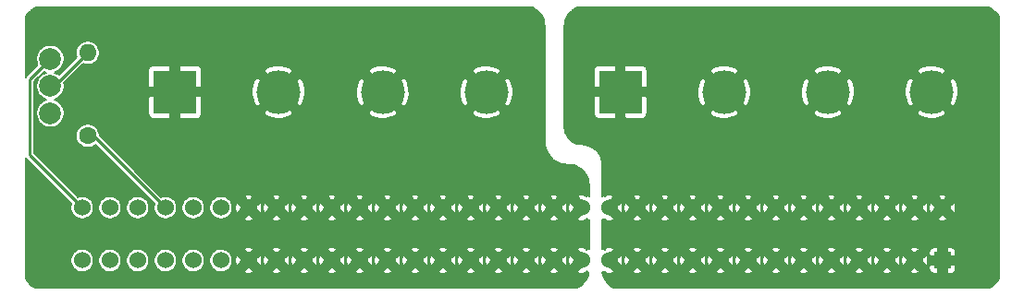
<source format=gbr>
G04 #@! TF.GenerationSoftware,KiCad,Pcbnew,(5.1.5)-3*
G04 #@! TF.CreationDate,2020-03-04T15:58:43-05:00*
G04 #@! TF.ProjectId,Power_Breakout,506f7765-725f-4427-9265-616b6f75742e,rev?*
G04 #@! TF.SameCoordinates,Original*
G04 #@! TF.FileFunction,Copper,L1,Top*
G04 #@! TF.FilePolarity,Positive*
%FSLAX46Y46*%
G04 Gerber Fmt 4.6, Leading zero omitted, Abs format (unit mm)*
G04 Created by KiCad (PCBNEW (5.1.5)-3) date 2020-03-04 15:58:43*
%MOMM*%
%LPD*%
G04 APERTURE LIST*
%ADD10C,1.998980*%
%ADD11O,1.600000X1.600000*%
%ADD12C,1.600000*%
%ADD13C,1.530000*%
%ADD14R,1.530000X1.530000*%
%ADD15C,4.000000*%
%ADD16R,4.000000X4.000000*%
%ADD17C,0.250000*%
%ADD18C,0.200000*%
G04 APERTURE END LIST*
D10*
X116078000Y-146263360D03*
X116078000Y-143764000D03*
X116078000Y-141264640D03*
D11*
X119507000Y-140716000D03*
D12*
X119507000Y-148336000D03*
D13*
X197739000Y-154933000D03*
X195199000Y-154933000D03*
X192659000Y-154933000D03*
X190119000Y-154933000D03*
X187579000Y-154933000D03*
X185039000Y-154933000D03*
X182499000Y-154933000D03*
X179959000Y-154933000D03*
X177419000Y-154933000D03*
X174879000Y-154933000D03*
X172339000Y-154933000D03*
X169799000Y-154933000D03*
X167259000Y-154933000D03*
X164719000Y-154933000D03*
X162179000Y-154933000D03*
X159639000Y-154933000D03*
X157099000Y-154933000D03*
X154559000Y-154933000D03*
X152019000Y-154933000D03*
X149479000Y-154933000D03*
X146939000Y-154933000D03*
X144399000Y-154933000D03*
X141859000Y-154933000D03*
X139319000Y-154933000D03*
X136779000Y-154933000D03*
X134239000Y-154933000D03*
X131699000Y-154933000D03*
X129159000Y-154933000D03*
X126619000Y-154933000D03*
X124079000Y-154933000D03*
X121539000Y-154933000D03*
X118999000Y-154933000D03*
X118999000Y-159773000D03*
X121539000Y-159773000D03*
X124079000Y-159773000D03*
X126619000Y-159773000D03*
X129159000Y-159773000D03*
X131699000Y-159773000D03*
X134239000Y-159773000D03*
X136779000Y-159773000D03*
X139319000Y-159773000D03*
X141859000Y-159773000D03*
X144399000Y-159773000D03*
X146939000Y-159773000D03*
X149479000Y-159773000D03*
X152019000Y-159773000D03*
X154559000Y-159773000D03*
X157099000Y-159773000D03*
X159639000Y-159773000D03*
X162179000Y-159773000D03*
X164719000Y-159773000D03*
X167259000Y-159773000D03*
X169799000Y-159773000D03*
X172339000Y-159773000D03*
X174879000Y-159773000D03*
X177419000Y-159773000D03*
X179959000Y-159773000D03*
X182499000Y-159773000D03*
X185039000Y-159773000D03*
X187579000Y-159773000D03*
X190119000Y-159773000D03*
X192659000Y-159773000D03*
X195199000Y-159773000D03*
D14*
X197739000Y-159773000D03*
D15*
X155993000Y-144300000D03*
X146493000Y-144300000D03*
X136993000Y-144300000D03*
D16*
X127493000Y-144300000D03*
D15*
X196760000Y-144300000D03*
X187260000Y-144300000D03*
X177760000Y-144300000D03*
D16*
X168260000Y-144300000D03*
D17*
X120022000Y-148336000D02*
X126619000Y-154933000D01*
X119507000Y-148336000D02*
X120022000Y-148336000D01*
X118234001Y-154168001D02*
X118999000Y-154933000D01*
X114173000Y-150107000D02*
X118234001Y-154168001D01*
X116078000Y-141264640D02*
X114173000Y-143169640D01*
X114173000Y-143169640D02*
X114173000Y-150107000D01*
X116459000Y-143764000D02*
X119507000Y-140716000D01*
X116078000Y-143764000D02*
X116459000Y-143764000D01*
D18*
G36*
X202227080Y-136672834D02*
G01*
X202444065Y-136835267D01*
X202635733Y-137026935D01*
X202798166Y-137243920D01*
X202925001Y-137476200D01*
X202925000Y-161354801D01*
X202798166Y-161587080D01*
X202635733Y-161804065D01*
X202444065Y-161995733D01*
X202227080Y-162158166D01*
X201994801Y-162285000D01*
X167702199Y-162285000D01*
X167469920Y-162158166D01*
X167252935Y-161995733D01*
X167061267Y-161804065D01*
X166898834Y-161587080D01*
X166768931Y-161349181D01*
X166674210Y-161095223D01*
X166623856Y-160863755D01*
X166678895Y-160918794D01*
X166810918Y-160786770D01*
X166904600Y-160941309D01*
X167139336Y-160988001D01*
X167378670Y-160988001D01*
X167613400Y-160941309D01*
X167707083Y-160786768D01*
X169350917Y-160786768D01*
X169444600Y-160941309D01*
X169679336Y-160988001D01*
X169918670Y-160988001D01*
X170153400Y-160941309D01*
X170247083Y-160786768D01*
X171890917Y-160786768D01*
X171984600Y-160941309D01*
X172219336Y-160988001D01*
X172458670Y-160988001D01*
X172693400Y-160941309D01*
X172787083Y-160786768D01*
X174430917Y-160786768D01*
X174524600Y-160941309D01*
X174759336Y-160988001D01*
X174998670Y-160988001D01*
X175233400Y-160941309D01*
X175327083Y-160786768D01*
X176970917Y-160786768D01*
X177064600Y-160941309D01*
X177299336Y-160988001D01*
X177538670Y-160988001D01*
X177773400Y-160941309D01*
X177867083Y-160786768D01*
X179510917Y-160786768D01*
X179604600Y-160941309D01*
X179839336Y-160988001D01*
X180078670Y-160988001D01*
X180313400Y-160941309D01*
X180407083Y-160786768D01*
X182050917Y-160786768D01*
X182144600Y-160941309D01*
X182379336Y-160988001D01*
X182618670Y-160988001D01*
X182853400Y-160941309D01*
X182947083Y-160786768D01*
X184590917Y-160786768D01*
X184684600Y-160941309D01*
X184919336Y-160988001D01*
X185158670Y-160988001D01*
X185393400Y-160941309D01*
X185487083Y-160786768D01*
X187130917Y-160786768D01*
X187224600Y-160941309D01*
X187459336Y-160988001D01*
X187698670Y-160988001D01*
X187933400Y-160941309D01*
X188027083Y-160786768D01*
X189670917Y-160786768D01*
X189764600Y-160941309D01*
X189999336Y-160988001D01*
X190238670Y-160988001D01*
X190473400Y-160941309D01*
X190567083Y-160786768D01*
X192210917Y-160786768D01*
X192304600Y-160941309D01*
X192539336Y-160988001D01*
X192778670Y-160988001D01*
X193013400Y-160941309D01*
X193107083Y-160786768D01*
X194750917Y-160786768D01*
X194844600Y-160941309D01*
X195079336Y-160988001D01*
X195318670Y-160988001D01*
X195553400Y-160941309D01*
X195647083Y-160786768D01*
X195398315Y-160538000D01*
X196521823Y-160538000D01*
X196530511Y-160626215D01*
X196556243Y-160711041D01*
X196598029Y-160789216D01*
X196654263Y-160857737D01*
X196722784Y-160913971D01*
X196800959Y-160955757D01*
X196885785Y-160981489D01*
X196974000Y-160990177D01*
X197226500Y-160988000D01*
X197339000Y-160875500D01*
X197339000Y-160173000D01*
X198139000Y-160173000D01*
X198139000Y-160875500D01*
X198251500Y-160988000D01*
X198504000Y-160990177D01*
X198592215Y-160981489D01*
X198677041Y-160955757D01*
X198755216Y-160913971D01*
X198823737Y-160857737D01*
X198879971Y-160789216D01*
X198921757Y-160711041D01*
X198947489Y-160626215D01*
X198956177Y-160538000D01*
X198954000Y-160285500D01*
X198841500Y-160173000D01*
X198139000Y-160173000D01*
X197339000Y-160173000D01*
X196636500Y-160173000D01*
X196524000Y-160285500D01*
X196521823Y-160538000D01*
X195398315Y-160538000D01*
X195199000Y-160338685D01*
X194750917Y-160786768D01*
X193107083Y-160786768D01*
X192659000Y-160338685D01*
X192210917Y-160786768D01*
X190567083Y-160786768D01*
X190119000Y-160338685D01*
X189670917Y-160786768D01*
X188027083Y-160786768D01*
X187579000Y-160338685D01*
X187130917Y-160786768D01*
X185487083Y-160786768D01*
X185039000Y-160338685D01*
X184590917Y-160786768D01*
X182947083Y-160786768D01*
X182499000Y-160338685D01*
X182050917Y-160786768D01*
X180407083Y-160786768D01*
X179959000Y-160338685D01*
X179510917Y-160786768D01*
X177867083Y-160786768D01*
X177419000Y-160338685D01*
X176970917Y-160786768D01*
X175327083Y-160786768D01*
X174879000Y-160338685D01*
X174430917Y-160786768D01*
X172787083Y-160786768D01*
X172339000Y-160338685D01*
X171890917Y-160786768D01*
X170247083Y-160786768D01*
X169799000Y-160338685D01*
X169350917Y-160786768D01*
X167707083Y-160786768D01*
X167259000Y-160338685D01*
X167244858Y-160352828D01*
X166679173Y-159787143D01*
X166693315Y-159773000D01*
X167824685Y-159773000D01*
X168272768Y-160221083D01*
X168427309Y-160127400D01*
X168474001Y-159892664D01*
X168474001Y-159653336D01*
X168583999Y-159653336D01*
X168583999Y-159892670D01*
X168630691Y-160127400D01*
X168785232Y-160221083D01*
X169233315Y-159773000D01*
X170364685Y-159773000D01*
X170812768Y-160221083D01*
X170967309Y-160127400D01*
X171014001Y-159892664D01*
X171014001Y-159653336D01*
X171123999Y-159653336D01*
X171123999Y-159892670D01*
X171170691Y-160127400D01*
X171325232Y-160221083D01*
X171773315Y-159773000D01*
X172904685Y-159773000D01*
X173352768Y-160221083D01*
X173507309Y-160127400D01*
X173554001Y-159892664D01*
X173554001Y-159653336D01*
X173663999Y-159653336D01*
X173663999Y-159892670D01*
X173710691Y-160127400D01*
X173865232Y-160221083D01*
X174313315Y-159773000D01*
X175444685Y-159773000D01*
X175892768Y-160221083D01*
X176047309Y-160127400D01*
X176094001Y-159892664D01*
X176094001Y-159653336D01*
X176203999Y-159653336D01*
X176203999Y-159892670D01*
X176250691Y-160127400D01*
X176405232Y-160221083D01*
X176853315Y-159773000D01*
X177984685Y-159773000D01*
X178432768Y-160221083D01*
X178587309Y-160127400D01*
X178634001Y-159892664D01*
X178634001Y-159653336D01*
X178743999Y-159653336D01*
X178743999Y-159892670D01*
X178790691Y-160127400D01*
X178945232Y-160221083D01*
X179393315Y-159773000D01*
X180524685Y-159773000D01*
X180972768Y-160221083D01*
X181127309Y-160127400D01*
X181174001Y-159892664D01*
X181174001Y-159653336D01*
X181283999Y-159653336D01*
X181283999Y-159892670D01*
X181330691Y-160127400D01*
X181485232Y-160221083D01*
X181933315Y-159773000D01*
X183064685Y-159773000D01*
X183512768Y-160221083D01*
X183667309Y-160127400D01*
X183714001Y-159892664D01*
X183714001Y-159653336D01*
X183823999Y-159653336D01*
X183823999Y-159892670D01*
X183870691Y-160127400D01*
X184025232Y-160221083D01*
X184473315Y-159773000D01*
X185604685Y-159773000D01*
X186052768Y-160221083D01*
X186207309Y-160127400D01*
X186254001Y-159892664D01*
X186254001Y-159653336D01*
X186363999Y-159653336D01*
X186363999Y-159892670D01*
X186410691Y-160127400D01*
X186565232Y-160221083D01*
X187013315Y-159773000D01*
X188144685Y-159773000D01*
X188592768Y-160221083D01*
X188747309Y-160127400D01*
X188794001Y-159892664D01*
X188794001Y-159653336D01*
X188903999Y-159653336D01*
X188903999Y-159892670D01*
X188950691Y-160127400D01*
X189105232Y-160221083D01*
X189553315Y-159773000D01*
X190684685Y-159773000D01*
X191132768Y-160221083D01*
X191287309Y-160127400D01*
X191334001Y-159892664D01*
X191334001Y-159653336D01*
X191443999Y-159653336D01*
X191443999Y-159892670D01*
X191490691Y-160127400D01*
X191645232Y-160221083D01*
X192093315Y-159773000D01*
X193224685Y-159773000D01*
X193672768Y-160221083D01*
X193827309Y-160127400D01*
X193874001Y-159892664D01*
X193874001Y-159653336D01*
X193983999Y-159653336D01*
X193983999Y-159892670D01*
X194030691Y-160127400D01*
X194185232Y-160221083D01*
X194633315Y-159773000D01*
X195764685Y-159773000D01*
X196212768Y-160221083D01*
X196367309Y-160127400D01*
X196414001Y-159892664D01*
X196414001Y-159653330D01*
X196367309Y-159418600D01*
X196212768Y-159324917D01*
X195764685Y-159773000D01*
X194633315Y-159773000D01*
X194185232Y-159324917D01*
X194030691Y-159418600D01*
X193983999Y-159653336D01*
X193874001Y-159653336D01*
X193874001Y-159653330D01*
X193827309Y-159418600D01*
X193672768Y-159324917D01*
X193224685Y-159773000D01*
X192093315Y-159773000D01*
X191645232Y-159324917D01*
X191490691Y-159418600D01*
X191443999Y-159653336D01*
X191334001Y-159653336D01*
X191334001Y-159653330D01*
X191287309Y-159418600D01*
X191132768Y-159324917D01*
X190684685Y-159773000D01*
X189553315Y-159773000D01*
X189105232Y-159324917D01*
X188950691Y-159418600D01*
X188903999Y-159653336D01*
X188794001Y-159653336D01*
X188794001Y-159653330D01*
X188747309Y-159418600D01*
X188592768Y-159324917D01*
X188144685Y-159773000D01*
X187013315Y-159773000D01*
X186565232Y-159324917D01*
X186410691Y-159418600D01*
X186363999Y-159653336D01*
X186254001Y-159653336D01*
X186254001Y-159653330D01*
X186207309Y-159418600D01*
X186052768Y-159324917D01*
X185604685Y-159773000D01*
X184473315Y-159773000D01*
X184025232Y-159324917D01*
X183870691Y-159418600D01*
X183823999Y-159653336D01*
X183714001Y-159653336D01*
X183714001Y-159653330D01*
X183667309Y-159418600D01*
X183512768Y-159324917D01*
X183064685Y-159773000D01*
X181933315Y-159773000D01*
X181485232Y-159324917D01*
X181330691Y-159418600D01*
X181283999Y-159653336D01*
X181174001Y-159653336D01*
X181174001Y-159653330D01*
X181127309Y-159418600D01*
X180972768Y-159324917D01*
X180524685Y-159773000D01*
X179393315Y-159773000D01*
X178945232Y-159324917D01*
X178790691Y-159418600D01*
X178743999Y-159653336D01*
X178634001Y-159653336D01*
X178634001Y-159653330D01*
X178587309Y-159418600D01*
X178432768Y-159324917D01*
X177984685Y-159773000D01*
X176853315Y-159773000D01*
X176405232Y-159324917D01*
X176250691Y-159418600D01*
X176203999Y-159653336D01*
X176094001Y-159653336D01*
X176094001Y-159653330D01*
X176047309Y-159418600D01*
X175892768Y-159324917D01*
X175444685Y-159773000D01*
X174313315Y-159773000D01*
X173865232Y-159324917D01*
X173710691Y-159418600D01*
X173663999Y-159653336D01*
X173554001Y-159653336D01*
X173554001Y-159653330D01*
X173507309Y-159418600D01*
X173352768Y-159324917D01*
X172904685Y-159773000D01*
X171773315Y-159773000D01*
X171325232Y-159324917D01*
X171170691Y-159418600D01*
X171123999Y-159653336D01*
X171014001Y-159653336D01*
X171014001Y-159653330D01*
X170967309Y-159418600D01*
X170812768Y-159324917D01*
X170364685Y-159773000D01*
X169233315Y-159773000D01*
X168785232Y-159324917D01*
X168630691Y-159418600D01*
X168583999Y-159653336D01*
X168474001Y-159653336D01*
X168474001Y-159653330D01*
X168427309Y-159418600D01*
X168272768Y-159324917D01*
X167824685Y-159773000D01*
X166693315Y-159773000D01*
X166679173Y-159758858D01*
X167244858Y-159193173D01*
X167259000Y-159207315D01*
X167707083Y-158759232D01*
X169350917Y-158759232D01*
X169799000Y-159207315D01*
X170247083Y-158759232D01*
X171890917Y-158759232D01*
X172339000Y-159207315D01*
X172787083Y-158759232D01*
X174430917Y-158759232D01*
X174879000Y-159207315D01*
X175327083Y-158759232D01*
X176970917Y-158759232D01*
X177419000Y-159207315D01*
X177867083Y-158759232D01*
X179510917Y-158759232D01*
X179959000Y-159207315D01*
X180407083Y-158759232D01*
X182050917Y-158759232D01*
X182499000Y-159207315D01*
X182947083Y-158759232D01*
X184590917Y-158759232D01*
X185039000Y-159207315D01*
X185487083Y-158759232D01*
X187130917Y-158759232D01*
X187579000Y-159207315D01*
X188027083Y-158759232D01*
X189670917Y-158759232D01*
X190119000Y-159207315D01*
X190567083Y-158759232D01*
X192210917Y-158759232D01*
X192659000Y-159207315D01*
X193107083Y-158759232D01*
X194750917Y-158759232D01*
X195199000Y-159207315D01*
X195398315Y-159008000D01*
X196521823Y-159008000D01*
X196524000Y-159260500D01*
X196636500Y-159373000D01*
X197339000Y-159373000D01*
X197339000Y-158670500D01*
X198139000Y-158670500D01*
X198139000Y-159373000D01*
X198841500Y-159373000D01*
X198954000Y-159260500D01*
X198956177Y-159008000D01*
X198947489Y-158919785D01*
X198921757Y-158834959D01*
X198879971Y-158756784D01*
X198823737Y-158688263D01*
X198755216Y-158632029D01*
X198677041Y-158590243D01*
X198592215Y-158564511D01*
X198504000Y-158555823D01*
X198251500Y-158558000D01*
X198139000Y-158670500D01*
X197339000Y-158670500D01*
X197226500Y-158558000D01*
X196974000Y-158555823D01*
X196885785Y-158564511D01*
X196800959Y-158590243D01*
X196722784Y-158632029D01*
X196654263Y-158688263D01*
X196598029Y-158756784D01*
X196556243Y-158834959D01*
X196530511Y-158919785D01*
X196521823Y-159008000D01*
X195398315Y-159008000D01*
X195647083Y-158759232D01*
X195553400Y-158604691D01*
X195318664Y-158557999D01*
X195079330Y-158557999D01*
X194844600Y-158604691D01*
X194750917Y-158759232D01*
X193107083Y-158759232D01*
X193013400Y-158604691D01*
X192778664Y-158557999D01*
X192539330Y-158557999D01*
X192304600Y-158604691D01*
X192210917Y-158759232D01*
X190567083Y-158759232D01*
X190473400Y-158604691D01*
X190238664Y-158557999D01*
X189999330Y-158557999D01*
X189764600Y-158604691D01*
X189670917Y-158759232D01*
X188027083Y-158759232D01*
X187933400Y-158604691D01*
X187698664Y-158557999D01*
X187459330Y-158557999D01*
X187224600Y-158604691D01*
X187130917Y-158759232D01*
X185487083Y-158759232D01*
X185393400Y-158604691D01*
X185158664Y-158557999D01*
X184919330Y-158557999D01*
X184684600Y-158604691D01*
X184590917Y-158759232D01*
X182947083Y-158759232D01*
X182853400Y-158604691D01*
X182618664Y-158557999D01*
X182379330Y-158557999D01*
X182144600Y-158604691D01*
X182050917Y-158759232D01*
X180407083Y-158759232D01*
X180313400Y-158604691D01*
X180078664Y-158557999D01*
X179839330Y-158557999D01*
X179604600Y-158604691D01*
X179510917Y-158759232D01*
X177867083Y-158759232D01*
X177773400Y-158604691D01*
X177538664Y-158557999D01*
X177299330Y-158557999D01*
X177064600Y-158604691D01*
X176970917Y-158759232D01*
X175327083Y-158759232D01*
X175233400Y-158604691D01*
X174998664Y-158557999D01*
X174759330Y-158557999D01*
X174524600Y-158604691D01*
X174430917Y-158759232D01*
X172787083Y-158759232D01*
X172693400Y-158604691D01*
X172458664Y-158557999D01*
X172219330Y-158557999D01*
X171984600Y-158604691D01*
X171890917Y-158759232D01*
X170247083Y-158759232D01*
X170153400Y-158604691D01*
X169918664Y-158557999D01*
X169679330Y-158557999D01*
X169444600Y-158604691D01*
X169350917Y-158759232D01*
X167707083Y-158759232D01*
X167613400Y-158604691D01*
X167378664Y-158557999D01*
X167139330Y-158557999D01*
X166904600Y-158604691D01*
X166810918Y-158759230D01*
X166678895Y-158627206D01*
X166597000Y-158709101D01*
X166597000Y-155996899D01*
X166678895Y-156078794D01*
X166810918Y-155946770D01*
X166904600Y-156101309D01*
X167139336Y-156148001D01*
X167378670Y-156148001D01*
X167613400Y-156101309D01*
X167707083Y-155946768D01*
X169350917Y-155946768D01*
X169444600Y-156101309D01*
X169679336Y-156148001D01*
X169918670Y-156148001D01*
X170153400Y-156101309D01*
X170247083Y-155946768D01*
X171890917Y-155946768D01*
X171984600Y-156101309D01*
X172219336Y-156148001D01*
X172458670Y-156148001D01*
X172693400Y-156101309D01*
X172787083Y-155946768D01*
X174430917Y-155946768D01*
X174524600Y-156101309D01*
X174759336Y-156148001D01*
X174998670Y-156148001D01*
X175233400Y-156101309D01*
X175327083Y-155946768D01*
X176970917Y-155946768D01*
X177064600Y-156101309D01*
X177299336Y-156148001D01*
X177538670Y-156148001D01*
X177773400Y-156101309D01*
X177867083Y-155946768D01*
X179510917Y-155946768D01*
X179604600Y-156101309D01*
X179839336Y-156148001D01*
X180078670Y-156148001D01*
X180313400Y-156101309D01*
X180407083Y-155946768D01*
X182050917Y-155946768D01*
X182144600Y-156101309D01*
X182379336Y-156148001D01*
X182618670Y-156148001D01*
X182853400Y-156101309D01*
X182947083Y-155946768D01*
X184590917Y-155946768D01*
X184684600Y-156101309D01*
X184919336Y-156148001D01*
X185158670Y-156148001D01*
X185393400Y-156101309D01*
X185487083Y-155946768D01*
X187130917Y-155946768D01*
X187224600Y-156101309D01*
X187459336Y-156148001D01*
X187698670Y-156148001D01*
X187933400Y-156101309D01*
X188027083Y-155946768D01*
X189670917Y-155946768D01*
X189764600Y-156101309D01*
X189999336Y-156148001D01*
X190238670Y-156148001D01*
X190473400Y-156101309D01*
X190567083Y-155946768D01*
X192210917Y-155946768D01*
X192304600Y-156101309D01*
X192539336Y-156148001D01*
X192778670Y-156148001D01*
X193013400Y-156101309D01*
X193107083Y-155946768D01*
X194750917Y-155946768D01*
X194844600Y-156101309D01*
X195079336Y-156148001D01*
X195318670Y-156148001D01*
X195553400Y-156101309D01*
X195647083Y-155946768D01*
X197290917Y-155946768D01*
X197384600Y-156101309D01*
X197619336Y-156148001D01*
X197858670Y-156148001D01*
X198093400Y-156101309D01*
X198187083Y-155946768D01*
X197739000Y-155498685D01*
X197290917Y-155946768D01*
X195647083Y-155946768D01*
X195199000Y-155498685D01*
X194750917Y-155946768D01*
X193107083Y-155946768D01*
X192659000Y-155498685D01*
X192210917Y-155946768D01*
X190567083Y-155946768D01*
X190119000Y-155498685D01*
X189670917Y-155946768D01*
X188027083Y-155946768D01*
X187579000Y-155498685D01*
X187130917Y-155946768D01*
X185487083Y-155946768D01*
X185039000Y-155498685D01*
X184590917Y-155946768D01*
X182947083Y-155946768D01*
X182499000Y-155498685D01*
X182050917Y-155946768D01*
X180407083Y-155946768D01*
X179959000Y-155498685D01*
X179510917Y-155946768D01*
X177867083Y-155946768D01*
X177419000Y-155498685D01*
X176970917Y-155946768D01*
X175327083Y-155946768D01*
X174879000Y-155498685D01*
X174430917Y-155946768D01*
X172787083Y-155946768D01*
X172339000Y-155498685D01*
X171890917Y-155946768D01*
X170247083Y-155946768D01*
X169799000Y-155498685D01*
X169350917Y-155946768D01*
X167707083Y-155946768D01*
X167259000Y-155498685D01*
X167244858Y-155512828D01*
X166679173Y-154947143D01*
X166693315Y-154933000D01*
X167824685Y-154933000D01*
X168272768Y-155381083D01*
X168427309Y-155287400D01*
X168474001Y-155052664D01*
X168474001Y-154813336D01*
X168583999Y-154813336D01*
X168583999Y-155052670D01*
X168630691Y-155287400D01*
X168785232Y-155381083D01*
X169233315Y-154933000D01*
X170364685Y-154933000D01*
X170812768Y-155381083D01*
X170967309Y-155287400D01*
X171014001Y-155052664D01*
X171014001Y-154813336D01*
X171123999Y-154813336D01*
X171123999Y-155052670D01*
X171170691Y-155287400D01*
X171325232Y-155381083D01*
X171773315Y-154933000D01*
X172904685Y-154933000D01*
X173352768Y-155381083D01*
X173507309Y-155287400D01*
X173554001Y-155052664D01*
X173554001Y-154813336D01*
X173663999Y-154813336D01*
X173663999Y-155052670D01*
X173710691Y-155287400D01*
X173865232Y-155381083D01*
X174313315Y-154933000D01*
X175444685Y-154933000D01*
X175892768Y-155381083D01*
X176047309Y-155287400D01*
X176094001Y-155052664D01*
X176094001Y-154813336D01*
X176203999Y-154813336D01*
X176203999Y-155052670D01*
X176250691Y-155287400D01*
X176405232Y-155381083D01*
X176853315Y-154933000D01*
X177984685Y-154933000D01*
X178432768Y-155381083D01*
X178587309Y-155287400D01*
X178634001Y-155052664D01*
X178634001Y-154813336D01*
X178743999Y-154813336D01*
X178743999Y-155052670D01*
X178790691Y-155287400D01*
X178945232Y-155381083D01*
X179393315Y-154933000D01*
X180524685Y-154933000D01*
X180972768Y-155381083D01*
X181127309Y-155287400D01*
X181174001Y-155052664D01*
X181174001Y-154813336D01*
X181283999Y-154813336D01*
X181283999Y-155052670D01*
X181330691Y-155287400D01*
X181485232Y-155381083D01*
X181933315Y-154933000D01*
X183064685Y-154933000D01*
X183512768Y-155381083D01*
X183667309Y-155287400D01*
X183714001Y-155052664D01*
X183714001Y-154813336D01*
X183823999Y-154813336D01*
X183823999Y-155052670D01*
X183870691Y-155287400D01*
X184025232Y-155381083D01*
X184473315Y-154933000D01*
X185604685Y-154933000D01*
X186052768Y-155381083D01*
X186207309Y-155287400D01*
X186254001Y-155052664D01*
X186254001Y-154813336D01*
X186363999Y-154813336D01*
X186363999Y-155052670D01*
X186410691Y-155287400D01*
X186565232Y-155381083D01*
X187013315Y-154933000D01*
X188144685Y-154933000D01*
X188592768Y-155381083D01*
X188747309Y-155287400D01*
X188794001Y-155052664D01*
X188794001Y-154813336D01*
X188903999Y-154813336D01*
X188903999Y-155052670D01*
X188950691Y-155287400D01*
X189105232Y-155381083D01*
X189553315Y-154933000D01*
X190684685Y-154933000D01*
X191132768Y-155381083D01*
X191287309Y-155287400D01*
X191334001Y-155052664D01*
X191334001Y-154813336D01*
X191443999Y-154813336D01*
X191443999Y-155052670D01*
X191490691Y-155287400D01*
X191645232Y-155381083D01*
X192093315Y-154933000D01*
X193224685Y-154933000D01*
X193672768Y-155381083D01*
X193827309Y-155287400D01*
X193874001Y-155052664D01*
X193874001Y-154813336D01*
X193983999Y-154813336D01*
X193983999Y-155052670D01*
X194030691Y-155287400D01*
X194185232Y-155381083D01*
X194633315Y-154933000D01*
X195764685Y-154933000D01*
X196212768Y-155381083D01*
X196367309Y-155287400D01*
X196414001Y-155052664D01*
X196414001Y-154813336D01*
X196523999Y-154813336D01*
X196523999Y-155052670D01*
X196570691Y-155287400D01*
X196725232Y-155381083D01*
X197173315Y-154933000D01*
X198304685Y-154933000D01*
X198752768Y-155381083D01*
X198907309Y-155287400D01*
X198954001Y-155052664D01*
X198954001Y-154813330D01*
X198907309Y-154578600D01*
X198752768Y-154484917D01*
X198304685Y-154933000D01*
X197173315Y-154933000D01*
X196725232Y-154484917D01*
X196570691Y-154578600D01*
X196523999Y-154813336D01*
X196414001Y-154813336D01*
X196414001Y-154813330D01*
X196367309Y-154578600D01*
X196212768Y-154484917D01*
X195764685Y-154933000D01*
X194633315Y-154933000D01*
X194185232Y-154484917D01*
X194030691Y-154578600D01*
X193983999Y-154813336D01*
X193874001Y-154813336D01*
X193874001Y-154813330D01*
X193827309Y-154578600D01*
X193672768Y-154484917D01*
X193224685Y-154933000D01*
X192093315Y-154933000D01*
X191645232Y-154484917D01*
X191490691Y-154578600D01*
X191443999Y-154813336D01*
X191334001Y-154813336D01*
X191334001Y-154813330D01*
X191287309Y-154578600D01*
X191132768Y-154484917D01*
X190684685Y-154933000D01*
X189553315Y-154933000D01*
X189105232Y-154484917D01*
X188950691Y-154578600D01*
X188903999Y-154813336D01*
X188794001Y-154813336D01*
X188794001Y-154813330D01*
X188747309Y-154578600D01*
X188592768Y-154484917D01*
X188144685Y-154933000D01*
X187013315Y-154933000D01*
X186565232Y-154484917D01*
X186410691Y-154578600D01*
X186363999Y-154813336D01*
X186254001Y-154813336D01*
X186254001Y-154813330D01*
X186207309Y-154578600D01*
X186052768Y-154484917D01*
X185604685Y-154933000D01*
X184473315Y-154933000D01*
X184025232Y-154484917D01*
X183870691Y-154578600D01*
X183823999Y-154813336D01*
X183714001Y-154813336D01*
X183714001Y-154813330D01*
X183667309Y-154578600D01*
X183512768Y-154484917D01*
X183064685Y-154933000D01*
X181933315Y-154933000D01*
X181485232Y-154484917D01*
X181330691Y-154578600D01*
X181283999Y-154813336D01*
X181174001Y-154813336D01*
X181174001Y-154813330D01*
X181127309Y-154578600D01*
X180972768Y-154484917D01*
X180524685Y-154933000D01*
X179393315Y-154933000D01*
X178945232Y-154484917D01*
X178790691Y-154578600D01*
X178743999Y-154813336D01*
X178634001Y-154813336D01*
X178634001Y-154813330D01*
X178587309Y-154578600D01*
X178432768Y-154484917D01*
X177984685Y-154933000D01*
X176853315Y-154933000D01*
X176405232Y-154484917D01*
X176250691Y-154578600D01*
X176203999Y-154813336D01*
X176094001Y-154813336D01*
X176094001Y-154813330D01*
X176047309Y-154578600D01*
X175892768Y-154484917D01*
X175444685Y-154933000D01*
X174313315Y-154933000D01*
X173865232Y-154484917D01*
X173710691Y-154578600D01*
X173663999Y-154813336D01*
X173554001Y-154813336D01*
X173554001Y-154813330D01*
X173507309Y-154578600D01*
X173352768Y-154484917D01*
X172904685Y-154933000D01*
X171773315Y-154933000D01*
X171325232Y-154484917D01*
X171170691Y-154578600D01*
X171123999Y-154813336D01*
X171014001Y-154813336D01*
X171014001Y-154813330D01*
X170967309Y-154578600D01*
X170812768Y-154484917D01*
X170364685Y-154933000D01*
X169233315Y-154933000D01*
X168785232Y-154484917D01*
X168630691Y-154578600D01*
X168583999Y-154813336D01*
X168474001Y-154813336D01*
X168474001Y-154813330D01*
X168427309Y-154578600D01*
X168272768Y-154484917D01*
X167824685Y-154933000D01*
X166693315Y-154933000D01*
X166679173Y-154918858D01*
X167244858Y-154353173D01*
X167259000Y-154367315D01*
X167707083Y-153919232D01*
X169350917Y-153919232D01*
X169799000Y-154367315D01*
X170247083Y-153919232D01*
X171890917Y-153919232D01*
X172339000Y-154367315D01*
X172787083Y-153919232D01*
X174430917Y-153919232D01*
X174879000Y-154367315D01*
X175327083Y-153919232D01*
X176970917Y-153919232D01*
X177419000Y-154367315D01*
X177867083Y-153919232D01*
X179510917Y-153919232D01*
X179959000Y-154367315D01*
X180407083Y-153919232D01*
X182050917Y-153919232D01*
X182499000Y-154367315D01*
X182947083Y-153919232D01*
X184590917Y-153919232D01*
X185039000Y-154367315D01*
X185487083Y-153919232D01*
X187130917Y-153919232D01*
X187579000Y-154367315D01*
X188027083Y-153919232D01*
X189670917Y-153919232D01*
X190119000Y-154367315D01*
X190567083Y-153919232D01*
X192210917Y-153919232D01*
X192659000Y-154367315D01*
X193107083Y-153919232D01*
X194750917Y-153919232D01*
X195199000Y-154367315D01*
X195647083Y-153919232D01*
X197290917Y-153919232D01*
X197739000Y-154367315D01*
X198187083Y-153919232D01*
X198093400Y-153764691D01*
X197858664Y-153717999D01*
X197619330Y-153717999D01*
X197384600Y-153764691D01*
X197290917Y-153919232D01*
X195647083Y-153919232D01*
X195553400Y-153764691D01*
X195318664Y-153717999D01*
X195079330Y-153717999D01*
X194844600Y-153764691D01*
X194750917Y-153919232D01*
X193107083Y-153919232D01*
X193013400Y-153764691D01*
X192778664Y-153717999D01*
X192539330Y-153717999D01*
X192304600Y-153764691D01*
X192210917Y-153919232D01*
X190567083Y-153919232D01*
X190473400Y-153764691D01*
X190238664Y-153717999D01*
X189999330Y-153717999D01*
X189764600Y-153764691D01*
X189670917Y-153919232D01*
X188027083Y-153919232D01*
X187933400Y-153764691D01*
X187698664Y-153717999D01*
X187459330Y-153717999D01*
X187224600Y-153764691D01*
X187130917Y-153919232D01*
X185487083Y-153919232D01*
X185393400Y-153764691D01*
X185158664Y-153717999D01*
X184919330Y-153717999D01*
X184684600Y-153764691D01*
X184590917Y-153919232D01*
X182947083Y-153919232D01*
X182853400Y-153764691D01*
X182618664Y-153717999D01*
X182379330Y-153717999D01*
X182144600Y-153764691D01*
X182050917Y-153919232D01*
X180407083Y-153919232D01*
X180313400Y-153764691D01*
X180078664Y-153717999D01*
X179839330Y-153717999D01*
X179604600Y-153764691D01*
X179510917Y-153919232D01*
X177867083Y-153919232D01*
X177773400Y-153764691D01*
X177538664Y-153717999D01*
X177299330Y-153717999D01*
X177064600Y-153764691D01*
X176970917Y-153919232D01*
X175327083Y-153919232D01*
X175233400Y-153764691D01*
X174998664Y-153717999D01*
X174759330Y-153717999D01*
X174524600Y-153764691D01*
X174430917Y-153919232D01*
X172787083Y-153919232D01*
X172693400Y-153764691D01*
X172458664Y-153717999D01*
X172219330Y-153717999D01*
X171984600Y-153764691D01*
X171890917Y-153919232D01*
X170247083Y-153919232D01*
X170153400Y-153764691D01*
X169918664Y-153717999D01*
X169679330Y-153717999D01*
X169444600Y-153764691D01*
X169350917Y-153919232D01*
X167707083Y-153919232D01*
X167613400Y-153764691D01*
X167378664Y-153717999D01*
X167139330Y-153717999D01*
X166904600Y-153764691D01*
X166810918Y-153919230D01*
X166678895Y-153787206D01*
X166597000Y-153869101D01*
X166597000Y-150939500D01*
X166596692Y-150931654D01*
X166575584Y-150663447D01*
X166573129Y-150647948D01*
X166510323Y-150386345D01*
X166505474Y-150371422D01*
X166402519Y-150122865D01*
X166395395Y-150108883D01*
X166254824Y-149879492D01*
X166245601Y-149866797D01*
X166070876Y-149662220D01*
X166059780Y-149651124D01*
X165855203Y-149476399D01*
X165842508Y-149467176D01*
X165613117Y-149326605D01*
X165599135Y-149319481D01*
X165350578Y-149216526D01*
X165335655Y-149211677D01*
X165074052Y-149148871D01*
X165058553Y-149146416D01*
X164529984Y-149104817D01*
X164283686Y-149045686D01*
X164049673Y-148948755D01*
X163833704Y-148816409D01*
X163641095Y-148651905D01*
X163476591Y-148459296D01*
X163344245Y-148243327D01*
X163247314Y-148009314D01*
X163188183Y-147763016D01*
X163168000Y-147506568D01*
X163168000Y-146300000D01*
X165807823Y-146300000D01*
X165816511Y-146388215D01*
X165842243Y-146473041D01*
X165884029Y-146551216D01*
X165940263Y-146619737D01*
X166008784Y-146675971D01*
X166086959Y-146717757D01*
X166171785Y-146743489D01*
X166260000Y-146752177D01*
X167747500Y-146750000D01*
X167860000Y-146637500D01*
X167860000Y-144700000D01*
X168660000Y-144700000D01*
X168660000Y-146637500D01*
X168772500Y-146750000D01*
X170260000Y-146752177D01*
X170348215Y-146743489D01*
X170433041Y-146717757D01*
X170511216Y-146675971D01*
X170579737Y-146619737D01*
X170635971Y-146551216D01*
X170677757Y-146473041D01*
X170703489Y-146388215D01*
X170712177Y-146300000D01*
X170712060Y-146219832D01*
X176405853Y-146219832D01*
X176655793Y-146500331D01*
X177106273Y-146673473D01*
X177581876Y-146755402D01*
X178064324Y-146742973D01*
X178535077Y-146636661D01*
X178864207Y-146500331D01*
X179114147Y-146219832D01*
X185905853Y-146219832D01*
X186155793Y-146500331D01*
X186606273Y-146673473D01*
X187081876Y-146755402D01*
X187564324Y-146742973D01*
X188035077Y-146636661D01*
X188364207Y-146500331D01*
X188614147Y-146219832D01*
X195405853Y-146219832D01*
X195655793Y-146500331D01*
X196106273Y-146673473D01*
X196581876Y-146755402D01*
X197064324Y-146742973D01*
X197535077Y-146636661D01*
X197864207Y-146500331D01*
X198114147Y-146219832D01*
X196760000Y-144865685D01*
X195405853Y-146219832D01*
X188614147Y-146219832D01*
X187260000Y-144865685D01*
X185905853Y-146219832D01*
X179114147Y-146219832D01*
X177760000Y-144865685D01*
X176405853Y-146219832D01*
X170712060Y-146219832D01*
X170710000Y-144812500D01*
X170597500Y-144700000D01*
X168660000Y-144700000D01*
X167860000Y-144700000D01*
X165922500Y-144700000D01*
X165810000Y-144812500D01*
X165807823Y-146300000D01*
X163168000Y-146300000D01*
X163168000Y-144121876D01*
X175304598Y-144121876D01*
X175317027Y-144604324D01*
X175423339Y-145075077D01*
X175559669Y-145404207D01*
X175840168Y-145654147D01*
X177194315Y-144300000D01*
X178325685Y-144300000D01*
X179679832Y-145654147D01*
X179960331Y-145404207D01*
X180133473Y-144953727D01*
X180215402Y-144478124D01*
X180206225Y-144121876D01*
X184804598Y-144121876D01*
X184817027Y-144604324D01*
X184923339Y-145075077D01*
X185059669Y-145404207D01*
X185340168Y-145654147D01*
X186694315Y-144300000D01*
X187825685Y-144300000D01*
X189179832Y-145654147D01*
X189460331Y-145404207D01*
X189633473Y-144953727D01*
X189715402Y-144478124D01*
X189706225Y-144121876D01*
X194304598Y-144121876D01*
X194317027Y-144604324D01*
X194423339Y-145075077D01*
X194559669Y-145404207D01*
X194840168Y-145654147D01*
X196194315Y-144300000D01*
X197325685Y-144300000D01*
X198679832Y-145654147D01*
X198960331Y-145404207D01*
X199133473Y-144953727D01*
X199215402Y-144478124D01*
X199202973Y-143995676D01*
X199096661Y-143524923D01*
X198960331Y-143195793D01*
X198679832Y-142945853D01*
X197325685Y-144300000D01*
X196194315Y-144300000D01*
X194840168Y-142945853D01*
X194559669Y-143195793D01*
X194386527Y-143646273D01*
X194304598Y-144121876D01*
X189706225Y-144121876D01*
X189702973Y-143995676D01*
X189596661Y-143524923D01*
X189460331Y-143195793D01*
X189179832Y-142945853D01*
X187825685Y-144300000D01*
X186694315Y-144300000D01*
X185340168Y-142945853D01*
X185059669Y-143195793D01*
X184886527Y-143646273D01*
X184804598Y-144121876D01*
X180206225Y-144121876D01*
X180202973Y-143995676D01*
X180096661Y-143524923D01*
X179960331Y-143195793D01*
X179679832Y-142945853D01*
X178325685Y-144300000D01*
X177194315Y-144300000D01*
X175840168Y-142945853D01*
X175559669Y-143195793D01*
X175386527Y-143646273D01*
X175304598Y-144121876D01*
X163168000Y-144121876D01*
X163168000Y-142300000D01*
X165807823Y-142300000D01*
X165810000Y-143787500D01*
X165922500Y-143900000D01*
X167860000Y-143900000D01*
X167860000Y-141962500D01*
X168660000Y-141962500D01*
X168660000Y-143900000D01*
X170597500Y-143900000D01*
X170710000Y-143787500D01*
X170712059Y-142380168D01*
X176405853Y-142380168D01*
X177760000Y-143734315D01*
X179114147Y-142380168D01*
X185905853Y-142380168D01*
X187260000Y-143734315D01*
X188614147Y-142380168D01*
X195405853Y-142380168D01*
X196760000Y-143734315D01*
X198114147Y-142380168D01*
X197864207Y-142099669D01*
X197413727Y-141926527D01*
X196938124Y-141844598D01*
X196455676Y-141857027D01*
X195984923Y-141963339D01*
X195655793Y-142099669D01*
X195405853Y-142380168D01*
X188614147Y-142380168D01*
X188364207Y-142099669D01*
X187913727Y-141926527D01*
X187438124Y-141844598D01*
X186955676Y-141857027D01*
X186484923Y-141963339D01*
X186155793Y-142099669D01*
X185905853Y-142380168D01*
X179114147Y-142380168D01*
X178864207Y-142099669D01*
X178413727Y-141926527D01*
X177938124Y-141844598D01*
X177455676Y-141857027D01*
X176984923Y-141963339D01*
X176655793Y-142099669D01*
X176405853Y-142380168D01*
X170712059Y-142380168D01*
X170712177Y-142300000D01*
X170703489Y-142211785D01*
X170677757Y-142126959D01*
X170635971Y-142048784D01*
X170579737Y-141980263D01*
X170511216Y-141924029D01*
X170433041Y-141882243D01*
X170348215Y-141856511D01*
X170260000Y-141847823D01*
X168772500Y-141850000D01*
X168660000Y-141962500D01*
X167860000Y-141962500D01*
X167747500Y-141850000D01*
X166260000Y-141847823D01*
X166171785Y-141856511D01*
X166086959Y-141882243D01*
X166008784Y-141924029D01*
X165940263Y-141980263D01*
X165884029Y-142048784D01*
X165842243Y-142126959D01*
X165816511Y-142211785D01*
X165807823Y-142300000D01*
X163168000Y-142300000D01*
X163168000Y-138274569D01*
X163187591Y-138000642D01*
X163245210Y-137735777D01*
X163339931Y-137481819D01*
X163469834Y-137243920D01*
X163632267Y-137026935D01*
X163823935Y-136835267D01*
X164040920Y-136672834D01*
X164273199Y-136546000D01*
X201994801Y-136546000D01*
X202227080Y-136672834D01*
G37*
X202227080Y-136672834D02*
X202444065Y-136835267D01*
X202635733Y-137026935D01*
X202798166Y-137243920D01*
X202925001Y-137476200D01*
X202925000Y-161354801D01*
X202798166Y-161587080D01*
X202635733Y-161804065D01*
X202444065Y-161995733D01*
X202227080Y-162158166D01*
X201994801Y-162285000D01*
X167702199Y-162285000D01*
X167469920Y-162158166D01*
X167252935Y-161995733D01*
X167061267Y-161804065D01*
X166898834Y-161587080D01*
X166768931Y-161349181D01*
X166674210Y-161095223D01*
X166623856Y-160863755D01*
X166678895Y-160918794D01*
X166810918Y-160786770D01*
X166904600Y-160941309D01*
X167139336Y-160988001D01*
X167378670Y-160988001D01*
X167613400Y-160941309D01*
X167707083Y-160786768D01*
X169350917Y-160786768D01*
X169444600Y-160941309D01*
X169679336Y-160988001D01*
X169918670Y-160988001D01*
X170153400Y-160941309D01*
X170247083Y-160786768D01*
X171890917Y-160786768D01*
X171984600Y-160941309D01*
X172219336Y-160988001D01*
X172458670Y-160988001D01*
X172693400Y-160941309D01*
X172787083Y-160786768D01*
X174430917Y-160786768D01*
X174524600Y-160941309D01*
X174759336Y-160988001D01*
X174998670Y-160988001D01*
X175233400Y-160941309D01*
X175327083Y-160786768D01*
X176970917Y-160786768D01*
X177064600Y-160941309D01*
X177299336Y-160988001D01*
X177538670Y-160988001D01*
X177773400Y-160941309D01*
X177867083Y-160786768D01*
X179510917Y-160786768D01*
X179604600Y-160941309D01*
X179839336Y-160988001D01*
X180078670Y-160988001D01*
X180313400Y-160941309D01*
X180407083Y-160786768D01*
X182050917Y-160786768D01*
X182144600Y-160941309D01*
X182379336Y-160988001D01*
X182618670Y-160988001D01*
X182853400Y-160941309D01*
X182947083Y-160786768D01*
X184590917Y-160786768D01*
X184684600Y-160941309D01*
X184919336Y-160988001D01*
X185158670Y-160988001D01*
X185393400Y-160941309D01*
X185487083Y-160786768D01*
X187130917Y-160786768D01*
X187224600Y-160941309D01*
X187459336Y-160988001D01*
X187698670Y-160988001D01*
X187933400Y-160941309D01*
X188027083Y-160786768D01*
X189670917Y-160786768D01*
X189764600Y-160941309D01*
X189999336Y-160988001D01*
X190238670Y-160988001D01*
X190473400Y-160941309D01*
X190567083Y-160786768D01*
X192210917Y-160786768D01*
X192304600Y-160941309D01*
X192539336Y-160988001D01*
X192778670Y-160988001D01*
X193013400Y-160941309D01*
X193107083Y-160786768D01*
X194750917Y-160786768D01*
X194844600Y-160941309D01*
X195079336Y-160988001D01*
X195318670Y-160988001D01*
X195553400Y-160941309D01*
X195647083Y-160786768D01*
X195398315Y-160538000D01*
X196521823Y-160538000D01*
X196530511Y-160626215D01*
X196556243Y-160711041D01*
X196598029Y-160789216D01*
X196654263Y-160857737D01*
X196722784Y-160913971D01*
X196800959Y-160955757D01*
X196885785Y-160981489D01*
X196974000Y-160990177D01*
X197226500Y-160988000D01*
X197339000Y-160875500D01*
X197339000Y-160173000D01*
X198139000Y-160173000D01*
X198139000Y-160875500D01*
X198251500Y-160988000D01*
X198504000Y-160990177D01*
X198592215Y-160981489D01*
X198677041Y-160955757D01*
X198755216Y-160913971D01*
X198823737Y-160857737D01*
X198879971Y-160789216D01*
X198921757Y-160711041D01*
X198947489Y-160626215D01*
X198956177Y-160538000D01*
X198954000Y-160285500D01*
X198841500Y-160173000D01*
X198139000Y-160173000D01*
X197339000Y-160173000D01*
X196636500Y-160173000D01*
X196524000Y-160285500D01*
X196521823Y-160538000D01*
X195398315Y-160538000D01*
X195199000Y-160338685D01*
X194750917Y-160786768D01*
X193107083Y-160786768D01*
X192659000Y-160338685D01*
X192210917Y-160786768D01*
X190567083Y-160786768D01*
X190119000Y-160338685D01*
X189670917Y-160786768D01*
X188027083Y-160786768D01*
X187579000Y-160338685D01*
X187130917Y-160786768D01*
X185487083Y-160786768D01*
X185039000Y-160338685D01*
X184590917Y-160786768D01*
X182947083Y-160786768D01*
X182499000Y-160338685D01*
X182050917Y-160786768D01*
X180407083Y-160786768D01*
X179959000Y-160338685D01*
X179510917Y-160786768D01*
X177867083Y-160786768D01*
X177419000Y-160338685D01*
X176970917Y-160786768D01*
X175327083Y-160786768D01*
X174879000Y-160338685D01*
X174430917Y-160786768D01*
X172787083Y-160786768D01*
X172339000Y-160338685D01*
X171890917Y-160786768D01*
X170247083Y-160786768D01*
X169799000Y-160338685D01*
X169350917Y-160786768D01*
X167707083Y-160786768D01*
X167259000Y-160338685D01*
X167244858Y-160352828D01*
X166679173Y-159787143D01*
X166693315Y-159773000D01*
X167824685Y-159773000D01*
X168272768Y-160221083D01*
X168427309Y-160127400D01*
X168474001Y-159892664D01*
X168474001Y-159653336D01*
X168583999Y-159653336D01*
X168583999Y-159892670D01*
X168630691Y-160127400D01*
X168785232Y-160221083D01*
X169233315Y-159773000D01*
X170364685Y-159773000D01*
X170812768Y-160221083D01*
X170967309Y-160127400D01*
X171014001Y-159892664D01*
X171014001Y-159653336D01*
X171123999Y-159653336D01*
X171123999Y-159892670D01*
X171170691Y-160127400D01*
X171325232Y-160221083D01*
X171773315Y-159773000D01*
X172904685Y-159773000D01*
X173352768Y-160221083D01*
X173507309Y-160127400D01*
X173554001Y-159892664D01*
X173554001Y-159653336D01*
X173663999Y-159653336D01*
X173663999Y-159892670D01*
X173710691Y-160127400D01*
X173865232Y-160221083D01*
X174313315Y-159773000D01*
X175444685Y-159773000D01*
X175892768Y-160221083D01*
X176047309Y-160127400D01*
X176094001Y-159892664D01*
X176094001Y-159653336D01*
X176203999Y-159653336D01*
X176203999Y-159892670D01*
X176250691Y-160127400D01*
X176405232Y-160221083D01*
X176853315Y-159773000D01*
X177984685Y-159773000D01*
X178432768Y-160221083D01*
X178587309Y-160127400D01*
X178634001Y-159892664D01*
X178634001Y-159653336D01*
X178743999Y-159653336D01*
X178743999Y-159892670D01*
X178790691Y-160127400D01*
X178945232Y-160221083D01*
X179393315Y-159773000D01*
X180524685Y-159773000D01*
X180972768Y-160221083D01*
X181127309Y-160127400D01*
X181174001Y-159892664D01*
X181174001Y-159653336D01*
X181283999Y-159653336D01*
X181283999Y-159892670D01*
X181330691Y-160127400D01*
X181485232Y-160221083D01*
X181933315Y-159773000D01*
X183064685Y-159773000D01*
X183512768Y-160221083D01*
X183667309Y-160127400D01*
X183714001Y-159892664D01*
X183714001Y-159653336D01*
X183823999Y-159653336D01*
X183823999Y-159892670D01*
X183870691Y-160127400D01*
X184025232Y-160221083D01*
X184473315Y-159773000D01*
X185604685Y-159773000D01*
X186052768Y-160221083D01*
X186207309Y-160127400D01*
X186254001Y-159892664D01*
X186254001Y-159653336D01*
X186363999Y-159653336D01*
X186363999Y-159892670D01*
X186410691Y-160127400D01*
X186565232Y-160221083D01*
X187013315Y-159773000D01*
X188144685Y-159773000D01*
X188592768Y-160221083D01*
X188747309Y-160127400D01*
X188794001Y-159892664D01*
X188794001Y-159653336D01*
X188903999Y-159653336D01*
X188903999Y-159892670D01*
X188950691Y-160127400D01*
X189105232Y-160221083D01*
X189553315Y-159773000D01*
X190684685Y-159773000D01*
X191132768Y-160221083D01*
X191287309Y-160127400D01*
X191334001Y-159892664D01*
X191334001Y-159653336D01*
X191443999Y-159653336D01*
X191443999Y-159892670D01*
X191490691Y-160127400D01*
X191645232Y-160221083D01*
X192093315Y-159773000D01*
X193224685Y-159773000D01*
X193672768Y-160221083D01*
X193827309Y-160127400D01*
X193874001Y-159892664D01*
X193874001Y-159653336D01*
X193983999Y-159653336D01*
X193983999Y-159892670D01*
X194030691Y-160127400D01*
X194185232Y-160221083D01*
X194633315Y-159773000D01*
X195764685Y-159773000D01*
X196212768Y-160221083D01*
X196367309Y-160127400D01*
X196414001Y-159892664D01*
X196414001Y-159653330D01*
X196367309Y-159418600D01*
X196212768Y-159324917D01*
X195764685Y-159773000D01*
X194633315Y-159773000D01*
X194185232Y-159324917D01*
X194030691Y-159418600D01*
X193983999Y-159653336D01*
X193874001Y-159653336D01*
X193874001Y-159653330D01*
X193827309Y-159418600D01*
X193672768Y-159324917D01*
X193224685Y-159773000D01*
X192093315Y-159773000D01*
X191645232Y-159324917D01*
X191490691Y-159418600D01*
X191443999Y-159653336D01*
X191334001Y-159653336D01*
X191334001Y-159653330D01*
X191287309Y-159418600D01*
X191132768Y-159324917D01*
X190684685Y-159773000D01*
X189553315Y-159773000D01*
X189105232Y-159324917D01*
X188950691Y-159418600D01*
X188903999Y-159653336D01*
X188794001Y-159653336D01*
X188794001Y-159653330D01*
X188747309Y-159418600D01*
X188592768Y-159324917D01*
X188144685Y-159773000D01*
X187013315Y-159773000D01*
X186565232Y-159324917D01*
X186410691Y-159418600D01*
X186363999Y-159653336D01*
X186254001Y-159653336D01*
X186254001Y-159653330D01*
X186207309Y-159418600D01*
X186052768Y-159324917D01*
X185604685Y-159773000D01*
X184473315Y-159773000D01*
X184025232Y-159324917D01*
X183870691Y-159418600D01*
X183823999Y-159653336D01*
X183714001Y-159653336D01*
X183714001Y-159653330D01*
X183667309Y-159418600D01*
X183512768Y-159324917D01*
X183064685Y-159773000D01*
X181933315Y-159773000D01*
X181485232Y-159324917D01*
X181330691Y-159418600D01*
X181283999Y-159653336D01*
X181174001Y-159653336D01*
X181174001Y-159653330D01*
X181127309Y-159418600D01*
X180972768Y-159324917D01*
X180524685Y-159773000D01*
X179393315Y-159773000D01*
X178945232Y-159324917D01*
X178790691Y-159418600D01*
X178743999Y-159653336D01*
X178634001Y-159653336D01*
X178634001Y-159653330D01*
X178587309Y-159418600D01*
X178432768Y-159324917D01*
X177984685Y-159773000D01*
X176853315Y-159773000D01*
X176405232Y-159324917D01*
X176250691Y-159418600D01*
X176203999Y-159653336D01*
X176094001Y-159653336D01*
X176094001Y-159653330D01*
X176047309Y-159418600D01*
X175892768Y-159324917D01*
X175444685Y-159773000D01*
X174313315Y-159773000D01*
X173865232Y-159324917D01*
X173710691Y-159418600D01*
X173663999Y-159653336D01*
X173554001Y-159653336D01*
X173554001Y-159653330D01*
X173507309Y-159418600D01*
X173352768Y-159324917D01*
X172904685Y-159773000D01*
X171773315Y-159773000D01*
X171325232Y-159324917D01*
X171170691Y-159418600D01*
X171123999Y-159653336D01*
X171014001Y-159653336D01*
X171014001Y-159653330D01*
X170967309Y-159418600D01*
X170812768Y-159324917D01*
X170364685Y-159773000D01*
X169233315Y-159773000D01*
X168785232Y-159324917D01*
X168630691Y-159418600D01*
X168583999Y-159653336D01*
X168474001Y-159653336D01*
X168474001Y-159653330D01*
X168427309Y-159418600D01*
X168272768Y-159324917D01*
X167824685Y-159773000D01*
X166693315Y-159773000D01*
X166679173Y-159758858D01*
X167244858Y-159193173D01*
X167259000Y-159207315D01*
X167707083Y-158759232D01*
X169350917Y-158759232D01*
X169799000Y-159207315D01*
X170247083Y-158759232D01*
X171890917Y-158759232D01*
X172339000Y-159207315D01*
X172787083Y-158759232D01*
X174430917Y-158759232D01*
X174879000Y-159207315D01*
X175327083Y-158759232D01*
X176970917Y-158759232D01*
X177419000Y-159207315D01*
X177867083Y-158759232D01*
X179510917Y-158759232D01*
X179959000Y-159207315D01*
X180407083Y-158759232D01*
X182050917Y-158759232D01*
X182499000Y-159207315D01*
X182947083Y-158759232D01*
X184590917Y-158759232D01*
X185039000Y-159207315D01*
X185487083Y-158759232D01*
X187130917Y-158759232D01*
X187579000Y-159207315D01*
X188027083Y-158759232D01*
X189670917Y-158759232D01*
X190119000Y-159207315D01*
X190567083Y-158759232D01*
X192210917Y-158759232D01*
X192659000Y-159207315D01*
X193107083Y-158759232D01*
X194750917Y-158759232D01*
X195199000Y-159207315D01*
X195398315Y-159008000D01*
X196521823Y-159008000D01*
X196524000Y-159260500D01*
X196636500Y-159373000D01*
X197339000Y-159373000D01*
X197339000Y-158670500D01*
X198139000Y-158670500D01*
X198139000Y-159373000D01*
X198841500Y-159373000D01*
X198954000Y-159260500D01*
X198956177Y-159008000D01*
X198947489Y-158919785D01*
X198921757Y-158834959D01*
X198879971Y-158756784D01*
X198823737Y-158688263D01*
X198755216Y-158632029D01*
X198677041Y-158590243D01*
X198592215Y-158564511D01*
X198504000Y-158555823D01*
X198251500Y-158558000D01*
X198139000Y-158670500D01*
X197339000Y-158670500D01*
X197226500Y-158558000D01*
X196974000Y-158555823D01*
X196885785Y-158564511D01*
X196800959Y-158590243D01*
X196722784Y-158632029D01*
X196654263Y-158688263D01*
X196598029Y-158756784D01*
X196556243Y-158834959D01*
X196530511Y-158919785D01*
X196521823Y-159008000D01*
X195398315Y-159008000D01*
X195647083Y-158759232D01*
X195553400Y-158604691D01*
X195318664Y-158557999D01*
X195079330Y-158557999D01*
X194844600Y-158604691D01*
X194750917Y-158759232D01*
X193107083Y-158759232D01*
X193013400Y-158604691D01*
X192778664Y-158557999D01*
X192539330Y-158557999D01*
X192304600Y-158604691D01*
X192210917Y-158759232D01*
X190567083Y-158759232D01*
X190473400Y-158604691D01*
X190238664Y-158557999D01*
X189999330Y-158557999D01*
X189764600Y-158604691D01*
X189670917Y-158759232D01*
X188027083Y-158759232D01*
X187933400Y-158604691D01*
X187698664Y-158557999D01*
X187459330Y-158557999D01*
X187224600Y-158604691D01*
X187130917Y-158759232D01*
X185487083Y-158759232D01*
X185393400Y-158604691D01*
X185158664Y-158557999D01*
X184919330Y-158557999D01*
X184684600Y-158604691D01*
X184590917Y-158759232D01*
X182947083Y-158759232D01*
X182853400Y-158604691D01*
X182618664Y-158557999D01*
X182379330Y-158557999D01*
X182144600Y-158604691D01*
X182050917Y-158759232D01*
X180407083Y-158759232D01*
X180313400Y-158604691D01*
X180078664Y-158557999D01*
X179839330Y-158557999D01*
X179604600Y-158604691D01*
X179510917Y-158759232D01*
X177867083Y-158759232D01*
X177773400Y-158604691D01*
X177538664Y-158557999D01*
X177299330Y-158557999D01*
X177064600Y-158604691D01*
X176970917Y-158759232D01*
X175327083Y-158759232D01*
X175233400Y-158604691D01*
X174998664Y-158557999D01*
X174759330Y-158557999D01*
X174524600Y-158604691D01*
X174430917Y-158759232D01*
X172787083Y-158759232D01*
X172693400Y-158604691D01*
X172458664Y-158557999D01*
X172219330Y-158557999D01*
X171984600Y-158604691D01*
X171890917Y-158759232D01*
X170247083Y-158759232D01*
X170153400Y-158604691D01*
X169918664Y-158557999D01*
X169679330Y-158557999D01*
X169444600Y-158604691D01*
X169350917Y-158759232D01*
X167707083Y-158759232D01*
X167613400Y-158604691D01*
X167378664Y-158557999D01*
X167139330Y-158557999D01*
X166904600Y-158604691D01*
X166810918Y-158759230D01*
X166678895Y-158627206D01*
X166597000Y-158709101D01*
X166597000Y-155996899D01*
X166678895Y-156078794D01*
X166810918Y-155946770D01*
X166904600Y-156101309D01*
X167139336Y-156148001D01*
X167378670Y-156148001D01*
X167613400Y-156101309D01*
X167707083Y-155946768D01*
X169350917Y-155946768D01*
X169444600Y-156101309D01*
X169679336Y-156148001D01*
X169918670Y-156148001D01*
X170153400Y-156101309D01*
X170247083Y-155946768D01*
X171890917Y-155946768D01*
X171984600Y-156101309D01*
X172219336Y-156148001D01*
X172458670Y-156148001D01*
X172693400Y-156101309D01*
X172787083Y-155946768D01*
X174430917Y-155946768D01*
X174524600Y-156101309D01*
X174759336Y-156148001D01*
X174998670Y-156148001D01*
X175233400Y-156101309D01*
X175327083Y-155946768D01*
X176970917Y-155946768D01*
X177064600Y-156101309D01*
X177299336Y-156148001D01*
X177538670Y-156148001D01*
X177773400Y-156101309D01*
X177867083Y-155946768D01*
X179510917Y-155946768D01*
X179604600Y-156101309D01*
X179839336Y-156148001D01*
X180078670Y-156148001D01*
X180313400Y-156101309D01*
X180407083Y-155946768D01*
X182050917Y-155946768D01*
X182144600Y-156101309D01*
X182379336Y-156148001D01*
X182618670Y-156148001D01*
X182853400Y-156101309D01*
X182947083Y-155946768D01*
X184590917Y-155946768D01*
X184684600Y-156101309D01*
X184919336Y-156148001D01*
X185158670Y-156148001D01*
X185393400Y-156101309D01*
X185487083Y-155946768D01*
X187130917Y-155946768D01*
X187224600Y-156101309D01*
X187459336Y-156148001D01*
X187698670Y-156148001D01*
X187933400Y-156101309D01*
X188027083Y-155946768D01*
X189670917Y-155946768D01*
X189764600Y-156101309D01*
X189999336Y-156148001D01*
X190238670Y-156148001D01*
X190473400Y-156101309D01*
X190567083Y-155946768D01*
X192210917Y-155946768D01*
X192304600Y-156101309D01*
X192539336Y-156148001D01*
X192778670Y-156148001D01*
X193013400Y-156101309D01*
X193107083Y-155946768D01*
X194750917Y-155946768D01*
X194844600Y-156101309D01*
X195079336Y-156148001D01*
X195318670Y-156148001D01*
X195553400Y-156101309D01*
X195647083Y-155946768D01*
X197290917Y-155946768D01*
X197384600Y-156101309D01*
X197619336Y-156148001D01*
X197858670Y-156148001D01*
X198093400Y-156101309D01*
X198187083Y-155946768D01*
X197739000Y-155498685D01*
X197290917Y-155946768D01*
X195647083Y-155946768D01*
X195199000Y-155498685D01*
X194750917Y-155946768D01*
X193107083Y-155946768D01*
X192659000Y-155498685D01*
X192210917Y-155946768D01*
X190567083Y-155946768D01*
X190119000Y-155498685D01*
X189670917Y-155946768D01*
X188027083Y-155946768D01*
X187579000Y-155498685D01*
X187130917Y-155946768D01*
X185487083Y-155946768D01*
X185039000Y-155498685D01*
X184590917Y-155946768D01*
X182947083Y-155946768D01*
X182499000Y-155498685D01*
X182050917Y-155946768D01*
X180407083Y-155946768D01*
X179959000Y-155498685D01*
X179510917Y-155946768D01*
X177867083Y-155946768D01*
X177419000Y-155498685D01*
X176970917Y-155946768D01*
X175327083Y-155946768D01*
X174879000Y-155498685D01*
X174430917Y-155946768D01*
X172787083Y-155946768D01*
X172339000Y-155498685D01*
X171890917Y-155946768D01*
X170247083Y-155946768D01*
X169799000Y-155498685D01*
X169350917Y-155946768D01*
X167707083Y-155946768D01*
X167259000Y-155498685D01*
X167244858Y-155512828D01*
X166679173Y-154947143D01*
X166693315Y-154933000D01*
X167824685Y-154933000D01*
X168272768Y-155381083D01*
X168427309Y-155287400D01*
X168474001Y-155052664D01*
X168474001Y-154813336D01*
X168583999Y-154813336D01*
X168583999Y-155052670D01*
X168630691Y-155287400D01*
X168785232Y-155381083D01*
X169233315Y-154933000D01*
X170364685Y-154933000D01*
X170812768Y-155381083D01*
X170967309Y-155287400D01*
X171014001Y-155052664D01*
X171014001Y-154813336D01*
X171123999Y-154813336D01*
X171123999Y-155052670D01*
X171170691Y-155287400D01*
X171325232Y-155381083D01*
X171773315Y-154933000D01*
X172904685Y-154933000D01*
X173352768Y-155381083D01*
X173507309Y-155287400D01*
X173554001Y-155052664D01*
X173554001Y-154813336D01*
X173663999Y-154813336D01*
X173663999Y-155052670D01*
X173710691Y-155287400D01*
X173865232Y-155381083D01*
X174313315Y-154933000D01*
X175444685Y-154933000D01*
X175892768Y-155381083D01*
X176047309Y-155287400D01*
X176094001Y-155052664D01*
X176094001Y-154813336D01*
X176203999Y-154813336D01*
X176203999Y-155052670D01*
X176250691Y-155287400D01*
X176405232Y-155381083D01*
X176853315Y-154933000D01*
X177984685Y-154933000D01*
X178432768Y-155381083D01*
X178587309Y-155287400D01*
X178634001Y-155052664D01*
X178634001Y-154813336D01*
X178743999Y-154813336D01*
X178743999Y-155052670D01*
X178790691Y-155287400D01*
X178945232Y-155381083D01*
X179393315Y-154933000D01*
X180524685Y-154933000D01*
X180972768Y-155381083D01*
X181127309Y-155287400D01*
X181174001Y-155052664D01*
X181174001Y-154813336D01*
X181283999Y-154813336D01*
X181283999Y-155052670D01*
X181330691Y-155287400D01*
X181485232Y-155381083D01*
X181933315Y-154933000D01*
X183064685Y-154933000D01*
X183512768Y-155381083D01*
X183667309Y-155287400D01*
X183714001Y-155052664D01*
X183714001Y-154813336D01*
X183823999Y-154813336D01*
X183823999Y-155052670D01*
X183870691Y-155287400D01*
X184025232Y-155381083D01*
X184473315Y-154933000D01*
X185604685Y-154933000D01*
X186052768Y-155381083D01*
X186207309Y-155287400D01*
X186254001Y-155052664D01*
X186254001Y-154813336D01*
X186363999Y-154813336D01*
X186363999Y-155052670D01*
X186410691Y-155287400D01*
X186565232Y-155381083D01*
X187013315Y-154933000D01*
X188144685Y-154933000D01*
X188592768Y-155381083D01*
X188747309Y-155287400D01*
X188794001Y-155052664D01*
X188794001Y-154813336D01*
X188903999Y-154813336D01*
X188903999Y-155052670D01*
X188950691Y-155287400D01*
X189105232Y-155381083D01*
X189553315Y-154933000D01*
X190684685Y-154933000D01*
X191132768Y-155381083D01*
X191287309Y-155287400D01*
X191334001Y-155052664D01*
X191334001Y-154813336D01*
X191443999Y-154813336D01*
X191443999Y-155052670D01*
X191490691Y-155287400D01*
X191645232Y-155381083D01*
X192093315Y-154933000D01*
X193224685Y-154933000D01*
X193672768Y-155381083D01*
X193827309Y-155287400D01*
X193874001Y-155052664D01*
X193874001Y-154813336D01*
X193983999Y-154813336D01*
X193983999Y-155052670D01*
X194030691Y-155287400D01*
X194185232Y-155381083D01*
X194633315Y-154933000D01*
X195764685Y-154933000D01*
X196212768Y-155381083D01*
X196367309Y-155287400D01*
X196414001Y-155052664D01*
X196414001Y-154813336D01*
X196523999Y-154813336D01*
X196523999Y-155052670D01*
X196570691Y-155287400D01*
X196725232Y-155381083D01*
X197173315Y-154933000D01*
X198304685Y-154933000D01*
X198752768Y-155381083D01*
X198907309Y-155287400D01*
X198954001Y-155052664D01*
X198954001Y-154813330D01*
X198907309Y-154578600D01*
X198752768Y-154484917D01*
X198304685Y-154933000D01*
X197173315Y-154933000D01*
X196725232Y-154484917D01*
X196570691Y-154578600D01*
X196523999Y-154813336D01*
X196414001Y-154813336D01*
X196414001Y-154813330D01*
X196367309Y-154578600D01*
X196212768Y-154484917D01*
X195764685Y-154933000D01*
X194633315Y-154933000D01*
X194185232Y-154484917D01*
X194030691Y-154578600D01*
X193983999Y-154813336D01*
X193874001Y-154813336D01*
X193874001Y-154813330D01*
X193827309Y-154578600D01*
X193672768Y-154484917D01*
X193224685Y-154933000D01*
X192093315Y-154933000D01*
X191645232Y-154484917D01*
X191490691Y-154578600D01*
X191443999Y-154813336D01*
X191334001Y-154813336D01*
X191334001Y-154813330D01*
X191287309Y-154578600D01*
X191132768Y-154484917D01*
X190684685Y-154933000D01*
X189553315Y-154933000D01*
X189105232Y-154484917D01*
X188950691Y-154578600D01*
X188903999Y-154813336D01*
X188794001Y-154813336D01*
X188794001Y-154813330D01*
X188747309Y-154578600D01*
X188592768Y-154484917D01*
X188144685Y-154933000D01*
X187013315Y-154933000D01*
X186565232Y-154484917D01*
X186410691Y-154578600D01*
X186363999Y-154813336D01*
X186254001Y-154813336D01*
X186254001Y-154813330D01*
X186207309Y-154578600D01*
X186052768Y-154484917D01*
X185604685Y-154933000D01*
X184473315Y-154933000D01*
X184025232Y-154484917D01*
X183870691Y-154578600D01*
X183823999Y-154813336D01*
X183714001Y-154813336D01*
X183714001Y-154813330D01*
X183667309Y-154578600D01*
X183512768Y-154484917D01*
X183064685Y-154933000D01*
X181933315Y-154933000D01*
X181485232Y-154484917D01*
X181330691Y-154578600D01*
X181283999Y-154813336D01*
X181174001Y-154813336D01*
X181174001Y-154813330D01*
X181127309Y-154578600D01*
X180972768Y-154484917D01*
X180524685Y-154933000D01*
X179393315Y-154933000D01*
X178945232Y-154484917D01*
X178790691Y-154578600D01*
X178743999Y-154813336D01*
X178634001Y-154813336D01*
X178634001Y-154813330D01*
X178587309Y-154578600D01*
X178432768Y-154484917D01*
X177984685Y-154933000D01*
X176853315Y-154933000D01*
X176405232Y-154484917D01*
X176250691Y-154578600D01*
X176203999Y-154813336D01*
X176094001Y-154813336D01*
X176094001Y-154813330D01*
X176047309Y-154578600D01*
X175892768Y-154484917D01*
X175444685Y-154933000D01*
X174313315Y-154933000D01*
X173865232Y-154484917D01*
X173710691Y-154578600D01*
X173663999Y-154813336D01*
X173554001Y-154813336D01*
X173554001Y-154813330D01*
X173507309Y-154578600D01*
X173352768Y-154484917D01*
X172904685Y-154933000D01*
X171773315Y-154933000D01*
X171325232Y-154484917D01*
X171170691Y-154578600D01*
X171123999Y-154813336D01*
X171014001Y-154813336D01*
X171014001Y-154813330D01*
X170967309Y-154578600D01*
X170812768Y-154484917D01*
X170364685Y-154933000D01*
X169233315Y-154933000D01*
X168785232Y-154484917D01*
X168630691Y-154578600D01*
X168583999Y-154813336D01*
X168474001Y-154813336D01*
X168474001Y-154813330D01*
X168427309Y-154578600D01*
X168272768Y-154484917D01*
X167824685Y-154933000D01*
X166693315Y-154933000D01*
X166679173Y-154918858D01*
X167244858Y-154353173D01*
X167259000Y-154367315D01*
X167707083Y-153919232D01*
X169350917Y-153919232D01*
X169799000Y-154367315D01*
X170247083Y-153919232D01*
X171890917Y-153919232D01*
X172339000Y-154367315D01*
X172787083Y-153919232D01*
X174430917Y-153919232D01*
X174879000Y-154367315D01*
X175327083Y-153919232D01*
X176970917Y-153919232D01*
X177419000Y-154367315D01*
X177867083Y-153919232D01*
X179510917Y-153919232D01*
X179959000Y-154367315D01*
X180407083Y-153919232D01*
X182050917Y-153919232D01*
X182499000Y-154367315D01*
X182947083Y-153919232D01*
X184590917Y-153919232D01*
X185039000Y-154367315D01*
X185487083Y-153919232D01*
X187130917Y-153919232D01*
X187579000Y-154367315D01*
X188027083Y-153919232D01*
X189670917Y-153919232D01*
X190119000Y-154367315D01*
X190567083Y-153919232D01*
X192210917Y-153919232D01*
X192659000Y-154367315D01*
X193107083Y-153919232D01*
X194750917Y-153919232D01*
X195199000Y-154367315D01*
X195647083Y-153919232D01*
X197290917Y-153919232D01*
X197739000Y-154367315D01*
X198187083Y-153919232D01*
X198093400Y-153764691D01*
X197858664Y-153717999D01*
X197619330Y-153717999D01*
X197384600Y-153764691D01*
X197290917Y-153919232D01*
X195647083Y-153919232D01*
X195553400Y-153764691D01*
X195318664Y-153717999D01*
X195079330Y-153717999D01*
X194844600Y-153764691D01*
X194750917Y-153919232D01*
X193107083Y-153919232D01*
X193013400Y-153764691D01*
X192778664Y-153717999D01*
X192539330Y-153717999D01*
X192304600Y-153764691D01*
X192210917Y-153919232D01*
X190567083Y-153919232D01*
X190473400Y-153764691D01*
X190238664Y-153717999D01*
X189999330Y-153717999D01*
X189764600Y-153764691D01*
X189670917Y-153919232D01*
X188027083Y-153919232D01*
X187933400Y-153764691D01*
X187698664Y-153717999D01*
X187459330Y-153717999D01*
X187224600Y-153764691D01*
X187130917Y-153919232D01*
X185487083Y-153919232D01*
X185393400Y-153764691D01*
X185158664Y-153717999D01*
X184919330Y-153717999D01*
X184684600Y-153764691D01*
X184590917Y-153919232D01*
X182947083Y-153919232D01*
X182853400Y-153764691D01*
X182618664Y-153717999D01*
X182379330Y-153717999D01*
X182144600Y-153764691D01*
X182050917Y-153919232D01*
X180407083Y-153919232D01*
X180313400Y-153764691D01*
X180078664Y-153717999D01*
X179839330Y-153717999D01*
X179604600Y-153764691D01*
X179510917Y-153919232D01*
X177867083Y-153919232D01*
X177773400Y-153764691D01*
X177538664Y-153717999D01*
X177299330Y-153717999D01*
X177064600Y-153764691D01*
X176970917Y-153919232D01*
X175327083Y-153919232D01*
X175233400Y-153764691D01*
X174998664Y-153717999D01*
X174759330Y-153717999D01*
X174524600Y-153764691D01*
X174430917Y-153919232D01*
X172787083Y-153919232D01*
X172693400Y-153764691D01*
X172458664Y-153717999D01*
X172219330Y-153717999D01*
X171984600Y-153764691D01*
X171890917Y-153919232D01*
X170247083Y-153919232D01*
X170153400Y-153764691D01*
X169918664Y-153717999D01*
X169679330Y-153717999D01*
X169444600Y-153764691D01*
X169350917Y-153919232D01*
X167707083Y-153919232D01*
X167613400Y-153764691D01*
X167378664Y-153717999D01*
X167139330Y-153717999D01*
X166904600Y-153764691D01*
X166810918Y-153919230D01*
X166678895Y-153787206D01*
X166597000Y-153869101D01*
X166597000Y-150939500D01*
X166596692Y-150931654D01*
X166575584Y-150663447D01*
X166573129Y-150647948D01*
X166510323Y-150386345D01*
X166505474Y-150371422D01*
X166402519Y-150122865D01*
X166395395Y-150108883D01*
X166254824Y-149879492D01*
X166245601Y-149866797D01*
X166070876Y-149662220D01*
X166059780Y-149651124D01*
X165855203Y-149476399D01*
X165842508Y-149467176D01*
X165613117Y-149326605D01*
X165599135Y-149319481D01*
X165350578Y-149216526D01*
X165335655Y-149211677D01*
X165074052Y-149148871D01*
X165058553Y-149146416D01*
X164529984Y-149104817D01*
X164283686Y-149045686D01*
X164049673Y-148948755D01*
X163833704Y-148816409D01*
X163641095Y-148651905D01*
X163476591Y-148459296D01*
X163344245Y-148243327D01*
X163247314Y-148009314D01*
X163188183Y-147763016D01*
X163168000Y-147506568D01*
X163168000Y-146300000D01*
X165807823Y-146300000D01*
X165816511Y-146388215D01*
X165842243Y-146473041D01*
X165884029Y-146551216D01*
X165940263Y-146619737D01*
X166008784Y-146675971D01*
X166086959Y-146717757D01*
X166171785Y-146743489D01*
X166260000Y-146752177D01*
X167747500Y-146750000D01*
X167860000Y-146637500D01*
X167860000Y-144700000D01*
X168660000Y-144700000D01*
X168660000Y-146637500D01*
X168772500Y-146750000D01*
X170260000Y-146752177D01*
X170348215Y-146743489D01*
X170433041Y-146717757D01*
X170511216Y-146675971D01*
X170579737Y-146619737D01*
X170635971Y-146551216D01*
X170677757Y-146473041D01*
X170703489Y-146388215D01*
X170712177Y-146300000D01*
X170712060Y-146219832D01*
X176405853Y-146219832D01*
X176655793Y-146500331D01*
X177106273Y-146673473D01*
X177581876Y-146755402D01*
X178064324Y-146742973D01*
X178535077Y-146636661D01*
X178864207Y-146500331D01*
X179114147Y-146219832D01*
X185905853Y-146219832D01*
X186155793Y-146500331D01*
X186606273Y-146673473D01*
X187081876Y-146755402D01*
X187564324Y-146742973D01*
X188035077Y-146636661D01*
X188364207Y-146500331D01*
X188614147Y-146219832D01*
X195405853Y-146219832D01*
X195655793Y-146500331D01*
X196106273Y-146673473D01*
X196581876Y-146755402D01*
X197064324Y-146742973D01*
X197535077Y-146636661D01*
X197864207Y-146500331D01*
X198114147Y-146219832D01*
X196760000Y-144865685D01*
X195405853Y-146219832D01*
X188614147Y-146219832D01*
X187260000Y-144865685D01*
X185905853Y-146219832D01*
X179114147Y-146219832D01*
X177760000Y-144865685D01*
X176405853Y-146219832D01*
X170712060Y-146219832D01*
X170710000Y-144812500D01*
X170597500Y-144700000D01*
X168660000Y-144700000D01*
X167860000Y-144700000D01*
X165922500Y-144700000D01*
X165810000Y-144812500D01*
X165807823Y-146300000D01*
X163168000Y-146300000D01*
X163168000Y-144121876D01*
X175304598Y-144121876D01*
X175317027Y-144604324D01*
X175423339Y-145075077D01*
X175559669Y-145404207D01*
X175840168Y-145654147D01*
X177194315Y-144300000D01*
X178325685Y-144300000D01*
X179679832Y-145654147D01*
X179960331Y-145404207D01*
X180133473Y-144953727D01*
X180215402Y-144478124D01*
X180206225Y-144121876D01*
X184804598Y-144121876D01*
X184817027Y-144604324D01*
X184923339Y-145075077D01*
X185059669Y-145404207D01*
X185340168Y-145654147D01*
X186694315Y-144300000D01*
X187825685Y-144300000D01*
X189179832Y-145654147D01*
X189460331Y-145404207D01*
X189633473Y-144953727D01*
X189715402Y-144478124D01*
X189706225Y-144121876D01*
X194304598Y-144121876D01*
X194317027Y-144604324D01*
X194423339Y-145075077D01*
X194559669Y-145404207D01*
X194840168Y-145654147D01*
X196194315Y-144300000D01*
X197325685Y-144300000D01*
X198679832Y-145654147D01*
X198960331Y-145404207D01*
X199133473Y-144953727D01*
X199215402Y-144478124D01*
X199202973Y-143995676D01*
X199096661Y-143524923D01*
X198960331Y-143195793D01*
X198679832Y-142945853D01*
X197325685Y-144300000D01*
X196194315Y-144300000D01*
X194840168Y-142945853D01*
X194559669Y-143195793D01*
X194386527Y-143646273D01*
X194304598Y-144121876D01*
X189706225Y-144121876D01*
X189702973Y-143995676D01*
X189596661Y-143524923D01*
X189460331Y-143195793D01*
X189179832Y-142945853D01*
X187825685Y-144300000D01*
X186694315Y-144300000D01*
X185340168Y-142945853D01*
X185059669Y-143195793D01*
X184886527Y-143646273D01*
X184804598Y-144121876D01*
X180206225Y-144121876D01*
X180202973Y-143995676D01*
X180096661Y-143524923D01*
X179960331Y-143195793D01*
X179679832Y-142945853D01*
X178325685Y-144300000D01*
X177194315Y-144300000D01*
X175840168Y-142945853D01*
X175559669Y-143195793D01*
X175386527Y-143646273D01*
X175304598Y-144121876D01*
X163168000Y-144121876D01*
X163168000Y-142300000D01*
X165807823Y-142300000D01*
X165810000Y-143787500D01*
X165922500Y-143900000D01*
X167860000Y-143900000D01*
X167860000Y-141962500D01*
X168660000Y-141962500D01*
X168660000Y-143900000D01*
X170597500Y-143900000D01*
X170710000Y-143787500D01*
X170712059Y-142380168D01*
X176405853Y-142380168D01*
X177760000Y-143734315D01*
X179114147Y-142380168D01*
X185905853Y-142380168D01*
X187260000Y-143734315D01*
X188614147Y-142380168D01*
X195405853Y-142380168D01*
X196760000Y-143734315D01*
X198114147Y-142380168D01*
X197864207Y-142099669D01*
X197413727Y-141926527D01*
X196938124Y-141844598D01*
X196455676Y-141857027D01*
X195984923Y-141963339D01*
X195655793Y-142099669D01*
X195405853Y-142380168D01*
X188614147Y-142380168D01*
X188364207Y-142099669D01*
X187913727Y-141926527D01*
X187438124Y-141844598D01*
X186955676Y-141857027D01*
X186484923Y-141963339D01*
X186155793Y-142099669D01*
X185905853Y-142380168D01*
X179114147Y-142380168D01*
X178864207Y-142099669D01*
X178413727Y-141926527D01*
X177938124Y-141844598D01*
X177455676Y-141857027D01*
X176984923Y-141963339D01*
X176655793Y-142099669D01*
X176405853Y-142380168D01*
X170712059Y-142380168D01*
X170712177Y-142300000D01*
X170703489Y-142211785D01*
X170677757Y-142126959D01*
X170635971Y-142048784D01*
X170579737Y-141980263D01*
X170511216Y-141924029D01*
X170433041Y-141882243D01*
X170348215Y-141856511D01*
X170260000Y-141847823D01*
X168772500Y-141850000D01*
X168660000Y-141962500D01*
X167860000Y-141962500D01*
X167747500Y-141850000D01*
X166260000Y-141847823D01*
X166171785Y-141856511D01*
X166086959Y-141882243D01*
X166008784Y-141924029D01*
X165940263Y-141980263D01*
X165884029Y-142048784D01*
X165842243Y-142126959D01*
X165816511Y-142211785D01*
X165807823Y-142300000D01*
X163168000Y-142300000D01*
X163168000Y-138274569D01*
X163187591Y-138000642D01*
X163245210Y-137735777D01*
X163339931Y-137481819D01*
X163469834Y-137243920D01*
X163632267Y-137026935D01*
X163823935Y-136835267D01*
X164040920Y-136672834D01*
X164273199Y-136546000D01*
X201994801Y-136546000D01*
X202227080Y-136672834D01*
G36*
X160444080Y-136672834D02*
G01*
X160661065Y-136835267D01*
X160852733Y-137026935D01*
X161015166Y-137243920D01*
X161145069Y-137481819D01*
X161239790Y-137735777D01*
X161297409Y-138000642D01*
X161317000Y-138274569D01*
X161317000Y-148876000D01*
X161317255Y-148883134D01*
X161337612Y-149167764D01*
X161339642Y-149181887D01*
X161400299Y-149460722D01*
X161404319Y-149474411D01*
X161504041Y-149741776D01*
X161509968Y-149754755D01*
X161646725Y-150005207D01*
X161654439Y-150017210D01*
X161825447Y-150245649D01*
X161834790Y-150256432D01*
X162036568Y-150458210D01*
X162047351Y-150467553D01*
X162275790Y-150638561D01*
X162287793Y-150646275D01*
X162538245Y-150783032D01*
X162551224Y-150788959D01*
X162818589Y-150888681D01*
X162832278Y-150892701D01*
X163111113Y-150953358D01*
X163125236Y-150955388D01*
X163409866Y-150975745D01*
X163417000Y-150976000D01*
X163477431Y-150976000D01*
X163751358Y-150995591D01*
X164016223Y-151053210D01*
X164270181Y-151147931D01*
X164508080Y-151277834D01*
X164725065Y-151440267D01*
X164916733Y-151631935D01*
X165079166Y-151848920D01*
X165209069Y-152086819D01*
X165303790Y-152340777D01*
X165361409Y-152605642D01*
X165381000Y-152879569D01*
X165381000Y-153869101D01*
X165299105Y-153787206D01*
X165167082Y-153919230D01*
X165073400Y-153764691D01*
X164838664Y-153717999D01*
X164599330Y-153717999D01*
X164364600Y-153764691D01*
X164270917Y-153919232D01*
X164719000Y-154367315D01*
X164733143Y-154353173D01*
X165298828Y-154918858D01*
X165284685Y-154933000D01*
X165298828Y-154947143D01*
X164733143Y-155512828D01*
X164719000Y-155498685D01*
X164270917Y-155946768D01*
X164364600Y-156101309D01*
X164599336Y-156148001D01*
X164838670Y-156148001D01*
X165073400Y-156101309D01*
X165167082Y-155946770D01*
X165299105Y-156078794D01*
X165381000Y-155996899D01*
X165381000Y-158709101D01*
X165299105Y-158627206D01*
X165167082Y-158759230D01*
X165073400Y-158604691D01*
X164838664Y-158557999D01*
X164599330Y-158557999D01*
X164364600Y-158604691D01*
X164270917Y-158759232D01*
X164719000Y-159207315D01*
X164733143Y-159193173D01*
X165298828Y-159758858D01*
X165284685Y-159773000D01*
X165298828Y-159787143D01*
X164733143Y-160352828D01*
X164719000Y-160338685D01*
X164270917Y-160786768D01*
X164364600Y-160941309D01*
X164599336Y-160988001D01*
X164838670Y-160988001D01*
X165073400Y-160941309D01*
X165167082Y-160786770D01*
X165299105Y-160918794D01*
X165354144Y-160863755D01*
X165303790Y-161095223D01*
X165209069Y-161349181D01*
X165079166Y-161587080D01*
X164916733Y-161804065D01*
X164725065Y-161995733D01*
X164508080Y-162158166D01*
X164275801Y-162285000D01*
X114743199Y-162285000D01*
X114510920Y-162158166D01*
X114293935Y-161995733D01*
X114102267Y-161804065D01*
X113939834Y-161587080D01*
X113813000Y-161354801D01*
X113813000Y-159668107D01*
X117934000Y-159668107D01*
X117934000Y-159877893D01*
X117974927Y-160083649D01*
X118055209Y-160277467D01*
X118171761Y-160451898D01*
X118320102Y-160600239D01*
X118494533Y-160716791D01*
X118688351Y-160797073D01*
X118894107Y-160838000D01*
X119103893Y-160838000D01*
X119309649Y-160797073D01*
X119503467Y-160716791D01*
X119677898Y-160600239D01*
X119826239Y-160451898D01*
X119942791Y-160277467D01*
X120023073Y-160083649D01*
X120064000Y-159877893D01*
X120064000Y-159668107D01*
X120474000Y-159668107D01*
X120474000Y-159877893D01*
X120514927Y-160083649D01*
X120595209Y-160277467D01*
X120711761Y-160451898D01*
X120860102Y-160600239D01*
X121034533Y-160716791D01*
X121228351Y-160797073D01*
X121434107Y-160838000D01*
X121643893Y-160838000D01*
X121849649Y-160797073D01*
X122043467Y-160716791D01*
X122217898Y-160600239D01*
X122366239Y-160451898D01*
X122482791Y-160277467D01*
X122563073Y-160083649D01*
X122604000Y-159877893D01*
X122604000Y-159668107D01*
X123014000Y-159668107D01*
X123014000Y-159877893D01*
X123054927Y-160083649D01*
X123135209Y-160277467D01*
X123251761Y-160451898D01*
X123400102Y-160600239D01*
X123574533Y-160716791D01*
X123768351Y-160797073D01*
X123974107Y-160838000D01*
X124183893Y-160838000D01*
X124389649Y-160797073D01*
X124583467Y-160716791D01*
X124757898Y-160600239D01*
X124906239Y-160451898D01*
X125022791Y-160277467D01*
X125103073Y-160083649D01*
X125144000Y-159877893D01*
X125144000Y-159668107D01*
X125554000Y-159668107D01*
X125554000Y-159877893D01*
X125594927Y-160083649D01*
X125675209Y-160277467D01*
X125791761Y-160451898D01*
X125940102Y-160600239D01*
X126114533Y-160716791D01*
X126308351Y-160797073D01*
X126514107Y-160838000D01*
X126723893Y-160838000D01*
X126929649Y-160797073D01*
X127123467Y-160716791D01*
X127297898Y-160600239D01*
X127446239Y-160451898D01*
X127562791Y-160277467D01*
X127643073Y-160083649D01*
X127684000Y-159877893D01*
X127684000Y-159668107D01*
X128094000Y-159668107D01*
X128094000Y-159877893D01*
X128134927Y-160083649D01*
X128215209Y-160277467D01*
X128331761Y-160451898D01*
X128480102Y-160600239D01*
X128654533Y-160716791D01*
X128848351Y-160797073D01*
X129054107Y-160838000D01*
X129263893Y-160838000D01*
X129469649Y-160797073D01*
X129663467Y-160716791D01*
X129837898Y-160600239D01*
X129986239Y-160451898D01*
X130102791Y-160277467D01*
X130183073Y-160083649D01*
X130224000Y-159877893D01*
X130224000Y-159668107D01*
X130634000Y-159668107D01*
X130634000Y-159877893D01*
X130674927Y-160083649D01*
X130755209Y-160277467D01*
X130871761Y-160451898D01*
X131020102Y-160600239D01*
X131194533Y-160716791D01*
X131388351Y-160797073D01*
X131594107Y-160838000D01*
X131803893Y-160838000D01*
X132009649Y-160797073D01*
X132034527Y-160786768D01*
X133790917Y-160786768D01*
X133884600Y-160941309D01*
X134119336Y-160988001D01*
X134358670Y-160988001D01*
X134593400Y-160941309D01*
X134687083Y-160786768D01*
X136330917Y-160786768D01*
X136424600Y-160941309D01*
X136659336Y-160988001D01*
X136898670Y-160988001D01*
X137133400Y-160941309D01*
X137227083Y-160786768D01*
X138870917Y-160786768D01*
X138964600Y-160941309D01*
X139199336Y-160988001D01*
X139438670Y-160988001D01*
X139673400Y-160941309D01*
X139767083Y-160786768D01*
X141410917Y-160786768D01*
X141504600Y-160941309D01*
X141739336Y-160988001D01*
X141978670Y-160988001D01*
X142213400Y-160941309D01*
X142307083Y-160786768D01*
X143950917Y-160786768D01*
X144044600Y-160941309D01*
X144279336Y-160988001D01*
X144518670Y-160988001D01*
X144753400Y-160941309D01*
X144847083Y-160786768D01*
X146490917Y-160786768D01*
X146584600Y-160941309D01*
X146819336Y-160988001D01*
X147058670Y-160988001D01*
X147293400Y-160941309D01*
X147387083Y-160786768D01*
X149030917Y-160786768D01*
X149124600Y-160941309D01*
X149359336Y-160988001D01*
X149598670Y-160988001D01*
X149833400Y-160941309D01*
X149927083Y-160786768D01*
X151570917Y-160786768D01*
X151664600Y-160941309D01*
X151899336Y-160988001D01*
X152138670Y-160988001D01*
X152373400Y-160941309D01*
X152467083Y-160786768D01*
X154110917Y-160786768D01*
X154204600Y-160941309D01*
X154439336Y-160988001D01*
X154678670Y-160988001D01*
X154913400Y-160941309D01*
X155007083Y-160786768D01*
X156650917Y-160786768D01*
X156744600Y-160941309D01*
X156979336Y-160988001D01*
X157218670Y-160988001D01*
X157453400Y-160941309D01*
X157547083Y-160786768D01*
X159190917Y-160786768D01*
X159284600Y-160941309D01*
X159519336Y-160988001D01*
X159758670Y-160988001D01*
X159993400Y-160941309D01*
X160087083Y-160786768D01*
X161730917Y-160786768D01*
X161824600Y-160941309D01*
X162059336Y-160988001D01*
X162298670Y-160988001D01*
X162533400Y-160941309D01*
X162627083Y-160786768D01*
X162179000Y-160338685D01*
X161730917Y-160786768D01*
X160087083Y-160786768D01*
X159639000Y-160338685D01*
X159190917Y-160786768D01*
X157547083Y-160786768D01*
X157099000Y-160338685D01*
X156650917Y-160786768D01*
X155007083Y-160786768D01*
X154559000Y-160338685D01*
X154110917Y-160786768D01*
X152467083Y-160786768D01*
X152019000Y-160338685D01*
X151570917Y-160786768D01*
X149927083Y-160786768D01*
X149479000Y-160338685D01*
X149030917Y-160786768D01*
X147387083Y-160786768D01*
X146939000Y-160338685D01*
X146490917Y-160786768D01*
X144847083Y-160786768D01*
X144399000Y-160338685D01*
X143950917Y-160786768D01*
X142307083Y-160786768D01*
X141859000Y-160338685D01*
X141410917Y-160786768D01*
X139767083Y-160786768D01*
X139319000Y-160338685D01*
X138870917Y-160786768D01*
X137227083Y-160786768D01*
X136779000Y-160338685D01*
X136330917Y-160786768D01*
X134687083Y-160786768D01*
X134239000Y-160338685D01*
X133790917Y-160786768D01*
X132034527Y-160786768D01*
X132203467Y-160716791D01*
X132377898Y-160600239D01*
X132526239Y-160451898D01*
X132642791Y-160277467D01*
X132723073Y-160083649D01*
X132764000Y-159877893D01*
X132764000Y-159668107D01*
X132761062Y-159653336D01*
X133023999Y-159653336D01*
X133023999Y-159892670D01*
X133070691Y-160127400D01*
X133225232Y-160221083D01*
X133673315Y-159773000D01*
X134804685Y-159773000D01*
X135252768Y-160221083D01*
X135407309Y-160127400D01*
X135454001Y-159892664D01*
X135454001Y-159653336D01*
X135563999Y-159653336D01*
X135563999Y-159892670D01*
X135610691Y-160127400D01*
X135765232Y-160221083D01*
X136213315Y-159773000D01*
X137344685Y-159773000D01*
X137792768Y-160221083D01*
X137947309Y-160127400D01*
X137994001Y-159892664D01*
X137994001Y-159653336D01*
X138103999Y-159653336D01*
X138103999Y-159892670D01*
X138150691Y-160127400D01*
X138305232Y-160221083D01*
X138753315Y-159773000D01*
X139884685Y-159773000D01*
X140332768Y-160221083D01*
X140487309Y-160127400D01*
X140534001Y-159892664D01*
X140534001Y-159653336D01*
X140643999Y-159653336D01*
X140643999Y-159892670D01*
X140690691Y-160127400D01*
X140845232Y-160221083D01*
X141293315Y-159773000D01*
X142424685Y-159773000D01*
X142872768Y-160221083D01*
X143027309Y-160127400D01*
X143074001Y-159892664D01*
X143074001Y-159653336D01*
X143183999Y-159653336D01*
X143183999Y-159892670D01*
X143230691Y-160127400D01*
X143385232Y-160221083D01*
X143833315Y-159773000D01*
X144964685Y-159773000D01*
X145412768Y-160221083D01*
X145567309Y-160127400D01*
X145614001Y-159892664D01*
X145614001Y-159653336D01*
X145723999Y-159653336D01*
X145723999Y-159892670D01*
X145770691Y-160127400D01*
X145925232Y-160221083D01*
X146373315Y-159773000D01*
X147504685Y-159773000D01*
X147952768Y-160221083D01*
X148107309Y-160127400D01*
X148154001Y-159892664D01*
X148154001Y-159653336D01*
X148263999Y-159653336D01*
X148263999Y-159892670D01*
X148310691Y-160127400D01*
X148465232Y-160221083D01*
X148913315Y-159773000D01*
X150044685Y-159773000D01*
X150492768Y-160221083D01*
X150647309Y-160127400D01*
X150694001Y-159892664D01*
X150694001Y-159653336D01*
X150803999Y-159653336D01*
X150803999Y-159892670D01*
X150850691Y-160127400D01*
X151005232Y-160221083D01*
X151453315Y-159773000D01*
X152584685Y-159773000D01*
X153032768Y-160221083D01*
X153187309Y-160127400D01*
X153234001Y-159892664D01*
X153234001Y-159653336D01*
X153343999Y-159653336D01*
X153343999Y-159892670D01*
X153390691Y-160127400D01*
X153545232Y-160221083D01*
X153993315Y-159773000D01*
X155124685Y-159773000D01*
X155572768Y-160221083D01*
X155727309Y-160127400D01*
X155774001Y-159892664D01*
X155774001Y-159653336D01*
X155883999Y-159653336D01*
X155883999Y-159892670D01*
X155930691Y-160127400D01*
X156085232Y-160221083D01*
X156533315Y-159773000D01*
X157664685Y-159773000D01*
X158112768Y-160221083D01*
X158267309Y-160127400D01*
X158314001Y-159892664D01*
X158314001Y-159653336D01*
X158423999Y-159653336D01*
X158423999Y-159892670D01*
X158470691Y-160127400D01*
X158625232Y-160221083D01*
X159073315Y-159773000D01*
X160204685Y-159773000D01*
X160652768Y-160221083D01*
X160807309Y-160127400D01*
X160854001Y-159892664D01*
X160854001Y-159653336D01*
X160963999Y-159653336D01*
X160963999Y-159892670D01*
X161010691Y-160127400D01*
X161165232Y-160221083D01*
X161613315Y-159773000D01*
X162744685Y-159773000D01*
X163192768Y-160221083D01*
X163347309Y-160127400D01*
X163394001Y-159892664D01*
X163394001Y-159653336D01*
X163503999Y-159653336D01*
X163503999Y-159892670D01*
X163550691Y-160127400D01*
X163705232Y-160221083D01*
X164153315Y-159773000D01*
X163705232Y-159324917D01*
X163550691Y-159418600D01*
X163503999Y-159653336D01*
X163394001Y-159653336D01*
X163394001Y-159653330D01*
X163347309Y-159418600D01*
X163192768Y-159324917D01*
X162744685Y-159773000D01*
X161613315Y-159773000D01*
X161165232Y-159324917D01*
X161010691Y-159418600D01*
X160963999Y-159653336D01*
X160854001Y-159653336D01*
X160854001Y-159653330D01*
X160807309Y-159418600D01*
X160652768Y-159324917D01*
X160204685Y-159773000D01*
X159073315Y-159773000D01*
X158625232Y-159324917D01*
X158470691Y-159418600D01*
X158423999Y-159653336D01*
X158314001Y-159653336D01*
X158314001Y-159653330D01*
X158267309Y-159418600D01*
X158112768Y-159324917D01*
X157664685Y-159773000D01*
X156533315Y-159773000D01*
X156085232Y-159324917D01*
X155930691Y-159418600D01*
X155883999Y-159653336D01*
X155774001Y-159653336D01*
X155774001Y-159653330D01*
X155727309Y-159418600D01*
X155572768Y-159324917D01*
X155124685Y-159773000D01*
X153993315Y-159773000D01*
X153545232Y-159324917D01*
X153390691Y-159418600D01*
X153343999Y-159653336D01*
X153234001Y-159653336D01*
X153234001Y-159653330D01*
X153187309Y-159418600D01*
X153032768Y-159324917D01*
X152584685Y-159773000D01*
X151453315Y-159773000D01*
X151005232Y-159324917D01*
X150850691Y-159418600D01*
X150803999Y-159653336D01*
X150694001Y-159653336D01*
X150694001Y-159653330D01*
X150647309Y-159418600D01*
X150492768Y-159324917D01*
X150044685Y-159773000D01*
X148913315Y-159773000D01*
X148465232Y-159324917D01*
X148310691Y-159418600D01*
X148263999Y-159653336D01*
X148154001Y-159653336D01*
X148154001Y-159653330D01*
X148107309Y-159418600D01*
X147952768Y-159324917D01*
X147504685Y-159773000D01*
X146373315Y-159773000D01*
X145925232Y-159324917D01*
X145770691Y-159418600D01*
X145723999Y-159653336D01*
X145614001Y-159653336D01*
X145614001Y-159653330D01*
X145567309Y-159418600D01*
X145412768Y-159324917D01*
X144964685Y-159773000D01*
X143833315Y-159773000D01*
X143385232Y-159324917D01*
X143230691Y-159418600D01*
X143183999Y-159653336D01*
X143074001Y-159653336D01*
X143074001Y-159653330D01*
X143027309Y-159418600D01*
X142872768Y-159324917D01*
X142424685Y-159773000D01*
X141293315Y-159773000D01*
X140845232Y-159324917D01*
X140690691Y-159418600D01*
X140643999Y-159653336D01*
X140534001Y-159653336D01*
X140534001Y-159653330D01*
X140487309Y-159418600D01*
X140332768Y-159324917D01*
X139884685Y-159773000D01*
X138753315Y-159773000D01*
X138305232Y-159324917D01*
X138150691Y-159418600D01*
X138103999Y-159653336D01*
X137994001Y-159653336D01*
X137994001Y-159653330D01*
X137947309Y-159418600D01*
X137792768Y-159324917D01*
X137344685Y-159773000D01*
X136213315Y-159773000D01*
X135765232Y-159324917D01*
X135610691Y-159418600D01*
X135563999Y-159653336D01*
X135454001Y-159653336D01*
X135454001Y-159653330D01*
X135407309Y-159418600D01*
X135252768Y-159324917D01*
X134804685Y-159773000D01*
X133673315Y-159773000D01*
X133225232Y-159324917D01*
X133070691Y-159418600D01*
X133023999Y-159653336D01*
X132761062Y-159653336D01*
X132723073Y-159462351D01*
X132642791Y-159268533D01*
X132526239Y-159094102D01*
X132377898Y-158945761D01*
X132203467Y-158829209D01*
X132034528Y-158759232D01*
X133790917Y-158759232D01*
X134239000Y-159207315D01*
X134687083Y-158759232D01*
X136330917Y-158759232D01*
X136779000Y-159207315D01*
X137227083Y-158759232D01*
X138870917Y-158759232D01*
X139319000Y-159207315D01*
X139767083Y-158759232D01*
X141410917Y-158759232D01*
X141859000Y-159207315D01*
X142307083Y-158759232D01*
X143950917Y-158759232D01*
X144399000Y-159207315D01*
X144847083Y-158759232D01*
X146490917Y-158759232D01*
X146939000Y-159207315D01*
X147387083Y-158759232D01*
X149030917Y-158759232D01*
X149479000Y-159207315D01*
X149927083Y-158759232D01*
X151570917Y-158759232D01*
X152019000Y-159207315D01*
X152467083Y-158759232D01*
X154110917Y-158759232D01*
X154559000Y-159207315D01*
X155007083Y-158759232D01*
X156650917Y-158759232D01*
X157099000Y-159207315D01*
X157547083Y-158759232D01*
X159190917Y-158759232D01*
X159639000Y-159207315D01*
X160087083Y-158759232D01*
X161730917Y-158759232D01*
X162179000Y-159207315D01*
X162627083Y-158759232D01*
X162533400Y-158604691D01*
X162298664Y-158557999D01*
X162059330Y-158557999D01*
X161824600Y-158604691D01*
X161730917Y-158759232D01*
X160087083Y-158759232D01*
X159993400Y-158604691D01*
X159758664Y-158557999D01*
X159519330Y-158557999D01*
X159284600Y-158604691D01*
X159190917Y-158759232D01*
X157547083Y-158759232D01*
X157453400Y-158604691D01*
X157218664Y-158557999D01*
X156979330Y-158557999D01*
X156744600Y-158604691D01*
X156650917Y-158759232D01*
X155007083Y-158759232D01*
X154913400Y-158604691D01*
X154678664Y-158557999D01*
X154439330Y-158557999D01*
X154204600Y-158604691D01*
X154110917Y-158759232D01*
X152467083Y-158759232D01*
X152373400Y-158604691D01*
X152138664Y-158557999D01*
X151899330Y-158557999D01*
X151664600Y-158604691D01*
X151570917Y-158759232D01*
X149927083Y-158759232D01*
X149833400Y-158604691D01*
X149598664Y-158557999D01*
X149359330Y-158557999D01*
X149124600Y-158604691D01*
X149030917Y-158759232D01*
X147387083Y-158759232D01*
X147293400Y-158604691D01*
X147058664Y-158557999D01*
X146819330Y-158557999D01*
X146584600Y-158604691D01*
X146490917Y-158759232D01*
X144847083Y-158759232D01*
X144753400Y-158604691D01*
X144518664Y-158557999D01*
X144279330Y-158557999D01*
X144044600Y-158604691D01*
X143950917Y-158759232D01*
X142307083Y-158759232D01*
X142213400Y-158604691D01*
X141978664Y-158557999D01*
X141739330Y-158557999D01*
X141504600Y-158604691D01*
X141410917Y-158759232D01*
X139767083Y-158759232D01*
X139673400Y-158604691D01*
X139438664Y-158557999D01*
X139199330Y-158557999D01*
X138964600Y-158604691D01*
X138870917Y-158759232D01*
X137227083Y-158759232D01*
X137133400Y-158604691D01*
X136898664Y-158557999D01*
X136659330Y-158557999D01*
X136424600Y-158604691D01*
X136330917Y-158759232D01*
X134687083Y-158759232D01*
X134593400Y-158604691D01*
X134358664Y-158557999D01*
X134119330Y-158557999D01*
X133884600Y-158604691D01*
X133790917Y-158759232D01*
X132034528Y-158759232D01*
X132009649Y-158748927D01*
X131803893Y-158708000D01*
X131594107Y-158708000D01*
X131388351Y-158748927D01*
X131194533Y-158829209D01*
X131020102Y-158945761D01*
X130871761Y-159094102D01*
X130755209Y-159268533D01*
X130674927Y-159462351D01*
X130634000Y-159668107D01*
X130224000Y-159668107D01*
X130183073Y-159462351D01*
X130102791Y-159268533D01*
X129986239Y-159094102D01*
X129837898Y-158945761D01*
X129663467Y-158829209D01*
X129469649Y-158748927D01*
X129263893Y-158708000D01*
X129054107Y-158708000D01*
X128848351Y-158748927D01*
X128654533Y-158829209D01*
X128480102Y-158945761D01*
X128331761Y-159094102D01*
X128215209Y-159268533D01*
X128134927Y-159462351D01*
X128094000Y-159668107D01*
X127684000Y-159668107D01*
X127643073Y-159462351D01*
X127562791Y-159268533D01*
X127446239Y-159094102D01*
X127297898Y-158945761D01*
X127123467Y-158829209D01*
X126929649Y-158748927D01*
X126723893Y-158708000D01*
X126514107Y-158708000D01*
X126308351Y-158748927D01*
X126114533Y-158829209D01*
X125940102Y-158945761D01*
X125791761Y-159094102D01*
X125675209Y-159268533D01*
X125594927Y-159462351D01*
X125554000Y-159668107D01*
X125144000Y-159668107D01*
X125103073Y-159462351D01*
X125022791Y-159268533D01*
X124906239Y-159094102D01*
X124757898Y-158945761D01*
X124583467Y-158829209D01*
X124389649Y-158748927D01*
X124183893Y-158708000D01*
X123974107Y-158708000D01*
X123768351Y-158748927D01*
X123574533Y-158829209D01*
X123400102Y-158945761D01*
X123251761Y-159094102D01*
X123135209Y-159268533D01*
X123054927Y-159462351D01*
X123014000Y-159668107D01*
X122604000Y-159668107D01*
X122563073Y-159462351D01*
X122482791Y-159268533D01*
X122366239Y-159094102D01*
X122217898Y-158945761D01*
X122043467Y-158829209D01*
X121849649Y-158748927D01*
X121643893Y-158708000D01*
X121434107Y-158708000D01*
X121228351Y-158748927D01*
X121034533Y-158829209D01*
X120860102Y-158945761D01*
X120711761Y-159094102D01*
X120595209Y-159268533D01*
X120514927Y-159462351D01*
X120474000Y-159668107D01*
X120064000Y-159668107D01*
X120023073Y-159462351D01*
X119942791Y-159268533D01*
X119826239Y-159094102D01*
X119677898Y-158945761D01*
X119503467Y-158829209D01*
X119309649Y-158748927D01*
X119103893Y-158708000D01*
X118894107Y-158708000D01*
X118688351Y-158748927D01*
X118494533Y-158829209D01*
X118320102Y-158945761D01*
X118171761Y-159094102D01*
X118055209Y-159268533D01*
X117974927Y-159462351D01*
X117934000Y-159668107D01*
X113813000Y-159668107D01*
X113813000Y-150335061D01*
X113817917Y-150344260D01*
X113871027Y-150408974D01*
X113887239Y-150422279D01*
X117948240Y-154483281D01*
X117948245Y-154483285D01*
X118007843Y-154542884D01*
X117974927Y-154622351D01*
X117934000Y-154828107D01*
X117934000Y-155037893D01*
X117974927Y-155243649D01*
X118055209Y-155437467D01*
X118171761Y-155611898D01*
X118320102Y-155760239D01*
X118494533Y-155876791D01*
X118688351Y-155957073D01*
X118894107Y-155998000D01*
X119103893Y-155998000D01*
X119309649Y-155957073D01*
X119503467Y-155876791D01*
X119677898Y-155760239D01*
X119826239Y-155611898D01*
X119942791Y-155437467D01*
X120023073Y-155243649D01*
X120064000Y-155037893D01*
X120064000Y-154828107D01*
X120474000Y-154828107D01*
X120474000Y-155037893D01*
X120514927Y-155243649D01*
X120595209Y-155437467D01*
X120711761Y-155611898D01*
X120860102Y-155760239D01*
X121034533Y-155876791D01*
X121228351Y-155957073D01*
X121434107Y-155998000D01*
X121643893Y-155998000D01*
X121849649Y-155957073D01*
X122043467Y-155876791D01*
X122217898Y-155760239D01*
X122366239Y-155611898D01*
X122482791Y-155437467D01*
X122563073Y-155243649D01*
X122604000Y-155037893D01*
X122604000Y-154828107D01*
X123014000Y-154828107D01*
X123014000Y-155037893D01*
X123054927Y-155243649D01*
X123135209Y-155437467D01*
X123251761Y-155611898D01*
X123400102Y-155760239D01*
X123574533Y-155876791D01*
X123768351Y-155957073D01*
X123974107Y-155998000D01*
X124183893Y-155998000D01*
X124389649Y-155957073D01*
X124583467Y-155876791D01*
X124757898Y-155760239D01*
X124906239Y-155611898D01*
X125022791Y-155437467D01*
X125103073Y-155243649D01*
X125144000Y-155037893D01*
X125144000Y-154828107D01*
X125103073Y-154622351D01*
X125022791Y-154428533D01*
X124906239Y-154254102D01*
X124757898Y-154105761D01*
X124583467Y-153989209D01*
X124389649Y-153908927D01*
X124183893Y-153868000D01*
X123974107Y-153868000D01*
X123768351Y-153908927D01*
X123574533Y-153989209D01*
X123400102Y-154105761D01*
X123251761Y-154254102D01*
X123135209Y-154428533D01*
X123054927Y-154622351D01*
X123014000Y-154828107D01*
X122604000Y-154828107D01*
X122563073Y-154622351D01*
X122482791Y-154428533D01*
X122366239Y-154254102D01*
X122217898Y-154105761D01*
X122043467Y-153989209D01*
X121849649Y-153908927D01*
X121643893Y-153868000D01*
X121434107Y-153868000D01*
X121228351Y-153908927D01*
X121034533Y-153989209D01*
X120860102Y-154105761D01*
X120711761Y-154254102D01*
X120595209Y-154428533D01*
X120514927Y-154622351D01*
X120474000Y-154828107D01*
X120064000Y-154828107D01*
X120023073Y-154622351D01*
X119942791Y-154428533D01*
X119826239Y-154254102D01*
X119677898Y-154105761D01*
X119503467Y-153989209D01*
X119309649Y-153908927D01*
X119103893Y-153868000D01*
X118894107Y-153868000D01*
X118688351Y-153908927D01*
X118608884Y-153941843D01*
X118549285Y-153882245D01*
X118549281Y-153882240D01*
X114598000Y-149930960D01*
X114598000Y-148227659D01*
X118407000Y-148227659D01*
X118407000Y-148444341D01*
X118449273Y-148656858D01*
X118532193Y-148857045D01*
X118652575Y-149037209D01*
X118805791Y-149190425D01*
X118985955Y-149310807D01*
X119186142Y-149393727D01*
X119398659Y-149436000D01*
X119615341Y-149436000D01*
X119827858Y-149393727D01*
X120028045Y-149310807D01*
X120208209Y-149190425D01*
X120241797Y-149156837D01*
X125627843Y-154542884D01*
X125594927Y-154622351D01*
X125554000Y-154828107D01*
X125554000Y-155037893D01*
X125594927Y-155243649D01*
X125675209Y-155437467D01*
X125791761Y-155611898D01*
X125940102Y-155760239D01*
X126114533Y-155876791D01*
X126308351Y-155957073D01*
X126514107Y-155998000D01*
X126723893Y-155998000D01*
X126929649Y-155957073D01*
X127123467Y-155876791D01*
X127297898Y-155760239D01*
X127446239Y-155611898D01*
X127562791Y-155437467D01*
X127643073Y-155243649D01*
X127684000Y-155037893D01*
X127684000Y-154828107D01*
X128094000Y-154828107D01*
X128094000Y-155037893D01*
X128134927Y-155243649D01*
X128215209Y-155437467D01*
X128331761Y-155611898D01*
X128480102Y-155760239D01*
X128654533Y-155876791D01*
X128848351Y-155957073D01*
X129054107Y-155998000D01*
X129263893Y-155998000D01*
X129469649Y-155957073D01*
X129663467Y-155876791D01*
X129837898Y-155760239D01*
X129986239Y-155611898D01*
X130102791Y-155437467D01*
X130183073Y-155243649D01*
X130224000Y-155037893D01*
X130224000Y-154828107D01*
X130634000Y-154828107D01*
X130634000Y-155037893D01*
X130674927Y-155243649D01*
X130755209Y-155437467D01*
X130871761Y-155611898D01*
X131020102Y-155760239D01*
X131194533Y-155876791D01*
X131388351Y-155957073D01*
X131594107Y-155998000D01*
X131803893Y-155998000D01*
X132009649Y-155957073D01*
X132034527Y-155946768D01*
X133790917Y-155946768D01*
X133884600Y-156101309D01*
X134119336Y-156148001D01*
X134358670Y-156148001D01*
X134593400Y-156101309D01*
X134687083Y-155946768D01*
X136330917Y-155946768D01*
X136424600Y-156101309D01*
X136659336Y-156148001D01*
X136898670Y-156148001D01*
X137133400Y-156101309D01*
X137227083Y-155946768D01*
X138870917Y-155946768D01*
X138964600Y-156101309D01*
X139199336Y-156148001D01*
X139438670Y-156148001D01*
X139673400Y-156101309D01*
X139767083Y-155946768D01*
X141410917Y-155946768D01*
X141504600Y-156101309D01*
X141739336Y-156148001D01*
X141978670Y-156148001D01*
X142213400Y-156101309D01*
X142307083Y-155946768D01*
X143950917Y-155946768D01*
X144044600Y-156101309D01*
X144279336Y-156148001D01*
X144518670Y-156148001D01*
X144753400Y-156101309D01*
X144847083Y-155946768D01*
X146490917Y-155946768D01*
X146584600Y-156101309D01*
X146819336Y-156148001D01*
X147058670Y-156148001D01*
X147293400Y-156101309D01*
X147387083Y-155946768D01*
X149030917Y-155946768D01*
X149124600Y-156101309D01*
X149359336Y-156148001D01*
X149598670Y-156148001D01*
X149833400Y-156101309D01*
X149927083Y-155946768D01*
X151570917Y-155946768D01*
X151664600Y-156101309D01*
X151899336Y-156148001D01*
X152138670Y-156148001D01*
X152373400Y-156101309D01*
X152467083Y-155946768D01*
X154110917Y-155946768D01*
X154204600Y-156101309D01*
X154439336Y-156148001D01*
X154678670Y-156148001D01*
X154913400Y-156101309D01*
X155007083Y-155946768D01*
X156650917Y-155946768D01*
X156744600Y-156101309D01*
X156979336Y-156148001D01*
X157218670Y-156148001D01*
X157453400Y-156101309D01*
X157547083Y-155946768D01*
X159190917Y-155946768D01*
X159284600Y-156101309D01*
X159519336Y-156148001D01*
X159758670Y-156148001D01*
X159993400Y-156101309D01*
X160087083Y-155946768D01*
X161730917Y-155946768D01*
X161824600Y-156101309D01*
X162059336Y-156148001D01*
X162298670Y-156148001D01*
X162533400Y-156101309D01*
X162627083Y-155946768D01*
X162179000Y-155498685D01*
X161730917Y-155946768D01*
X160087083Y-155946768D01*
X159639000Y-155498685D01*
X159190917Y-155946768D01*
X157547083Y-155946768D01*
X157099000Y-155498685D01*
X156650917Y-155946768D01*
X155007083Y-155946768D01*
X154559000Y-155498685D01*
X154110917Y-155946768D01*
X152467083Y-155946768D01*
X152019000Y-155498685D01*
X151570917Y-155946768D01*
X149927083Y-155946768D01*
X149479000Y-155498685D01*
X149030917Y-155946768D01*
X147387083Y-155946768D01*
X146939000Y-155498685D01*
X146490917Y-155946768D01*
X144847083Y-155946768D01*
X144399000Y-155498685D01*
X143950917Y-155946768D01*
X142307083Y-155946768D01*
X141859000Y-155498685D01*
X141410917Y-155946768D01*
X139767083Y-155946768D01*
X139319000Y-155498685D01*
X138870917Y-155946768D01*
X137227083Y-155946768D01*
X136779000Y-155498685D01*
X136330917Y-155946768D01*
X134687083Y-155946768D01*
X134239000Y-155498685D01*
X133790917Y-155946768D01*
X132034527Y-155946768D01*
X132203467Y-155876791D01*
X132377898Y-155760239D01*
X132526239Y-155611898D01*
X132642791Y-155437467D01*
X132723073Y-155243649D01*
X132764000Y-155037893D01*
X132764000Y-154828107D01*
X132761062Y-154813336D01*
X133023999Y-154813336D01*
X133023999Y-155052670D01*
X133070691Y-155287400D01*
X133225232Y-155381083D01*
X133673315Y-154933000D01*
X134804685Y-154933000D01*
X135252768Y-155381083D01*
X135407309Y-155287400D01*
X135454001Y-155052664D01*
X135454001Y-154813336D01*
X135563999Y-154813336D01*
X135563999Y-155052670D01*
X135610691Y-155287400D01*
X135765232Y-155381083D01*
X136213315Y-154933000D01*
X137344685Y-154933000D01*
X137792768Y-155381083D01*
X137947309Y-155287400D01*
X137994001Y-155052664D01*
X137994001Y-154813336D01*
X138103999Y-154813336D01*
X138103999Y-155052670D01*
X138150691Y-155287400D01*
X138305232Y-155381083D01*
X138753315Y-154933000D01*
X139884685Y-154933000D01*
X140332768Y-155381083D01*
X140487309Y-155287400D01*
X140534001Y-155052664D01*
X140534001Y-154813336D01*
X140643999Y-154813336D01*
X140643999Y-155052670D01*
X140690691Y-155287400D01*
X140845232Y-155381083D01*
X141293315Y-154933000D01*
X142424685Y-154933000D01*
X142872768Y-155381083D01*
X143027309Y-155287400D01*
X143074001Y-155052664D01*
X143074001Y-154813336D01*
X143183999Y-154813336D01*
X143183999Y-155052670D01*
X143230691Y-155287400D01*
X143385232Y-155381083D01*
X143833315Y-154933000D01*
X144964685Y-154933000D01*
X145412768Y-155381083D01*
X145567309Y-155287400D01*
X145614001Y-155052664D01*
X145614001Y-154813336D01*
X145723999Y-154813336D01*
X145723999Y-155052670D01*
X145770691Y-155287400D01*
X145925232Y-155381083D01*
X146373315Y-154933000D01*
X147504685Y-154933000D01*
X147952768Y-155381083D01*
X148107309Y-155287400D01*
X148154001Y-155052664D01*
X148154001Y-154813336D01*
X148263999Y-154813336D01*
X148263999Y-155052670D01*
X148310691Y-155287400D01*
X148465232Y-155381083D01*
X148913315Y-154933000D01*
X150044685Y-154933000D01*
X150492768Y-155381083D01*
X150647309Y-155287400D01*
X150694001Y-155052664D01*
X150694001Y-154813336D01*
X150803999Y-154813336D01*
X150803999Y-155052670D01*
X150850691Y-155287400D01*
X151005232Y-155381083D01*
X151453315Y-154933000D01*
X152584685Y-154933000D01*
X153032768Y-155381083D01*
X153187309Y-155287400D01*
X153234001Y-155052664D01*
X153234001Y-154813336D01*
X153343999Y-154813336D01*
X153343999Y-155052670D01*
X153390691Y-155287400D01*
X153545232Y-155381083D01*
X153993315Y-154933000D01*
X155124685Y-154933000D01*
X155572768Y-155381083D01*
X155727309Y-155287400D01*
X155774001Y-155052664D01*
X155774001Y-154813336D01*
X155883999Y-154813336D01*
X155883999Y-155052670D01*
X155930691Y-155287400D01*
X156085232Y-155381083D01*
X156533315Y-154933000D01*
X157664685Y-154933000D01*
X158112768Y-155381083D01*
X158267309Y-155287400D01*
X158314001Y-155052664D01*
X158314001Y-154813336D01*
X158423999Y-154813336D01*
X158423999Y-155052670D01*
X158470691Y-155287400D01*
X158625232Y-155381083D01*
X159073315Y-154933000D01*
X160204685Y-154933000D01*
X160652768Y-155381083D01*
X160807309Y-155287400D01*
X160854001Y-155052664D01*
X160854001Y-154813336D01*
X160963999Y-154813336D01*
X160963999Y-155052670D01*
X161010691Y-155287400D01*
X161165232Y-155381083D01*
X161613315Y-154933000D01*
X162744685Y-154933000D01*
X163192768Y-155381083D01*
X163347309Y-155287400D01*
X163394001Y-155052664D01*
X163394001Y-154813336D01*
X163503999Y-154813336D01*
X163503999Y-155052670D01*
X163550691Y-155287400D01*
X163705232Y-155381083D01*
X164153315Y-154933000D01*
X163705232Y-154484917D01*
X163550691Y-154578600D01*
X163503999Y-154813336D01*
X163394001Y-154813336D01*
X163394001Y-154813330D01*
X163347309Y-154578600D01*
X163192768Y-154484917D01*
X162744685Y-154933000D01*
X161613315Y-154933000D01*
X161165232Y-154484917D01*
X161010691Y-154578600D01*
X160963999Y-154813336D01*
X160854001Y-154813336D01*
X160854001Y-154813330D01*
X160807309Y-154578600D01*
X160652768Y-154484917D01*
X160204685Y-154933000D01*
X159073315Y-154933000D01*
X158625232Y-154484917D01*
X158470691Y-154578600D01*
X158423999Y-154813336D01*
X158314001Y-154813336D01*
X158314001Y-154813330D01*
X158267309Y-154578600D01*
X158112768Y-154484917D01*
X157664685Y-154933000D01*
X156533315Y-154933000D01*
X156085232Y-154484917D01*
X155930691Y-154578600D01*
X155883999Y-154813336D01*
X155774001Y-154813336D01*
X155774001Y-154813330D01*
X155727309Y-154578600D01*
X155572768Y-154484917D01*
X155124685Y-154933000D01*
X153993315Y-154933000D01*
X153545232Y-154484917D01*
X153390691Y-154578600D01*
X153343999Y-154813336D01*
X153234001Y-154813336D01*
X153234001Y-154813330D01*
X153187309Y-154578600D01*
X153032768Y-154484917D01*
X152584685Y-154933000D01*
X151453315Y-154933000D01*
X151005232Y-154484917D01*
X150850691Y-154578600D01*
X150803999Y-154813336D01*
X150694001Y-154813336D01*
X150694001Y-154813330D01*
X150647309Y-154578600D01*
X150492768Y-154484917D01*
X150044685Y-154933000D01*
X148913315Y-154933000D01*
X148465232Y-154484917D01*
X148310691Y-154578600D01*
X148263999Y-154813336D01*
X148154001Y-154813336D01*
X148154001Y-154813330D01*
X148107309Y-154578600D01*
X147952768Y-154484917D01*
X147504685Y-154933000D01*
X146373315Y-154933000D01*
X145925232Y-154484917D01*
X145770691Y-154578600D01*
X145723999Y-154813336D01*
X145614001Y-154813336D01*
X145614001Y-154813330D01*
X145567309Y-154578600D01*
X145412768Y-154484917D01*
X144964685Y-154933000D01*
X143833315Y-154933000D01*
X143385232Y-154484917D01*
X143230691Y-154578600D01*
X143183999Y-154813336D01*
X143074001Y-154813336D01*
X143074001Y-154813330D01*
X143027309Y-154578600D01*
X142872768Y-154484917D01*
X142424685Y-154933000D01*
X141293315Y-154933000D01*
X140845232Y-154484917D01*
X140690691Y-154578600D01*
X140643999Y-154813336D01*
X140534001Y-154813336D01*
X140534001Y-154813330D01*
X140487309Y-154578600D01*
X140332768Y-154484917D01*
X139884685Y-154933000D01*
X138753315Y-154933000D01*
X138305232Y-154484917D01*
X138150691Y-154578600D01*
X138103999Y-154813336D01*
X137994001Y-154813336D01*
X137994001Y-154813330D01*
X137947309Y-154578600D01*
X137792768Y-154484917D01*
X137344685Y-154933000D01*
X136213315Y-154933000D01*
X135765232Y-154484917D01*
X135610691Y-154578600D01*
X135563999Y-154813336D01*
X135454001Y-154813336D01*
X135454001Y-154813330D01*
X135407309Y-154578600D01*
X135252768Y-154484917D01*
X134804685Y-154933000D01*
X133673315Y-154933000D01*
X133225232Y-154484917D01*
X133070691Y-154578600D01*
X133023999Y-154813336D01*
X132761062Y-154813336D01*
X132723073Y-154622351D01*
X132642791Y-154428533D01*
X132526239Y-154254102D01*
X132377898Y-154105761D01*
X132203467Y-153989209D01*
X132034528Y-153919232D01*
X133790917Y-153919232D01*
X134239000Y-154367315D01*
X134687083Y-153919232D01*
X136330917Y-153919232D01*
X136779000Y-154367315D01*
X137227083Y-153919232D01*
X138870917Y-153919232D01*
X139319000Y-154367315D01*
X139767083Y-153919232D01*
X141410917Y-153919232D01*
X141859000Y-154367315D01*
X142307083Y-153919232D01*
X143950917Y-153919232D01*
X144399000Y-154367315D01*
X144847083Y-153919232D01*
X146490917Y-153919232D01*
X146939000Y-154367315D01*
X147387083Y-153919232D01*
X149030917Y-153919232D01*
X149479000Y-154367315D01*
X149927083Y-153919232D01*
X151570917Y-153919232D01*
X152019000Y-154367315D01*
X152467083Y-153919232D01*
X154110917Y-153919232D01*
X154559000Y-154367315D01*
X155007083Y-153919232D01*
X156650917Y-153919232D01*
X157099000Y-154367315D01*
X157547083Y-153919232D01*
X159190917Y-153919232D01*
X159639000Y-154367315D01*
X160087083Y-153919232D01*
X161730917Y-153919232D01*
X162179000Y-154367315D01*
X162627083Y-153919232D01*
X162533400Y-153764691D01*
X162298664Y-153717999D01*
X162059330Y-153717999D01*
X161824600Y-153764691D01*
X161730917Y-153919232D01*
X160087083Y-153919232D01*
X159993400Y-153764691D01*
X159758664Y-153717999D01*
X159519330Y-153717999D01*
X159284600Y-153764691D01*
X159190917Y-153919232D01*
X157547083Y-153919232D01*
X157453400Y-153764691D01*
X157218664Y-153717999D01*
X156979330Y-153717999D01*
X156744600Y-153764691D01*
X156650917Y-153919232D01*
X155007083Y-153919232D01*
X154913400Y-153764691D01*
X154678664Y-153717999D01*
X154439330Y-153717999D01*
X154204600Y-153764691D01*
X154110917Y-153919232D01*
X152467083Y-153919232D01*
X152373400Y-153764691D01*
X152138664Y-153717999D01*
X151899330Y-153717999D01*
X151664600Y-153764691D01*
X151570917Y-153919232D01*
X149927083Y-153919232D01*
X149833400Y-153764691D01*
X149598664Y-153717999D01*
X149359330Y-153717999D01*
X149124600Y-153764691D01*
X149030917Y-153919232D01*
X147387083Y-153919232D01*
X147293400Y-153764691D01*
X147058664Y-153717999D01*
X146819330Y-153717999D01*
X146584600Y-153764691D01*
X146490917Y-153919232D01*
X144847083Y-153919232D01*
X144753400Y-153764691D01*
X144518664Y-153717999D01*
X144279330Y-153717999D01*
X144044600Y-153764691D01*
X143950917Y-153919232D01*
X142307083Y-153919232D01*
X142213400Y-153764691D01*
X141978664Y-153717999D01*
X141739330Y-153717999D01*
X141504600Y-153764691D01*
X141410917Y-153919232D01*
X139767083Y-153919232D01*
X139673400Y-153764691D01*
X139438664Y-153717999D01*
X139199330Y-153717999D01*
X138964600Y-153764691D01*
X138870917Y-153919232D01*
X137227083Y-153919232D01*
X137133400Y-153764691D01*
X136898664Y-153717999D01*
X136659330Y-153717999D01*
X136424600Y-153764691D01*
X136330917Y-153919232D01*
X134687083Y-153919232D01*
X134593400Y-153764691D01*
X134358664Y-153717999D01*
X134119330Y-153717999D01*
X133884600Y-153764691D01*
X133790917Y-153919232D01*
X132034528Y-153919232D01*
X132009649Y-153908927D01*
X131803893Y-153868000D01*
X131594107Y-153868000D01*
X131388351Y-153908927D01*
X131194533Y-153989209D01*
X131020102Y-154105761D01*
X130871761Y-154254102D01*
X130755209Y-154428533D01*
X130674927Y-154622351D01*
X130634000Y-154828107D01*
X130224000Y-154828107D01*
X130183073Y-154622351D01*
X130102791Y-154428533D01*
X129986239Y-154254102D01*
X129837898Y-154105761D01*
X129663467Y-153989209D01*
X129469649Y-153908927D01*
X129263893Y-153868000D01*
X129054107Y-153868000D01*
X128848351Y-153908927D01*
X128654533Y-153989209D01*
X128480102Y-154105761D01*
X128331761Y-154254102D01*
X128215209Y-154428533D01*
X128134927Y-154622351D01*
X128094000Y-154828107D01*
X127684000Y-154828107D01*
X127643073Y-154622351D01*
X127562791Y-154428533D01*
X127446239Y-154254102D01*
X127297898Y-154105761D01*
X127123467Y-153989209D01*
X126929649Y-153908927D01*
X126723893Y-153868000D01*
X126514107Y-153868000D01*
X126308351Y-153908927D01*
X126228884Y-153941843D01*
X120607000Y-148319960D01*
X120607000Y-148227659D01*
X120564727Y-148015142D01*
X120481807Y-147814955D01*
X120361425Y-147634791D01*
X120208209Y-147481575D01*
X120028045Y-147361193D01*
X119827858Y-147278273D01*
X119615341Y-147236000D01*
X119398659Y-147236000D01*
X119186142Y-147278273D01*
X118985955Y-147361193D01*
X118805791Y-147481575D01*
X118652575Y-147634791D01*
X118532193Y-147814955D01*
X118449273Y-148015142D01*
X118407000Y-148227659D01*
X114598000Y-148227659D01*
X114598000Y-143345680D01*
X115508413Y-142435267D01*
X115698953Y-142514192D01*
X115699597Y-142514320D01*
X115698953Y-142514448D01*
X115462461Y-142612407D01*
X115249623Y-142754620D01*
X115068620Y-142935623D01*
X114926407Y-143148461D01*
X114828448Y-143384953D01*
X114778510Y-143636011D01*
X114778510Y-143891989D01*
X114828448Y-144143047D01*
X114926407Y-144379539D01*
X115068620Y-144592377D01*
X115249623Y-144773380D01*
X115462461Y-144915593D01*
X115698953Y-145013552D01*
X115699597Y-145013680D01*
X115698953Y-145013808D01*
X115462461Y-145111767D01*
X115249623Y-145253980D01*
X115068620Y-145434983D01*
X114926407Y-145647821D01*
X114828448Y-145884313D01*
X114778510Y-146135371D01*
X114778510Y-146391349D01*
X114828448Y-146642407D01*
X114926407Y-146878899D01*
X115068620Y-147091737D01*
X115249623Y-147272740D01*
X115462461Y-147414953D01*
X115698953Y-147512912D01*
X115950011Y-147562850D01*
X116205989Y-147562850D01*
X116457047Y-147512912D01*
X116693539Y-147414953D01*
X116906377Y-147272740D01*
X117087380Y-147091737D01*
X117229593Y-146878899D01*
X117327552Y-146642407D01*
X117377490Y-146391349D01*
X117377490Y-146300000D01*
X125040823Y-146300000D01*
X125049511Y-146388215D01*
X125075243Y-146473041D01*
X125117029Y-146551216D01*
X125173263Y-146619737D01*
X125241784Y-146675971D01*
X125319959Y-146717757D01*
X125404785Y-146743489D01*
X125493000Y-146752177D01*
X126980500Y-146750000D01*
X127093000Y-146637500D01*
X127093000Y-144700000D01*
X127893000Y-144700000D01*
X127893000Y-146637500D01*
X128005500Y-146750000D01*
X129493000Y-146752177D01*
X129581215Y-146743489D01*
X129666041Y-146717757D01*
X129744216Y-146675971D01*
X129812737Y-146619737D01*
X129868971Y-146551216D01*
X129910757Y-146473041D01*
X129936489Y-146388215D01*
X129945177Y-146300000D01*
X129945060Y-146219832D01*
X135638853Y-146219832D01*
X135888793Y-146500331D01*
X136339273Y-146673473D01*
X136814876Y-146755402D01*
X137297324Y-146742973D01*
X137768077Y-146636661D01*
X138097207Y-146500331D01*
X138347147Y-146219832D01*
X145138853Y-146219832D01*
X145388793Y-146500331D01*
X145839273Y-146673473D01*
X146314876Y-146755402D01*
X146797324Y-146742973D01*
X147268077Y-146636661D01*
X147597207Y-146500331D01*
X147847147Y-146219832D01*
X154638853Y-146219832D01*
X154888793Y-146500331D01*
X155339273Y-146673473D01*
X155814876Y-146755402D01*
X156297324Y-146742973D01*
X156768077Y-146636661D01*
X157097207Y-146500331D01*
X157347147Y-146219832D01*
X155993000Y-144865685D01*
X154638853Y-146219832D01*
X147847147Y-146219832D01*
X146493000Y-144865685D01*
X145138853Y-146219832D01*
X138347147Y-146219832D01*
X136993000Y-144865685D01*
X135638853Y-146219832D01*
X129945060Y-146219832D01*
X129943000Y-144812500D01*
X129830500Y-144700000D01*
X127893000Y-144700000D01*
X127093000Y-144700000D01*
X125155500Y-144700000D01*
X125043000Y-144812500D01*
X125040823Y-146300000D01*
X117377490Y-146300000D01*
X117377490Y-146135371D01*
X117327552Y-145884313D01*
X117229593Y-145647821D01*
X117087380Y-145434983D01*
X116906377Y-145253980D01*
X116693539Y-145111767D01*
X116457047Y-145013808D01*
X116456403Y-145013680D01*
X116457047Y-145013552D01*
X116693539Y-144915593D01*
X116906377Y-144773380D01*
X117087380Y-144592377D01*
X117229593Y-144379539D01*
X117327552Y-144143047D01*
X117331763Y-144121876D01*
X134537598Y-144121876D01*
X134550027Y-144604324D01*
X134656339Y-145075077D01*
X134792669Y-145404207D01*
X135073168Y-145654147D01*
X136427315Y-144300000D01*
X137558685Y-144300000D01*
X138912832Y-145654147D01*
X139193331Y-145404207D01*
X139366473Y-144953727D01*
X139448402Y-144478124D01*
X139439225Y-144121876D01*
X144037598Y-144121876D01*
X144050027Y-144604324D01*
X144156339Y-145075077D01*
X144292669Y-145404207D01*
X144573168Y-145654147D01*
X145927315Y-144300000D01*
X147058685Y-144300000D01*
X148412832Y-145654147D01*
X148693331Y-145404207D01*
X148866473Y-144953727D01*
X148948402Y-144478124D01*
X148939225Y-144121876D01*
X153537598Y-144121876D01*
X153550027Y-144604324D01*
X153656339Y-145075077D01*
X153792669Y-145404207D01*
X154073168Y-145654147D01*
X155427315Y-144300000D01*
X156558685Y-144300000D01*
X157912832Y-145654147D01*
X158193331Y-145404207D01*
X158366473Y-144953727D01*
X158448402Y-144478124D01*
X158435973Y-143995676D01*
X158329661Y-143524923D01*
X158193331Y-143195793D01*
X157912832Y-142945853D01*
X156558685Y-144300000D01*
X155427315Y-144300000D01*
X154073168Y-142945853D01*
X153792669Y-143195793D01*
X153619527Y-143646273D01*
X153537598Y-144121876D01*
X148939225Y-144121876D01*
X148935973Y-143995676D01*
X148829661Y-143524923D01*
X148693331Y-143195793D01*
X148412832Y-142945853D01*
X147058685Y-144300000D01*
X145927315Y-144300000D01*
X144573168Y-142945853D01*
X144292669Y-143195793D01*
X144119527Y-143646273D01*
X144037598Y-144121876D01*
X139439225Y-144121876D01*
X139435973Y-143995676D01*
X139329661Y-143524923D01*
X139193331Y-143195793D01*
X138912832Y-142945853D01*
X137558685Y-144300000D01*
X136427315Y-144300000D01*
X135073168Y-142945853D01*
X134792669Y-143195793D01*
X134619527Y-143646273D01*
X134537598Y-144121876D01*
X117331763Y-144121876D01*
X117377490Y-143891989D01*
X117377490Y-143636011D01*
X117346057Y-143477983D01*
X118524040Y-142300000D01*
X125040823Y-142300000D01*
X125043000Y-143787500D01*
X125155500Y-143900000D01*
X127093000Y-143900000D01*
X127093000Y-141962500D01*
X127893000Y-141962500D01*
X127893000Y-143900000D01*
X129830500Y-143900000D01*
X129943000Y-143787500D01*
X129945059Y-142380168D01*
X135638853Y-142380168D01*
X136993000Y-143734315D01*
X138347147Y-142380168D01*
X145138853Y-142380168D01*
X146493000Y-143734315D01*
X147847147Y-142380168D01*
X154638853Y-142380168D01*
X155993000Y-143734315D01*
X157347147Y-142380168D01*
X157097207Y-142099669D01*
X156646727Y-141926527D01*
X156171124Y-141844598D01*
X155688676Y-141857027D01*
X155217923Y-141963339D01*
X154888793Y-142099669D01*
X154638853Y-142380168D01*
X147847147Y-142380168D01*
X147597207Y-142099669D01*
X147146727Y-141926527D01*
X146671124Y-141844598D01*
X146188676Y-141857027D01*
X145717923Y-141963339D01*
X145388793Y-142099669D01*
X145138853Y-142380168D01*
X138347147Y-142380168D01*
X138097207Y-142099669D01*
X137646727Y-141926527D01*
X137171124Y-141844598D01*
X136688676Y-141857027D01*
X136217923Y-141963339D01*
X135888793Y-142099669D01*
X135638853Y-142380168D01*
X129945059Y-142380168D01*
X129945177Y-142300000D01*
X129936489Y-142211785D01*
X129910757Y-142126959D01*
X129868971Y-142048784D01*
X129812737Y-141980263D01*
X129744216Y-141924029D01*
X129666041Y-141882243D01*
X129581215Y-141856511D01*
X129493000Y-141847823D01*
X128005500Y-141850000D01*
X127893000Y-141962500D01*
X127093000Y-141962500D01*
X126980500Y-141850000D01*
X125493000Y-141847823D01*
X125404785Y-141856511D01*
X125319959Y-141882243D01*
X125241784Y-141924029D01*
X125173263Y-141980263D01*
X125117029Y-142048784D01*
X125075243Y-142126959D01*
X125049511Y-142211785D01*
X125040823Y-142300000D01*
X118524040Y-142300000D01*
X119090097Y-141733944D01*
X119186142Y-141773727D01*
X119398659Y-141816000D01*
X119615341Y-141816000D01*
X119827858Y-141773727D01*
X120028045Y-141690807D01*
X120208209Y-141570425D01*
X120361425Y-141417209D01*
X120481807Y-141237045D01*
X120564727Y-141036858D01*
X120607000Y-140824341D01*
X120607000Y-140607659D01*
X120564727Y-140395142D01*
X120481807Y-140194955D01*
X120361425Y-140014791D01*
X120208209Y-139861575D01*
X120028045Y-139741193D01*
X119827858Y-139658273D01*
X119615341Y-139616000D01*
X119398659Y-139616000D01*
X119186142Y-139658273D01*
X118985955Y-139741193D01*
X118805791Y-139861575D01*
X118652575Y-140014791D01*
X118532193Y-140194955D01*
X118449273Y-140395142D01*
X118407000Y-140607659D01*
X118407000Y-140824341D01*
X118449273Y-141036858D01*
X118489056Y-141132903D01*
X116882976Y-142738984D01*
X116693539Y-142612407D01*
X116457047Y-142514448D01*
X116456403Y-142514320D01*
X116457047Y-142514192D01*
X116693539Y-142416233D01*
X116906377Y-142274020D01*
X117087380Y-142093017D01*
X117229593Y-141880179D01*
X117327552Y-141643687D01*
X117377490Y-141392629D01*
X117377490Y-141136651D01*
X117327552Y-140885593D01*
X117229593Y-140649101D01*
X117087380Y-140436263D01*
X116906377Y-140255260D01*
X116693539Y-140113047D01*
X116457047Y-140015088D01*
X116205989Y-139965150D01*
X115950011Y-139965150D01*
X115698953Y-140015088D01*
X115462461Y-140113047D01*
X115249623Y-140255260D01*
X115068620Y-140436263D01*
X114926407Y-140649101D01*
X114828448Y-140885593D01*
X114778510Y-141136651D01*
X114778510Y-141392629D01*
X114828448Y-141643687D01*
X114907373Y-141834227D01*
X113887243Y-142854357D01*
X113871026Y-142867666D01*
X113817916Y-142932381D01*
X113813000Y-142941578D01*
X113813000Y-137476199D01*
X113939834Y-137243920D01*
X114102267Y-137026935D01*
X114293935Y-136835267D01*
X114510920Y-136672834D01*
X114743199Y-136546000D01*
X160211801Y-136546000D01*
X160444080Y-136672834D01*
G37*
X160444080Y-136672834D02*
X160661065Y-136835267D01*
X160852733Y-137026935D01*
X161015166Y-137243920D01*
X161145069Y-137481819D01*
X161239790Y-137735777D01*
X161297409Y-138000642D01*
X161317000Y-138274569D01*
X161317000Y-148876000D01*
X161317255Y-148883134D01*
X161337612Y-149167764D01*
X161339642Y-149181887D01*
X161400299Y-149460722D01*
X161404319Y-149474411D01*
X161504041Y-149741776D01*
X161509968Y-149754755D01*
X161646725Y-150005207D01*
X161654439Y-150017210D01*
X161825447Y-150245649D01*
X161834790Y-150256432D01*
X162036568Y-150458210D01*
X162047351Y-150467553D01*
X162275790Y-150638561D01*
X162287793Y-150646275D01*
X162538245Y-150783032D01*
X162551224Y-150788959D01*
X162818589Y-150888681D01*
X162832278Y-150892701D01*
X163111113Y-150953358D01*
X163125236Y-150955388D01*
X163409866Y-150975745D01*
X163417000Y-150976000D01*
X163477431Y-150976000D01*
X163751358Y-150995591D01*
X164016223Y-151053210D01*
X164270181Y-151147931D01*
X164508080Y-151277834D01*
X164725065Y-151440267D01*
X164916733Y-151631935D01*
X165079166Y-151848920D01*
X165209069Y-152086819D01*
X165303790Y-152340777D01*
X165361409Y-152605642D01*
X165381000Y-152879569D01*
X165381000Y-153869101D01*
X165299105Y-153787206D01*
X165167082Y-153919230D01*
X165073400Y-153764691D01*
X164838664Y-153717999D01*
X164599330Y-153717999D01*
X164364600Y-153764691D01*
X164270917Y-153919232D01*
X164719000Y-154367315D01*
X164733143Y-154353173D01*
X165298828Y-154918858D01*
X165284685Y-154933000D01*
X165298828Y-154947143D01*
X164733143Y-155512828D01*
X164719000Y-155498685D01*
X164270917Y-155946768D01*
X164364600Y-156101309D01*
X164599336Y-156148001D01*
X164838670Y-156148001D01*
X165073400Y-156101309D01*
X165167082Y-155946770D01*
X165299105Y-156078794D01*
X165381000Y-155996899D01*
X165381000Y-158709101D01*
X165299105Y-158627206D01*
X165167082Y-158759230D01*
X165073400Y-158604691D01*
X164838664Y-158557999D01*
X164599330Y-158557999D01*
X164364600Y-158604691D01*
X164270917Y-158759232D01*
X164719000Y-159207315D01*
X164733143Y-159193173D01*
X165298828Y-159758858D01*
X165284685Y-159773000D01*
X165298828Y-159787143D01*
X164733143Y-160352828D01*
X164719000Y-160338685D01*
X164270917Y-160786768D01*
X164364600Y-160941309D01*
X164599336Y-160988001D01*
X164838670Y-160988001D01*
X165073400Y-160941309D01*
X165167082Y-160786770D01*
X165299105Y-160918794D01*
X165354144Y-160863755D01*
X165303790Y-161095223D01*
X165209069Y-161349181D01*
X165079166Y-161587080D01*
X164916733Y-161804065D01*
X164725065Y-161995733D01*
X164508080Y-162158166D01*
X164275801Y-162285000D01*
X114743199Y-162285000D01*
X114510920Y-162158166D01*
X114293935Y-161995733D01*
X114102267Y-161804065D01*
X113939834Y-161587080D01*
X113813000Y-161354801D01*
X113813000Y-159668107D01*
X117934000Y-159668107D01*
X117934000Y-159877893D01*
X117974927Y-160083649D01*
X118055209Y-160277467D01*
X118171761Y-160451898D01*
X118320102Y-160600239D01*
X118494533Y-160716791D01*
X118688351Y-160797073D01*
X118894107Y-160838000D01*
X119103893Y-160838000D01*
X119309649Y-160797073D01*
X119503467Y-160716791D01*
X119677898Y-160600239D01*
X119826239Y-160451898D01*
X119942791Y-160277467D01*
X120023073Y-160083649D01*
X120064000Y-159877893D01*
X120064000Y-159668107D01*
X120474000Y-159668107D01*
X120474000Y-159877893D01*
X120514927Y-160083649D01*
X120595209Y-160277467D01*
X120711761Y-160451898D01*
X120860102Y-160600239D01*
X121034533Y-160716791D01*
X121228351Y-160797073D01*
X121434107Y-160838000D01*
X121643893Y-160838000D01*
X121849649Y-160797073D01*
X122043467Y-160716791D01*
X122217898Y-160600239D01*
X122366239Y-160451898D01*
X122482791Y-160277467D01*
X122563073Y-160083649D01*
X122604000Y-159877893D01*
X122604000Y-159668107D01*
X123014000Y-159668107D01*
X123014000Y-159877893D01*
X123054927Y-160083649D01*
X123135209Y-160277467D01*
X123251761Y-160451898D01*
X123400102Y-160600239D01*
X123574533Y-160716791D01*
X123768351Y-160797073D01*
X123974107Y-160838000D01*
X124183893Y-160838000D01*
X124389649Y-160797073D01*
X124583467Y-160716791D01*
X124757898Y-160600239D01*
X124906239Y-160451898D01*
X125022791Y-160277467D01*
X125103073Y-160083649D01*
X125144000Y-159877893D01*
X125144000Y-159668107D01*
X125554000Y-159668107D01*
X125554000Y-159877893D01*
X125594927Y-160083649D01*
X125675209Y-160277467D01*
X125791761Y-160451898D01*
X125940102Y-160600239D01*
X126114533Y-160716791D01*
X126308351Y-160797073D01*
X126514107Y-160838000D01*
X126723893Y-160838000D01*
X126929649Y-160797073D01*
X127123467Y-160716791D01*
X127297898Y-160600239D01*
X127446239Y-160451898D01*
X127562791Y-160277467D01*
X127643073Y-160083649D01*
X127684000Y-159877893D01*
X127684000Y-159668107D01*
X128094000Y-159668107D01*
X128094000Y-159877893D01*
X128134927Y-160083649D01*
X128215209Y-160277467D01*
X128331761Y-160451898D01*
X128480102Y-160600239D01*
X128654533Y-160716791D01*
X128848351Y-160797073D01*
X129054107Y-160838000D01*
X129263893Y-160838000D01*
X129469649Y-160797073D01*
X129663467Y-160716791D01*
X129837898Y-160600239D01*
X129986239Y-160451898D01*
X130102791Y-160277467D01*
X130183073Y-160083649D01*
X130224000Y-159877893D01*
X130224000Y-159668107D01*
X130634000Y-159668107D01*
X130634000Y-159877893D01*
X130674927Y-160083649D01*
X130755209Y-160277467D01*
X130871761Y-160451898D01*
X131020102Y-160600239D01*
X131194533Y-160716791D01*
X131388351Y-160797073D01*
X131594107Y-160838000D01*
X131803893Y-160838000D01*
X132009649Y-160797073D01*
X132034527Y-160786768D01*
X133790917Y-160786768D01*
X133884600Y-160941309D01*
X134119336Y-160988001D01*
X134358670Y-160988001D01*
X134593400Y-160941309D01*
X134687083Y-160786768D01*
X136330917Y-160786768D01*
X136424600Y-160941309D01*
X136659336Y-160988001D01*
X136898670Y-160988001D01*
X137133400Y-160941309D01*
X137227083Y-160786768D01*
X138870917Y-160786768D01*
X138964600Y-160941309D01*
X139199336Y-160988001D01*
X139438670Y-160988001D01*
X139673400Y-160941309D01*
X139767083Y-160786768D01*
X141410917Y-160786768D01*
X141504600Y-160941309D01*
X141739336Y-160988001D01*
X141978670Y-160988001D01*
X142213400Y-160941309D01*
X142307083Y-160786768D01*
X143950917Y-160786768D01*
X144044600Y-160941309D01*
X144279336Y-160988001D01*
X144518670Y-160988001D01*
X144753400Y-160941309D01*
X144847083Y-160786768D01*
X146490917Y-160786768D01*
X146584600Y-160941309D01*
X146819336Y-160988001D01*
X147058670Y-160988001D01*
X147293400Y-160941309D01*
X147387083Y-160786768D01*
X149030917Y-160786768D01*
X149124600Y-160941309D01*
X149359336Y-160988001D01*
X149598670Y-160988001D01*
X149833400Y-160941309D01*
X149927083Y-160786768D01*
X151570917Y-160786768D01*
X151664600Y-160941309D01*
X151899336Y-160988001D01*
X152138670Y-160988001D01*
X152373400Y-160941309D01*
X152467083Y-160786768D01*
X154110917Y-160786768D01*
X154204600Y-160941309D01*
X154439336Y-160988001D01*
X154678670Y-160988001D01*
X154913400Y-160941309D01*
X155007083Y-160786768D01*
X156650917Y-160786768D01*
X156744600Y-160941309D01*
X156979336Y-160988001D01*
X157218670Y-160988001D01*
X157453400Y-160941309D01*
X157547083Y-160786768D01*
X159190917Y-160786768D01*
X159284600Y-160941309D01*
X159519336Y-160988001D01*
X159758670Y-160988001D01*
X159993400Y-160941309D01*
X160087083Y-160786768D01*
X161730917Y-160786768D01*
X161824600Y-160941309D01*
X162059336Y-160988001D01*
X162298670Y-160988001D01*
X162533400Y-160941309D01*
X162627083Y-160786768D01*
X162179000Y-160338685D01*
X161730917Y-160786768D01*
X160087083Y-160786768D01*
X159639000Y-160338685D01*
X159190917Y-160786768D01*
X157547083Y-160786768D01*
X157099000Y-160338685D01*
X156650917Y-160786768D01*
X155007083Y-160786768D01*
X154559000Y-160338685D01*
X154110917Y-160786768D01*
X152467083Y-160786768D01*
X152019000Y-160338685D01*
X151570917Y-160786768D01*
X149927083Y-160786768D01*
X149479000Y-160338685D01*
X149030917Y-160786768D01*
X147387083Y-160786768D01*
X146939000Y-160338685D01*
X146490917Y-160786768D01*
X144847083Y-160786768D01*
X144399000Y-160338685D01*
X143950917Y-160786768D01*
X142307083Y-160786768D01*
X141859000Y-160338685D01*
X141410917Y-160786768D01*
X139767083Y-160786768D01*
X139319000Y-160338685D01*
X138870917Y-160786768D01*
X137227083Y-160786768D01*
X136779000Y-160338685D01*
X136330917Y-160786768D01*
X134687083Y-160786768D01*
X134239000Y-160338685D01*
X133790917Y-160786768D01*
X132034527Y-160786768D01*
X132203467Y-160716791D01*
X132377898Y-160600239D01*
X132526239Y-160451898D01*
X132642791Y-160277467D01*
X132723073Y-160083649D01*
X132764000Y-159877893D01*
X132764000Y-159668107D01*
X132761062Y-159653336D01*
X133023999Y-159653336D01*
X133023999Y-159892670D01*
X133070691Y-160127400D01*
X133225232Y-160221083D01*
X133673315Y-159773000D01*
X134804685Y-159773000D01*
X135252768Y-160221083D01*
X135407309Y-160127400D01*
X135454001Y-159892664D01*
X135454001Y-159653336D01*
X135563999Y-159653336D01*
X135563999Y-159892670D01*
X135610691Y-160127400D01*
X135765232Y-160221083D01*
X136213315Y-159773000D01*
X137344685Y-159773000D01*
X137792768Y-160221083D01*
X137947309Y-160127400D01*
X137994001Y-159892664D01*
X137994001Y-159653336D01*
X138103999Y-159653336D01*
X138103999Y-159892670D01*
X138150691Y-160127400D01*
X138305232Y-160221083D01*
X138753315Y-159773000D01*
X139884685Y-159773000D01*
X140332768Y-160221083D01*
X140487309Y-160127400D01*
X140534001Y-159892664D01*
X140534001Y-159653336D01*
X140643999Y-159653336D01*
X140643999Y-159892670D01*
X140690691Y-160127400D01*
X140845232Y-160221083D01*
X141293315Y-159773000D01*
X142424685Y-159773000D01*
X142872768Y-160221083D01*
X143027309Y-160127400D01*
X143074001Y-159892664D01*
X143074001Y-159653336D01*
X143183999Y-159653336D01*
X143183999Y-159892670D01*
X143230691Y-160127400D01*
X143385232Y-160221083D01*
X143833315Y-159773000D01*
X144964685Y-159773000D01*
X145412768Y-160221083D01*
X145567309Y-160127400D01*
X145614001Y-159892664D01*
X145614001Y-159653336D01*
X145723999Y-159653336D01*
X145723999Y-159892670D01*
X145770691Y-160127400D01*
X145925232Y-160221083D01*
X146373315Y-159773000D01*
X147504685Y-159773000D01*
X147952768Y-160221083D01*
X148107309Y-160127400D01*
X148154001Y-159892664D01*
X148154001Y-159653336D01*
X148263999Y-159653336D01*
X148263999Y-159892670D01*
X148310691Y-160127400D01*
X148465232Y-160221083D01*
X148913315Y-159773000D01*
X150044685Y-159773000D01*
X150492768Y-160221083D01*
X150647309Y-160127400D01*
X150694001Y-159892664D01*
X150694001Y-159653336D01*
X150803999Y-159653336D01*
X150803999Y-159892670D01*
X150850691Y-160127400D01*
X151005232Y-160221083D01*
X151453315Y-159773000D01*
X152584685Y-159773000D01*
X153032768Y-160221083D01*
X153187309Y-160127400D01*
X153234001Y-159892664D01*
X153234001Y-159653336D01*
X153343999Y-159653336D01*
X153343999Y-159892670D01*
X153390691Y-160127400D01*
X153545232Y-160221083D01*
X153993315Y-159773000D01*
X155124685Y-159773000D01*
X155572768Y-160221083D01*
X155727309Y-160127400D01*
X155774001Y-159892664D01*
X155774001Y-159653336D01*
X155883999Y-159653336D01*
X155883999Y-159892670D01*
X155930691Y-160127400D01*
X156085232Y-160221083D01*
X156533315Y-159773000D01*
X157664685Y-159773000D01*
X158112768Y-160221083D01*
X158267309Y-160127400D01*
X158314001Y-159892664D01*
X158314001Y-159653336D01*
X158423999Y-159653336D01*
X158423999Y-159892670D01*
X158470691Y-160127400D01*
X158625232Y-160221083D01*
X159073315Y-159773000D01*
X160204685Y-159773000D01*
X160652768Y-160221083D01*
X160807309Y-160127400D01*
X160854001Y-159892664D01*
X160854001Y-159653336D01*
X160963999Y-159653336D01*
X160963999Y-159892670D01*
X161010691Y-160127400D01*
X161165232Y-160221083D01*
X161613315Y-159773000D01*
X162744685Y-159773000D01*
X163192768Y-160221083D01*
X163347309Y-160127400D01*
X163394001Y-159892664D01*
X163394001Y-159653336D01*
X163503999Y-159653336D01*
X163503999Y-159892670D01*
X163550691Y-160127400D01*
X163705232Y-160221083D01*
X164153315Y-159773000D01*
X163705232Y-159324917D01*
X163550691Y-159418600D01*
X163503999Y-159653336D01*
X163394001Y-159653336D01*
X163394001Y-159653330D01*
X163347309Y-159418600D01*
X163192768Y-159324917D01*
X162744685Y-159773000D01*
X161613315Y-159773000D01*
X161165232Y-159324917D01*
X161010691Y-159418600D01*
X160963999Y-159653336D01*
X160854001Y-159653336D01*
X160854001Y-159653330D01*
X160807309Y-159418600D01*
X160652768Y-159324917D01*
X160204685Y-159773000D01*
X159073315Y-159773000D01*
X158625232Y-159324917D01*
X158470691Y-159418600D01*
X158423999Y-159653336D01*
X158314001Y-159653336D01*
X158314001Y-159653330D01*
X158267309Y-159418600D01*
X158112768Y-159324917D01*
X157664685Y-159773000D01*
X156533315Y-159773000D01*
X156085232Y-159324917D01*
X155930691Y-159418600D01*
X155883999Y-159653336D01*
X155774001Y-159653336D01*
X155774001Y-159653330D01*
X155727309Y-159418600D01*
X155572768Y-159324917D01*
X155124685Y-159773000D01*
X153993315Y-159773000D01*
X153545232Y-159324917D01*
X153390691Y-159418600D01*
X153343999Y-159653336D01*
X153234001Y-159653336D01*
X153234001Y-159653330D01*
X153187309Y-159418600D01*
X153032768Y-159324917D01*
X152584685Y-159773000D01*
X151453315Y-159773000D01*
X151005232Y-159324917D01*
X150850691Y-159418600D01*
X150803999Y-159653336D01*
X150694001Y-159653336D01*
X150694001Y-159653330D01*
X150647309Y-159418600D01*
X150492768Y-159324917D01*
X150044685Y-159773000D01*
X148913315Y-159773000D01*
X148465232Y-159324917D01*
X148310691Y-159418600D01*
X148263999Y-159653336D01*
X148154001Y-159653336D01*
X148154001Y-159653330D01*
X148107309Y-159418600D01*
X147952768Y-159324917D01*
X147504685Y-159773000D01*
X146373315Y-159773000D01*
X145925232Y-159324917D01*
X145770691Y-159418600D01*
X145723999Y-159653336D01*
X145614001Y-159653336D01*
X145614001Y-159653330D01*
X145567309Y-159418600D01*
X145412768Y-159324917D01*
X144964685Y-159773000D01*
X143833315Y-159773000D01*
X143385232Y-159324917D01*
X143230691Y-159418600D01*
X143183999Y-159653336D01*
X143074001Y-159653336D01*
X143074001Y-159653330D01*
X143027309Y-159418600D01*
X142872768Y-159324917D01*
X142424685Y-159773000D01*
X141293315Y-159773000D01*
X140845232Y-159324917D01*
X140690691Y-159418600D01*
X140643999Y-159653336D01*
X140534001Y-159653336D01*
X140534001Y-159653330D01*
X140487309Y-159418600D01*
X140332768Y-159324917D01*
X139884685Y-159773000D01*
X138753315Y-159773000D01*
X138305232Y-159324917D01*
X138150691Y-159418600D01*
X138103999Y-159653336D01*
X137994001Y-159653336D01*
X137994001Y-159653330D01*
X137947309Y-159418600D01*
X137792768Y-159324917D01*
X137344685Y-159773000D01*
X136213315Y-159773000D01*
X135765232Y-159324917D01*
X135610691Y-159418600D01*
X135563999Y-159653336D01*
X135454001Y-159653336D01*
X135454001Y-159653330D01*
X135407309Y-159418600D01*
X135252768Y-159324917D01*
X134804685Y-159773000D01*
X133673315Y-159773000D01*
X133225232Y-159324917D01*
X133070691Y-159418600D01*
X133023999Y-159653336D01*
X132761062Y-159653336D01*
X132723073Y-159462351D01*
X132642791Y-159268533D01*
X132526239Y-159094102D01*
X132377898Y-158945761D01*
X132203467Y-158829209D01*
X132034528Y-158759232D01*
X133790917Y-158759232D01*
X134239000Y-159207315D01*
X134687083Y-158759232D01*
X136330917Y-158759232D01*
X136779000Y-159207315D01*
X137227083Y-158759232D01*
X138870917Y-158759232D01*
X139319000Y-159207315D01*
X139767083Y-158759232D01*
X141410917Y-158759232D01*
X141859000Y-159207315D01*
X142307083Y-158759232D01*
X143950917Y-158759232D01*
X144399000Y-159207315D01*
X144847083Y-158759232D01*
X146490917Y-158759232D01*
X146939000Y-159207315D01*
X147387083Y-158759232D01*
X149030917Y-158759232D01*
X149479000Y-159207315D01*
X149927083Y-158759232D01*
X151570917Y-158759232D01*
X152019000Y-159207315D01*
X152467083Y-158759232D01*
X154110917Y-158759232D01*
X154559000Y-159207315D01*
X155007083Y-158759232D01*
X156650917Y-158759232D01*
X157099000Y-159207315D01*
X157547083Y-158759232D01*
X159190917Y-158759232D01*
X159639000Y-159207315D01*
X160087083Y-158759232D01*
X161730917Y-158759232D01*
X162179000Y-159207315D01*
X162627083Y-158759232D01*
X162533400Y-158604691D01*
X162298664Y-158557999D01*
X162059330Y-158557999D01*
X161824600Y-158604691D01*
X161730917Y-158759232D01*
X160087083Y-158759232D01*
X159993400Y-158604691D01*
X159758664Y-158557999D01*
X159519330Y-158557999D01*
X159284600Y-158604691D01*
X159190917Y-158759232D01*
X157547083Y-158759232D01*
X157453400Y-158604691D01*
X157218664Y-158557999D01*
X156979330Y-158557999D01*
X156744600Y-158604691D01*
X156650917Y-158759232D01*
X155007083Y-158759232D01*
X154913400Y-158604691D01*
X154678664Y-158557999D01*
X154439330Y-158557999D01*
X154204600Y-158604691D01*
X154110917Y-158759232D01*
X152467083Y-158759232D01*
X152373400Y-158604691D01*
X152138664Y-158557999D01*
X151899330Y-158557999D01*
X151664600Y-158604691D01*
X151570917Y-158759232D01*
X149927083Y-158759232D01*
X149833400Y-158604691D01*
X149598664Y-158557999D01*
X149359330Y-158557999D01*
X149124600Y-158604691D01*
X149030917Y-158759232D01*
X147387083Y-158759232D01*
X147293400Y-158604691D01*
X147058664Y-158557999D01*
X146819330Y-158557999D01*
X146584600Y-158604691D01*
X146490917Y-158759232D01*
X144847083Y-158759232D01*
X144753400Y-158604691D01*
X144518664Y-158557999D01*
X144279330Y-158557999D01*
X144044600Y-158604691D01*
X143950917Y-158759232D01*
X142307083Y-158759232D01*
X142213400Y-158604691D01*
X141978664Y-158557999D01*
X141739330Y-158557999D01*
X141504600Y-158604691D01*
X141410917Y-158759232D01*
X139767083Y-158759232D01*
X139673400Y-158604691D01*
X139438664Y-158557999D01*
X139199330Y-158557999D01*
X138964600Y-158604691D01*
X138870917Y-158759232D01*
X137227083Y-158759232D01*
X137133400Y-158604691D01*
X136898664Y-158557999D01*
X136659330Y-158557999D01*
X136424600Y-158604691D01*
X136330917Y-158759232D01*
X134687083Y-158759232D01*
X134593400Y-158604691D01*
X134358664Y-158557999D01*
X134119330Y-158557999D01*
X133884600Y-158604691D01*
X133790917Y-158759232D01*
X132034528Y-158759232D01*
X132009649Y-158748927D01*
X131803893Y-158708000D01*
X131594107Y-158708000D01*
X131388351Y-158748927D01*
X131194533Y-158829209D01*
X131020102Y-158945761D01*
X130871761Y-159094102D01*
X130755209Y-159268533D01*
X130674927Y-159462351D01*
X130634000Y-159668107D01*
X130224000Y-159668107D01*
X130183073Y-159462351D01*
X130102791Y-159268533D01*
X129986239Y-159094102D01*
X129837898Y-158945761D01*
X129663467Y-158829209D01*
X129469649Y-158748927D01*
X129263893Y-158708000D01*
X129054107Y-158708000D01*
X128848351Y-158748927D01*
X128654533Y-158829209D01*
X128480102Y-158945761D01*
X128331761Y-159094102D01*
X128215209Y-159268533D01*
X128134927Y-159462351D01*
X128094000Y-159668107D01*
X127684000Y-159668107D01*
X127643073Y-159462351D01*
X127562791Y-159268533D01*
X127446239Y-159094102D01*
X127297898Y-158945761D01*
X127123467Y-158829209D01*
X126929649Y-158748927D01*
X126723893Y-158708000D01*
X126514107Y-158708000D01*
X126308351Y-158748927D01*
X126114533Y-158829209D01*
X125940102Y-158945761D01*
X125791761Y-159094102D01*
X125675209Y-159268533D01*
X125594927Y-159462351D01*
X125554000Y-159668107D01*
X125144000Y-159668107D01*
X125103073Y-159462351D01*
X125022791Y-159268533D01*
X124906239Y-159094102D01*
X124757898Y-158945761D01*
X124583467Y-158829209D01*
X124389649Y-158748927D01*
X124183893Y-158708000D01*
X123974107Y-158708000D01*
X123768351Y-158748927D01*
X123574533Y-158829209D01*
X123400102Y-158945761D01*
X123251761Y-159094102D01*
X123135209Y-159268533D01*
X123054927Y-159462351D01*
X123014000Y-159668107D01*
X122604000Y-159668107D01*
X122563073Y-159462351D01*
X122482791Y-159268533D01*
X122366239Y-159094102D01*
X122217898Y-158945761D01*
X122043467Y-158829209D01*
X121849649Y-158748927D01*
X121643893Y-158708000D01*
X121434107Y-158708000D01*
X121228351Y-158748927D01*
X121034533Y-158829209D01*
X120860102Y-158945761D01*
X120711761Y-159094102D01*
X120595209Y-159268533D01*
X120514927Y-159462351D01*
X120474000Y-159668107D01*
X120064000Y-159668107D01*
X120023073Y-159462351D01*
X119942791Y-159268533D01*
X119826239Y-159094102D01*
X119677898Y-158945761D01*
X119503467Y-158829209D01*
X119309649Y-158748927D01*
X119103893Y-158708000D01*
X118894107Y-158708000D01*
X118688351Y-158748927D01*
X118494533Y-158829209D01*
X118320102Y-158945761D01*
X118171761Y-159094102D01*
X118055209Y-159268533D01*
X117974927Y-159462351D01*
X117934000Y-159668107D01*
X113813000Y-159668107D01*
X113813000Y-150335061D01*
X113817917Y-150344260D01*
X113871027Y-150408974D01*
X113887239Y-150422279D01*
X117948240Y-154483281D01*
X117948245Y-154483285D01*
X118007843Y-154542884D01*
X117974927Y-154622351D01*
X117934000Y-154828107D01*
X117934000Y-155037893D01*
X117974927Y-155243649D01*
X118055209Y-155437467D01*
X118171761Y-155611898D01*
X118320102Y-155760239D01*
X118494533Y-155876791D01*
X118688351Y-155957073D01*
X118894107Y-155998000D01*
X119103893Y-155998000D01*
X119309649Y-155957073D01*
X119503467Y-155876791D01*
X119677898Y-155760239D01*
X119826239Y-155611898D01*
X119942791Y-155437467D01*
X120023073Y-155243649D01*
X120064000Y-155037893D01*
X120064000Y-154828107D01*
X120474000Y-154828107D01*
X120474000Y-155037893D01*
X120514927Y-155243649D01*
X120595209Y-155437467D01*
X120711761Y-155611898D01*
X120860102Y-155760239D01*
X121034533Y-155876791D01*
X121228351Y-155957073D01*
X121434107Y-155998000D01*
X121643893Y-155998000D01*
X121849649Y-155957073D01*
X122043467Y-155876791D01*
X122217898Y-155760239D01*
X122366239Y-155611898D01*
X122482791Y-155437467D01*
X122563073Y-155243649D01*
X122604000Y-155037893D01*
X122604000Y-154828107D01*
X123014000Y-154828107D01*
X123014000Y-155037893D01*
X123054927Y-155243649D01*
X123135209Y-155437467D01*
X123251761Y-155611898D01*
X123400102Y-155760239D01*
X123574533Y-155876791D01*
X123768351Y-155957073D01*
X123974107Y-155998000D01*
X124183893Y-155998000D01*
X124389649Y-155957073D01*
X124583467Y-155876791D01*
X124757898Y-155760239D01*
X124906239Y-155611898D01*
X125022791Y-155437467D01*
X125103073Y-155243649D01*
X125144000Y-155037893D01*
X125144000Y-154828107D01*
X125103073Y-154622351D01*
X125022791Y-154428533D01*
X124906239Y-154254102D01*
X124757898Y-154105761D01*
X124583467Y-153989209D01*
X124389649Y-153908927D01*
X124183893Y-153868000D01*
X123974107Y-153868000D01*
X123768351Y-153908927D01*
X123574533Y-153989209D01*
X123400102Y-154105761D01*
X123251761Y-154254102D01*
X123135209Y-154428533D01*
X123054927Y-154622351D01*
X123014000Y-154828107D01*
X122604000Y-154828107D01*
X122563073Y-154622351D01*
X122482791Y-154428533D01*
X122366239Y-154254102D01*
X122217898Y-154105761D01*
X122043467Y-153989209D01*
X121849649Y-153908927D01*
X121643893Y-153868000D01*
X121434107Y-153868000D01*
X121228351Y-153908927D01*
X121034533Y-153989209D01*
X120860102Y-154105761D01*
X120711761Y-154254102D01*
X120595209Y-154428533D01*
X120514927Y-154622351D01*
X120474000Y-154828107D01*
X120064000Y-154828107D01*
X120023073Y-154622351D01*
X119942791Y-154428533D01*
X119826239Y-154254102D01*
X119677898Y-154105761D01*
X119503467Y-153989209D01*
X119309649Y-153908927D01*
X119103893Y-153868000D01*
X118894107Y-153868000D01*
X118688351Y-153908927D01*
X118608884Y-153941843D01*
X118549285Y-153882245D01*
X118549281Y-153882240D01*
X114598000Y-149930960D01*
X114598000Y-148227659D01*
X118407000Y-148227659D01*
X118407000Y-148444341D01*
X118449273Y-148656858D01*
X118532193Y-148857045D01*
X118652575Y-149037209D01*
X118805791Y-149190425D01*
X118985955Y-149310807D01*
X119186142Y-149393727D01*
X119398659Y-149436000D01*
X119615341Y-149436000D01*
X119827858Y-149393727D01*
X120028045Y-149310807D01*
X120208209Y-149190425D01*
X120241797Y-149156837D01*
X125627843Y-154542884D01*
X125594927Y-154622351D01*
X125554000Y-154828107D01*
X125554000Y-155037893D01*
X125594927Y-155243649D01*
X125675209Y-155437467D01*
X125791761Y-155611898D01*
X125940102Y-155760239D01*
X126114533Y-155876791D01*
X126308351Y-155957073D01*
X126514107Y-155998000D01*
X126723893Y-155998000D01*
X126929649Y-155957073D01*
X127123467Y-155876791D01*
X127297898Y-155760239D01*
X127446239Y-155611898D01*
X127562791Y-155437467D01*
X127643073Y-155243649D01*
X127684000Y-155037893D01*
X127684000Y-154828107D01*
X128094000Y-154828107D01*
X128094000Y-155037893D01*
X128134927Y-155243649D01*
X128215209Y-155437467D01*
X128331761Y-155611898D01*
X128480102Y-155760239D01*
X128654533Y-155876791D01*
X128848351Y-155957073D01*
X129054107Y-155998000D01*
X129263893Y-155998000D01*
X129469649Y-155957073D01*
X129663467Y-155876791D01*
X129837898Y-155760239D01*
X129986239Y-155611898D01*
X130102791Y-155437467D01*
X130183073Y-155243649D01*
X130224000Y-155037893D01*
X130224000Y-154828107D01*
X130634000Y-154828107D01*
X130634000Y-155037893D01*
X130674927Y-155243649D01*
X130755209Y-155437467D01*
X130871761Y-155611898D01*
X131020102Y-155760239D01*
X131194533Y-155876791D01*
X131388351Y-155957073D01*
X131594107Y-155998000D01*
X131803893Y-155998000D01*
X132009649Y-155957073D01*
X132034527Y-155946768D01*
X133790917Y-155946768D01*
X133884600Y-156101309D01*
X134119336Y-156148001D01*
X134358670Y-156148001D01*
X134593400Y-156101309D01*
X134687083Y-155946768D01*
X136330917Y-155946768D01*
X136424600Y-156101309D01*
X136659336Y-156148001D01*
X136898670Y-156148001D01*
X137133400Y-156101309D01*
X137227083Y-155946768D01*
X138870917Y-155946768D01*
X138964600Y-156101309D01*
X139199336Y-156148001D01*
X139438670Y-156148001D01*
X139673400Y-156101309D01*
X139767083Y-155946768D01*
X141410917Y-155946768D01*
X141504600Y-156101309D01*
X141739336Y-156148001D01*
X141978670Y-156148001D01*
X142213400Y-156101309D01*
X142307083Y-155946768D01*
X143950917Y-155946768D01*
X144044600Y-156101309D01*
X144279336Y-156148001D01*
X144518670Y-156148001D01*
X144753400Y-156101309D01*
X144847083Y-155946768D01*
X146490917Y-155946768D01*
X146584600Y-156101309D01*
X146819336Y-156148001D01*
X147058670Y-156148001D01*
X147293400Y-156101309D01*
X147387083Y-155946768D01*
X149030917Y-155946768D01*
X149124600Y-156101309D01*
X149359336Y-156148001D01*
X149598670Y-156148001D01*
X149833400Y-156101309D01*
X149927083Y-155946768D01*
X151570917Y-155946768D01*
X151664600Y-156101309D01*
X151899336Y-156148001D01*
X152138670Y-156148001D01*
X152373400Y-156101309D01*
X152467083Y-155946768D01*
X154110917Y-155946768D01*
X154204600Y-156101309D01*
X154439336Y-156148001D01*
X154678670Y-156148001D01*
X154913400Y-156101309D01*
X155007083Y-155946768D01*
X156650917Y-155946768D01*
X156744600Y-156101309D01*
X156979336Y-156148001D01*
X157218670Y-156148001D01*
X157453400Y-156101309D01*
X157547083Y-155946768D01*
X159190917Y-155946768D01*
X159284600Y-156101309D01*
X159519336Y-156148001D01*
X159758670Y-156148001D01*
X159993400Y-156101309D01*
X160087083Y-155946768D01*
X161730917Y-155946768D01*
X161824600Y-156101309D01*
X162059336Y-156148001D01*
X162298670Y-156148001D01*
X162533400Y-156101309D01*
X162627083Y-155946768D01*
X162179000Y-155498685D01*
X161730917Y-155946768D01*
X160087083Y-155946768D01*
X159639000Y-155498685D01*
X159190917Y-155946768D01*
X157547083Y-155946768D01*
X157099000Y-155498685D01*
X156650917Y-155946768D01*
X155007083Y-155946768D01*
X154559000Y-155498685D01*
X154110917Y-155946768D01*
X152467083Y-155946768D01*
X152019000Y-155498685D01*
X151570917Y-155946768D01*
X149927083Y-155946768D01*
X149479000Y-155498685D01*
X149030917Y-155946768D01*
X147387083Y-155946768D01*
X146939000Y-155498685D01*
X146490917Y-155946768D01*
X144847083Y-155946768D01*
X144399000Y-155498685D01*
X143950917Y-155946768D01*
X142307083Y-155946768D01*
X141859000Y-155498685D01*
X141410917Y-155946768D01*
X139767083Y-155946768D01*
X139319000Y-155498685D01*
X138870917Y-155946768D01*
X137227083Y-155946768D01*
X136779000Y-155498685D01*
X136330917Y-155946768D01*
X134687083Y-155946768D01*
X134239000Y-155498685D01*
X133790917Y-155946768D01*
X132034527Y-155946768D01*
X132203467Y-155876791D01*
X132377898Y-155760239D01*
X132526239Y-155611898D01*
X132642791Y-155437467D01*
X132723073Y-155243649D01*
X132764000Y-155037893D01*
X132764000Y-154828107D01*
X132761062Y-154813336D01*
X133023999Y-154813336D01*
X133023999Y-155052670D01*
X133070691Y-155287400D01*
X133225232Y-155381083D01*
X133673315Y-154933000D01*
X134804685Y-154933000D01*
X135252768Y-155381083D01*
X135407309Y-155287400D01*
X135454001Y-155052664D01*
X135454001Y-154813336D01*
X135563999Y-154813336D01*
X135563999Y-155052670D01*
X135610691Y-155287400D01*
X135765232Y-155381083D01*
X136213315Y-154933000D01*
X137344685Y-154933000D01*
X137792768Y-155381083D01*
X137947309Y-155287400D01*
X137994001Y-155052664D01*
X137994001Y-154813336D01*
X138103999Y-154813336D01*
X138103999Y-155052670D01*
X138150691Y-155287400D01*
X138305232Y-155381083D01*
X138753315Y-154933000D01*
X139884685Y-154933000D01*
X140332768Y-155381083D01*
X140487309Y-155287400D01*
X140534001Y-155052664D01*
X140534001Y-154813336D01*
X140643999Y-154813336D01*
X140643999Y-155052670D01*
X140690691Y-155287400D01*
X140845232Y-155381083D01*
X141293315Y-154933000D01*
X142424685Y-154933000D01*
X142872768Y-155381083D01*
X143027309Y-155287400D01*
X143074001Y-155052664D01*
X143074001Y-154813336D01*
X143183999Y-154813336D01*
X143183999Y-155052670D01*
X143230691Y-155287400D01*
X143385232Y-155381083D01*
X143833315Y-154933000D01*
X144964685Y-154933000D01*
X145412768Y-155381083D01*
X145567309Y-155287400D01*
X145614001Y-155052664D01*
X145614001Y-154813336D01*
X145723999Y-154813336D01*
X145723999Y-155052670D01*
X145770691Y-155287400D01*
X145925232Y-155381083D01*
X146373315Y-154933000D01*
X147504685Y-154933000D01*
X147952768Y-155381083D01*
X148107309Y-155287400D01*
X148154001Y-155052664D01*
X148154001Y-154813336D01*
X148263999Y-154813336D01*
X148263999Y-155052670D01*
X148310691Y-155287400D01*
X148465232Y-155381083D01*
X148913315Y-154933000D01*
X150044685Y-154933000D01*
X150492768Y-155381083D01*
X150647309Y-155287400D01*
X150694001Y-155052664D01*
X150694001Y-154813336D01*
X150803999Y-154813336D01*
X150803999Y-155052670D01*
X150850691Y-155287400D01*
X151005232Y-155381083D01*
X151453315Y-154933000D01*
X152584685Y-154933000D01*
X153032768Y-155381083D01*
X153187309Y-155287400D01*
X153234001Y-155052664D01*
X153234001Y-154813336D01*
X153343999Y-154813336D01*
X153343999Y-155052670D01*
X153390691Y-155287400D01*
X153545232Y-155381083D01*
X153993315Y-154933000D01*
X155124685Y-154933000D01*
X155572768Y-155381083D01*
X155727309Y-155287400D01*
X155774001Y-155052664D01*
X155774001Y-154813336D01*
X155883999Y-154813336D01*
X155883999Y-155052670D01*
X155930691Y-155287400D01*
X156085232Y-155381083D01*
X156533315Y-154933000D01*
X157664685Y-154933000D01*
X158112768Y-155381083D01*
X158267309Y-155287400D01*
X158314001Y-155052664D01*
X158314001Y-154813336D01*
X158423999Y-154813336D01*
X158423999Y-155052670D01*
X158470691Y-155287400D01*
X158625232Y-155381083D01*
X159073315Y-154933000D01*
X160204685Y-154933000D01*
X160652768Y-155381083D01*
X160807309Y-155287400D01*
X160854001Y-155052664D01*
X160854001Y-154813336D01*
X160963999Y-154813336D01*
X160963999Y-155052670D01*
X161010691Y-155287400D01*
X161165232Y-155381083D01*
X161613315Y-154933000D01*
X162744685Y-154933000D01*
X163192768Y-155381083D01*
X163347309Y-155287400D01*
X163394001Y-155052664D01*
X163394001Y-154813336D01*
X163503999Y-154813336D01*
X163503999Y-155052670D01*
X163550691Y-155287400D01*
X163705232Y-155381083D01*
X164153315Y-154933000D01*
X163705232Y-154484917D01*
X163550691Y-154578600D01*
X163503999Y-154813336D01*
X163394001Y-154813336D01*
X163394001Y-154813330D01*
X163347309Y-154578600D01*
X163192768Y-154484917D01*
X162744685Y-154933000D01*
X161613315Y-154933000D01*
X161165232Y-154484917D01*
X161010691Y-154578600D01*
X160963999Y-154813336D01*
X160854001Y-154813336D01*
X160854001Y-154813330D01*
X160807309Y-154578600D01*
X160652768Y-154484917D01*
X160204685Y-154933000D01*
X159073315Y-154933000D01*
X158625232Y-154484917D01*
X158470691Y-154578600D01*
X158423999Y-154813336D01*
X158314001Y-154813336D01*
X158314001Y-154813330D01*
X158267309Y-154578600D01*
X158112768Y-154484917D01*
X157664685Y-154933000D01*
X156533315Y-154933000D01*
X156085232Y-154484917D01*
X155930691Y-154578600D01*
X155883999Y-154813336D01*
X155774001Y-154813336D01*
X155774001Y-154813330D01*
X155727309Y-154578600D01*
X155572768Y-154484917D01*
X155124685Y-154933000D01*
X153993315Y-154933000D01*
X153545232Y-154484917D01*
X153390691Y-154578600D01*
X153343999Y-154813336D01*
X153234001Y-154813336D01*
X153234001Y-154813330D01*
X153187309Y-154578600D01*
X153032768Y-154484917D01*
X152584685Y-154933000D01*
X151453315Y-154933000D01*
X151005232Y-154484917D01*
X150850691Y-154578600D01*
X150803999Y-154813336D01*
X150694001Y-154813336D01*
X150694001Y-154813330D01*
X150647309Y-154578600D01*
X150492768Y-154484917D01*
X150044685Y-154933000D01*
X148913315Y-154933000D01*
X148465232Y-154484917D01*
X148310691Y-154578600D01*
X148263999Y-154813336D01*
X148154001Y-154813336D01*
X148154001Y-154813330D01*
X148107309Y-154578600D01*
X147952768Y-154484917D01*
X147504685Y-154933000D01*
X146373315Y-154933000D01*
X145925232Y-154484917D01*
X145770691Y-154578600D01*
X145723999Y-154813336D01*
X145614001Y-154813336D01*
X145614001Y-154813330D01*
X145567309Y-154578600D01*
X145412768Y-154484917D01*
X144964685Y-154933000D01*
X143833315Y-154933000D01*
X143385232Y-154484917D01*
X143230691Y-154578600D01*
X143183999Y-154813336D01*
X143074001Y-154813336D01*
X143074001Y-154813330D01*
X143027309Y-154578600D01*
X142872768Y-154484917D01*
X142424685Y-154933000D01*
X141293315Y-154933000D01*
X140845232Y-154484917D01*
X140690691Y-154578600D01*
X140643999Y-154813336D01*
X140534001Y-154813336D01*
X140534001Y-154813330D01*
X140487309Y-154578600D01*
X140332768Y-154484917D01*
X139884685Y-154933000D01*
X138753315Y-154933000D01*
X138305232Y-154484917D01*
X138150691Y-154578600D01*
X138103999Y-154813336D01*
X137994001Y-154813336D01*
X137994001Y-154813330D01*
X137947309Y-154578600D01*
X137792768Y-154484917D01*
X137344685Y-154933000D01*
X136213315Y-154933000D01*
X135765232Y-154484917D01*
X135610691Y-154578600D01*
X135563999Y-154813336D01*
X135454001Y-154813336D01*
X135454001Y-154813330D01*
X135407309Y-154578600D01*
X135252768Y-154484917D01*
X134804685Y-154933000D01*
X133673315Y-154933000D01*
X133225232Y-154484917D01*
X133070691Y-154578600D01*
X133023999Y-154813336D01*
X132761062Y-154813336D01*
X132723073Y-154622351D01*
X132642791Y-154428533D01*
X132526239Y-154254102D01*
X132377898Y-154105761D01*
X132203467Y-153989209D01*
X132034528Y-153919232D01*
X133790917Y-153919232D01*
X134239000Y-154367315D01*
X134687083Y-153919232D01*
X136330917Y-153919232D01*
X136779000Y-154367315D01*
X137227083Y-153919232D01*
X138870917Y-153919232D01*
X139319000Y-154367315D01*
X139767083Y-153919232D01*
X141410917Y-153919232D01*
X141859000Y-154367315D01*
X142307083Y-153919232D01*
X143950917Y-153919232D01*
X144399000Y-154367315D01*
X144847083Y-153919232D01*
X146490917Y-153919232D01*
X146939000Y-154367315D01*
X147387083Y-153919232D01*
X149030917Y-153919232D01*
X149479000Y-154367315D01*
X149927083Y-153919232D01*
X151570917Y-153919232D01*
X152019000Y-154367315D01*
X152467083Y-153919232D01*
X154110917Y-153919232D01*
X154559000Y-154367315D01*
X155007083Y-153919232D01*
X156650917Y-153919232D01*
X157099000Y-154367315D01*
X157547083Y-153919232D01*
X159190917Y-153919232D01*
X159639000Y-154367315D01*
X160087083Y-153919232D01*
X161730917Y-153919232D01*
X162179000Y-154367315D01*
X162627083Y-153919232D01*
X162533400Y-153764691D01*
X162298664Y-153717999D01*
X162059330Y-153717999D01*
X161824600Y-153764691D01*
X161730917Y-153919232D01*
X160087083Y-153919232D01*
X159993400Y-153764691D01*
X159758664Y-153717999D01*
X159519330Y-153717999D01*
X159284600Y-153764691D01*
X159190917Y-153919232D01*
X157547083Y-153919232D01*
X157453400Y-153764691D01*
X157218664Y-153717999D01*
X156979330Y-153717999D01*
X156744600Y-153764691D01*
X156650917Y-153919232D01*
X155007083Y-153919232D01*
X154913400Y-153764691D01*
X154678664Y-153717999D01*
X154439330Y-153717999D01*
X154204600Y-153764691D01*
X154110917Y-153919232D01*
X152467083Y-153919232D01*
X152373400Y-153764691D01*
X152138664Y-153717999D01*
X151899330Y-153717999D01*
X151664600Y-153764691D01*
X151570917Y-153919232D01*
X149927083Y-153919232D01*
X149833400Y-153764691D01*
X149598664Y-153717999D01*
X149359330Y-153717999D01*
X149124600Y-153764691D01*
X149030917Y-153919232D01*
X147387083Y-153919232D01*
X147293400Y-153764691D01*
X147058664Y-153717999D01*
X146819330Y-153717999D01*
X146584600Y-153764691D01*
X146490917Y-153919232D01*
X144847083Y-153919232D01*
X144753400Y-153764691D01*
X144518664Y-153717999D01*
X144279330Y-153717999D01*
X144044600Y-153764691D01*
X143950917Y-153919232D01*
X142307083Y-153919232D01*
X142213400Y-153764691D01*
X141978664Y-153717999D01*
X141739330Y-153717999D01*
X141504600Y-153764691D01*
X141410917Y-153919232D01*
X139767083Y-153919232D01*
X139673400Y-153764691D01*
X139438664Y-153717999D01*
X139199330Y-153717999D01*
X138964600Y-153764691D01*
X138870917Y-153919232D01*
X137227083Y-153919232D01*
X137133400Y-153764691D01*
X136898664Y-153717999D01*
X136659330Y-153717999D01*
X136424600Y-153764691D01*
X136330917Y-153919232D01*
X134687083Y-153919232D01*
X134593400Y-153764691D01*
X134358664Y-153717999D01*
X134119330Y-153717999D01*
X133884600Y-153764691D01*
X133790917Y-153919232D01*
X132034528Y-153919232D01*
X132009649Y-153908927D01*
X131803893Y-153868000D01*
X131594107Y-153868000D01*
X131388351Y-153908927D01*
X131194533Y-153989209D01*
X131020102Y-154105761D01*
X130871761Y-154254102D01*
X130755209Y-154428533D01*
X130674927Y-154622351D01*
X130634000Y-154828107D01*
X130224000Y-154828107D01*
X130183073Y-154622351D01*
X130102791Y-154428533D01*
X129986239Y-154254102D01*
X129837898Y-154105761D01*
X129663467Y-153989209D01*
X129469649Y-153908927D01*
X129263893Y-153868000D01*
X129054107Y-153868000D01*
X128848351Y-153908927D01*
X128654533Y-153989209D01*
X128480102Y-154105761D01*
X128331761Y-154254102D01*
X128215209Y-154428533D01*
X128134927Y-154622351D01*
X128094000Y-154828107D01*
X127684000Y-154828107D01*
X127643073Y-154622351D01*
X127562791Y-154428533D01*
X127446239Y-154254102D01*
X127297898Y-154105761D01*
X127123467Y-153989209D01*
X126929649Y-153908927D01*
X126723893Y-153868000D01*
X126514107Y-153868000D01*
X126308351Y-153908927D01*
X126228884Y-153941843D01*
X120607000Y-148319960D01*
X120607000Y-148227659D01*
X120564727Y-148015142D01*
X120481807Y-147814955D01*
X120361425Y-147634791D01*
X120208209Y-147481575D01*
X120028045Y-147361193D01*
X119827858Y-147278273D01*
X119615341Y-147236000D01*
X119398659Y-147236000D01*
X119186142Y-147278273D01*
X118985955Y-147361193D01*
X118805791Y-147481575D01*
X118652575Y-147634791D01*
X118532193Y-147814955D01*
X118449273Y-148015142D01*
X118407000Y-148227659D01*
X114598000Y-148227659D01*
X114598000Y-143345680D01*
X115508413Y-142435267D01*
X115698953Y-142514192D01*
X115699597Y-142514320D01*
X115698953Y-142514448D01*
X115462461Y-142612407D01*
X115249623Y-142754620D01*
X115068620Y-142935623D01*
X114926407Y-143148461D01*
X114828448Y-143384953D01*
X114778510Y-143636011D01*
X114778510Y-143891989D01*
X114828448Y-144143047D01*
X114926407Y-144379539D01*
X115068620Y-144592377D01*
X115249623Y-144773380D01*
X115462461Y-144915593D01*
X115698953Y-145013552D01*
X115699597Y-145013680D01*
X115698953Y-145013808D01*
X115462461Y-145111767D01*
X115249623Y-145253980D01*
X115068620Y-145434983D01*
X114926407Y-145647821D01*
X114828448Y-145884313D01*
X114778510Y-146135371D01*
X114778510Y-146391349D01*
X114828448Y-146642407D01*
X114926407Y-146878899D01*
X115068620Y-147091737D01*
X115249623Y-147272740D01*
X115462461Y-147414953D01*
X115698953Y-147512912D01*
X115950011Y-147562850D01*
X116205989Y-147562850D01*
X116457047Y-147512912D01*
X116693539Y-147414953D01*
X116906377Y-147272740D01*
X117087380Y-147091737D01*
X117229593Y-146878899D01*
X117327552Y-146642407D01*
X117377490Y-146391349D01*
X117377490Y-146300000D01*
X125040823Y-146300000D01*
X125049511Y-146388215D01*
X125075243Y-146473041D01*
X125117029Y-146551216D01*
X125173263Y-146619737D01*
X125241784Y-146675971D01*
X125319959Y-146717757D01*
X125404785Y-146743489D01*
X125493000Y-146752177D01*
X126980500Y-146750000D01*
X127093000Y-146637500D01*
X127093000Y-144700000D01*
X127893000Y-144700000D01*
X127893000Y-146637500D01*
X128005500Y-146750000D01*
X129493000Y-146752177D01*
X129581215Y-146743489D01*
X129666041Y-146717757D01*
X129744216Y-146675971D01*
X129812737Y-146619737D01*
X129868971Y-146551216D01*
X129910757Y-146473041D01*
X129936489Y-146388215D01*
X129945177Y-146300000D01*
X129945060Y-146219832D01*
X135638853Y-146219832D01*
X135888793Y-146500331D01*
X136339273Y-146673473D01*
X136814876Y-146755402D01*
X137297324Y-146742973D01*
X137768077Y-146636661D01*
X138097207Y-146500331D01*
X138347147Y-146219832D01*
X145138853Y-146219832D01*
X145388793Y-146500331D01*
X145839273Y-146673473D01*
X146314876Y-146755402D01*
X146797324Y-146742973D01*
X147268077Y-146636661D01*
X147597207Y-146500331D01*
X147847147Y-146219832D01*
X154638853Y-146219832D01*
X154888793Y-146500331D01*
X155339273Y-146673473D01*
X155814876Y-146755402D01*
X156297324Y-146742973D01*
X156768077Y-146636661D01*
X157097207Y-146500331D01*
X157347147Y-146219832D01*
X155993000Y-144865685D01*
X154638853Y-146219832D01*
X147847147Y-146219832D01*
X146493000Y-144865685D01*
X145138853Y-146219832D01*
X138347147Y-146219832D01*
X136993000Y-144865685D01*
X135638853Y-146219832D01*
X129945060Y-146219832D01*
X129943000Y-144812500D01*
X129830500Y-144700000D01*
X127893000Y-144700000D01*
X127093000Y-144700000D01*
X125155500Y-144700000D01*
X125043000Y-144812500D01*
X125040823Y-146300000D01*
X117377490Y-146300000D01*
X117377490Y-146135371D01*
X117327552Y-145884313D01*
X117229593Y-145647821D01*
X117087380Y-145434983D01*
X116906377Y-145253980D01*
X116693539Y-145111767D01*
X116457047Y-145013808D01*
X116456403Y-145013680D01*
X116457047Y-145013552D01*
X116693539Y-144915593D01*
X116906377Y-144773380D01*
X117087380Y-144592377D01*
X117229593Y-144379539D01*
X117327552Y-144143047D01*
X117331763Y-144121876D01*
X134537598Y-144121876D01*
X134550027Y-144604324D01*
X134656339Y-145075077D01*
X134792669Y-145404207D01*
X135073168Y-145654147D01*
X136427315Y-144300000D01*
X137558685Y-144300000D01*
X138912832Y-145654147D01*
X139193331Y-145404207D01*
X139366473Y-144953727D01*
X139448402Y-144478124D01*
X139439225Y-144121876D01*
X144037598Y-144121876D01*
X144050027Y-144604324D01*
X144156339Y-145075077D01*
X144292669Y-145404207D01*
X144573168Y-145654147D01*
X145927315Y-144300000D01*
X147058685Y-144300000D01*
X148412832Y-145654147D01*
X148693331Y-145404207D01*
X148866473Y-144953727D01*
X148948402Y-144478124D01*
X148939225Y-144121876D01*
X153537598Y-144121876D01*
X153550027Y-144604324D01*
X153656339Y-145075077D01*
X153792669Y-145404207D01*
X154073168Y-145654147D01*
X155427315Y-144300000D01*
X156558685Y-144300000D01*
X157912832Y-145654147D01*
X158193331Y-145404207D01*
X158366473Y-144953727D01*
X158448402Y-144478124D01*
X158435973Y-143995676D01*
X158329661Y-143524923D01*
X158193331Y-143195793D01*
X157912832Y-142945853D01*
X156558685Y-144300000D01*
X155427315Y-144300000D01*
X154073168Y-142945853D01*
X153792669Y-143195793D01*
X153619527Y-143646273D01*
X153537598Y-144121876D01*
X148939225Y-144121876D01*
X148935973Y-143995676D01*
X148829661Y-143524923D01*
X148693331Y-143195793D01*
X148412832Y-142945853D01*
X147058685Y-144300000D01*
X145927315Y-144300000D01*
X144573168Y-142945853D01*
X144292669Y-143195793D01*
X144119527Y-143646273D01*
X144037598Y-144121876D01*
X139439225Y-144121876D01*
X139435973Y-143995676D01*
X139329661Y-143524923D01*
X139193331Y-143195793D01*
X138912832Y-142945853D01*
X137558685Y-144300000D01*
X136427315Y-144300000D01*
X135073168Y-142945853D01*
X134792669Y-143195793D01*
X134619527Y-143646273D01*
X134537598Y-144121876D01*
X117331763Y-144121876D01*
X117377490Y-143891989D01*
X117377490Y-143636011D01*
X117346057Y-143477983D01*
X118524040Y-142300000D01*
X125040823Y-142300000D01*
X125043000Y-143787500D01*
X125155500Y-143900000D01*
X127093000Y-143900000D01*
X127093000Y-141962500D01*
X127893000Y-141962500D01*
X127893000Y-143900000D01*
X129830500Y-143900000D01*
X129943000Y-143787500D01*
X129945059Y-142380168D01*
X135638853Y-142380168D01*
X136993000Y-143734315D01*
X138347147Y-142380168D01*
X145138853Y-142380168D01*
X146493000Y-143734315D01*
X147847147Y-142380168D01*
X154638853Y-142380168D01*
X155993000Y-143734315D01*
X157347147Y-142380168D01*
X157097207Y-142099669D01*
X156646727Y-141926527D01*
X156171124Y-141844598D01*
X155688676Y-141857027D01*
X155217923Y-141963339D01*
X154888793Y-142099669D01*
X154638853Y-142380168D01*
X147847147Y-142380168D01*
X147597207Y-142099669D01*
X147146727Y-141926527D01*
X146671124Y-141844598D01*
X146188676Y-141857027D01*
X145717923Y-141963339D01*
X145388793Y-142099669D01*
X145138853Y-142380168D01*
X138347147Y-142380168D01*
X138097207Y-142099669D01*
X137646727Y-141926527D01*
X137171124Y-141844598D01*
X136688676Y-141857027D01*
X136217923Y-141963339D01*
X135888793Y-142099669D01*
X135638853Y-142380168D01*
X129945059Y-142380168D01*
X129945177Y-142300000D01*
X129936489Y-142211785D01*
X129910757Y-142126959D01*
X129868971Y-142048784D01*
X129812737Y-141980263D01*
X129744216Y-141924029D01*
X129666041Y-141882243D01*
X129581215Y-141856511D01*
X129493000Y-141847823D01*
X128005500Y-141850000D01*
X127893000Y-141962500D01*
X127093000Y-141962500D01*
X126980500Y-141850000D01*
X125493000Y-141847823D01*
X125404785Y-141856511D01*
X125319959Y-141882243D01*
X125241784Y-141924029D01*
X125173263Y-141980263D01*
X125117029Y-142048784D01*
X125075243Y-142126959D01*
X125049511Y-142211785D01*
X125040823Y-142300000D01*
X118524040Y-142300000D01*
X119090097Y-141733944D01*
X119186142Y-141773727D01*
X119398659Y-141816000D01*
X119615341Y-141816000D01*
X119827858Y-141773727D01*
X120028045Y-141690807D01*
X120208209Y-141570425D01*
X120361425Y-141417209D01*
X120481807Y-141237045D01*
X120564727Y-141036858D01*
X120607000Y-140824341D01*
X120607000Y-140607659D01*
X120564727Y-140395142D01*
X120481807Y-140194955D01*
X120361425Y-140014791D01*
X120208209Y-139861575D01*
X120028045Y-139741193D01*
X119827858Y-139658273D01*
X119615341Y-139616000D01*
X119398659Y-139616000D01*
X119186142Y-139658273D01*
X118985955Y-139741193D01*
X118805791Y-139861575D01*
X118652575Y-140014791D01*
X118532193Y-140194955D01*
X118449273Y-140395142D01*
X118407000Y-140607659D01*
X118407000Y-140824341D01*
X118449273Y-141036858D01*
X118489056Y-141132903D01*
X116882976Y-142738984D01*
X116693539Y-142612407D01*
X116457047Y-142514448D01*
X116456403Y-142514320D01*
X116457047Y-142514192D01*
X116693539Y-142416233D01*
X116906377Y-142274020D01*
X117087380Y-142093017D01*
X117229593Y-141880179D01*
X117327552Y-141643687D01*
X117377490Y-141392629D01*
X117377490Y-141136651D01*
X117327552Y-140885593D01*
X117229593Y-140649101D01*
X117087380Y-140436263D01*
X116906377Y-140255260D01*
X116693539Y-140113047D01*
X116457047Y-140015088D01*
X116205989Y-139965150D01*
X115950011Y-139965150D01*
X115698953Y-140015088D01*
X115462461Y-140113047D01*
X115249623Y-140255260D01*
X115068620Y-140436263D01*
X114926407Y-140649101D01*
X114828448Y-140885593D01*
X114778510Y-141136651D01*
X114778510Y-141392629D01*
X114828448Y-141643687D01*
X114907373Y-141834227D01*
X113887243Y-142854357D01*
X113871026Y-142867666D01*
X113817916Y-142932381D01*
X113813000Y-142941578D01*
X113813000Y-137476199D01*
X113939834Y-137243920D01*
X114102267Y-137026935D01*
X114293935Y-136835267D01*
X114510920Y-136672834D01*
X114743199Y-136546000D01*
X160211801Y-136546000D01*
X160444080Y-136672834D01*
M02*

</source>
